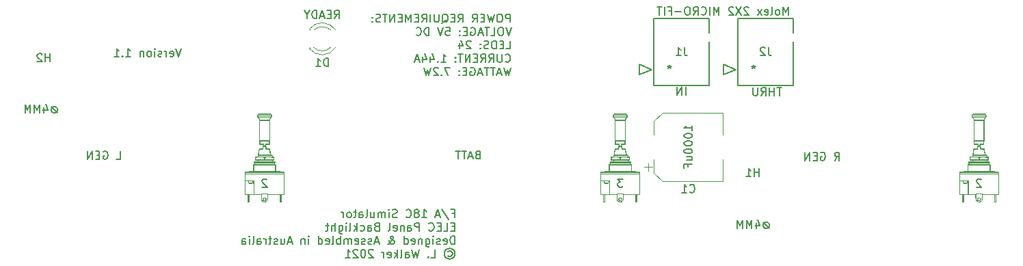
<source format=gbr>
%TF.GenerationSoftware,KiCad,Pcbnew,(5.1.6)-1*%
%TF.CreationDate,2020-11-25T09:57:01+11:00*%
%TF.ProjectId,ELEC Panel Panel PCB V1,454c4543-2050-4616-9e65-6c2050616e65,rev?*%
%TF.SameCoordinates,Original*%
%TF.FileFunction,Legend,Bot*%
%TF.FilePolarity,Positive*%
%FSLAX46Y46*%
G04 Gerber Fmt 4.6, Leading zero omitted, Abs format (unit mm)*
G04 Created by KiCad (PCBNEW (5.1.6)-1) date 2020-11-25 09:57:01*
%MOMM*%
%LPD*%
G01*
G04 APERTURE LIST*
%ADD10C,0.150000*%
%ADD11C,0.010000*%
%ADD12C,0.100000*%
%ADD13C,0.152400*%
%ADD14C,0.120000*%
G04 APERTURE END LIST*
D10*
X41249504Y-123134380D02*
X41249504Y-122134380D01*
X41249504Y-122610571D02*
X40678076Y-122610571D01*
X40678076Y-123134380D02*
X40678076Y-122134380D01*
X40249504Y-122229619D02*
X40201885Y-122182000D01*
X40106647Y-122134380D01*
X39868552Y-122134380D01*
X39773314Y-122182000D01*
X39725695Y-122229619D01*
X39678076Y-122324857D01*
X39678076Y-122420095D01*
X39725695Y-122562952D01*
X40297123Y-123134380D01*
X39678076Y-123134380D01*
X129031904Y-137358380D02*
X129031904Y-136358380D01*
X129031904Y-136834571D02*
X128460476Y-136834571D01*
X128460476Y-137358380D02*
X128460476Y-136358380D01*
X127460476Y-137358380D02*
X128031904Y-137358380D01*
X127746190Y-137358380D02*
X127746190Y-136358380D01*
X127841428Y-136501238D01*
X127936666Y-136596476D01*
X128031904Y-136644095D01*
X138402819Y-135351780D02*
X138736152Y-134875590D01*
X138974247Y-135351780D02*
X138974247Y-134351780D01*
X138593295Y-134351780D01*
X138498057Y-134399400D01*
X138450438Y-134447019D01*
X138402819Y-134542257D01*
X138402819Y-134685114D01*
X138450438Y-134780352D01*
X138498057Y-134827971D01*
X138593295Y-134875590D01*
X138974247Y-134875590D01*
X136688533Y-134399400D02*
X136783771Y-134351780D01*
X136926628Y-134351780D01*
X137069485Y-134399400D01*
X137164723Y-134494638D01*
X137212342Y-134589876D01*
X137259961Y-134780352D01*
X137259961Y-134923209D01*
X137212342Y-135113685D01*
X137164723Y-135208923D01*
X137069485Y-135304161D01*
X136926628Y-135351780D01*
X136831390Y-135351780D01*
X136688533Y-135304161D01*
X136640914Y-135256542D01*
X136640914Y-134923209D01*
X136831390Y-134923209D01*
X136212342Y-134827971D02*
X135879009Y-134827971D01*
X135736152Y-135351780D02*
X136212342Y-135351780D01*
X136212342Y-134351780D01*
X135736152Y-134351780D01*
X135307580Y-135351780D02*
X135307580Y-134351780D01*
X134736152Y-135351780D01*
X134736152Y-134351780D01*
X94210047Y-134650171D02*
X94067190Y-134697790D01*
X94019571Y-134745409D01*
X93971952Y-134840647D01*
X93971952Y-134983504D01*
X94019571Y-135078742D01*
X94067190Y-135126361D01*
X94162428Y-135173980D01*
X94543380Y-135173980D01*
X94543380Y-134173980D01*
X94210047Y-134173980D01*
X94114809Y-134221600D01*
X94067190Y-134269219D01*
X94019571Y-134364457D01*
X94019571Y-134459695D01*
X94067190Y-134554933D01*
X94114809Y-134602552D01*
X94210047Y-134650171D01*
X94543380Y-134650171D01*
X93591000Y-134888266D02*
X93114809Y-134888266D01*
X93686238Y-135173980D02*
X93352904Y-134173980D01*
X93019571Y-135173980D01*
X92829095Y-134173980D02*
X92257666Y-134173980D01*
X92543380Y-135173980D02*
X92543380Y-134173980D01*
X92067190Y-134173980D02*
X91495761Y-134173980D01*
X91781476Y-135173980D02*
X91781476Y-134173980D01*
X49477419Y-135224780D02*
X49953609Y-135224780D01*
X49953609Y-134224780D01*
X47858371Y-134272400D02*
X47953609Y-134224780D01*
X48096466Y-134224780D01*
X48239323Y-134272400D01*
X48334561Y-134367638D01*
X48382180Y-134462876D01*
X48429800Y-134653352D01*
X48429800Y-134796209D01*
X48382180Y-134986685D01*
X48334561Y-135081923D01*
X48239323Y-135177161D01*
X48096466Y-135224780D01*
X48001228Y-135224780D01*
X47858371Y-135177161D01*
X47810752Y-135129542D01*
X47810752Y-134796209D01*
X48001228Y-134796209D01*
X47382180Y-134700971D02*
X47048847Y-134700971D01*
X46905990Y-135224780D02*
X47382180Y-135224780D01*
X47382180Y-134224780D01*
X46905990Y-134224780D01*
X46477419Y-135224780D02*
X46477419Y-134224780D01*
X45905990Y-135224780D01*
X45905990Y-134224780D01*
X132709228Y-117343180D02*
X132709228Y-116343180D01*
X132375895Y-117057466D01*
X132042561Y-116343180D01*
X132042561Y-117343180D01*
X131423514Y-117343180D02*
X131518752Y-117295561D01*
X131566371Y-117247942D01*
X131613990Y-117152704D01*
X131613990Y-116866990D01*
X131566371Y-116771752D01*
X131518752Y-116724133D01*
X131423514Y-116676514D01*
X131280657Y-116676514D01*
X131185419Y-116724133D01*
X131137800Y-116771752D01*
X131090180Y-116866990D01*
X131090180Y-117152704D01*
X131137800Y-117247942D01*
X131185419Y-117295561D01*
X131280657Y-117343180D01*
X131423514Y-117343180D01*
X130518752Y-117343180D02*
X130613990Y-117295561D01*
X130661609Y-117200323D01*
X130661609Y-116343180D01*
X129756847Y-117295561D02*
X129852085Y-117343180D01*
X130042561Y-117343180D01*
X130137800Y-117295561D01*
X130185419Y-117200323D01*
X130185419Y-116819371D01*
X130137800Y-116724133D01*
X130042561Y-116676514D01*
X129852085Y-116676514D01*
X129756847Y-116724133D01*
X129709228Y-116819371D01*
X129709228Y-116914609D01*
X130185419Y-117009847D01*
X129375895Y-117343180D02*
X128852085Y-116676514D01*
X129375895Y-116676514D02*
X128852085Y-117343180D01*
X127756847Y-116438419D02*
X127709228Y-116390800D01*
X127613990Y-116343180D01*
X127375895Y-116343180D01*
X127280657Y-116390800D01*
X127233038Y-116438419D01*
X127185419Y-116533657D01*
X127185419Y-116628895D01*
X127233038Y-116771752D01*
X127804466Y-117343180D01*
X127185419Y-117343180D01*
X126852085Y-116343180D02*
X126185419Y-117343180D01*
X126185419Y-116343180D02*
X126852085Y-117343180D01*
X125852085Y-116438419D02*
X125804466Y-116390800D01*
X125709228Y-116343180D01*
X125471133Y-116343180D01*
X125375895Y-116390800D01*
X125328276Y-116438419D01*
X125280657Y-116533657D01*
X125280657Y-116628895D01*
X125328276Y-116771752D01*
X125899704Y-117343180D01*
X125280657Y-117343180D01*
X124090180Y-117343180D02*
X124090180Y-116343180D01*
X123756847Y-117057466D01*
X123423514Y-116343180D01*
X123423514Y-117343180D01*
X122947323Y-117343180D02*
X122947323Y-116343180D01*
X121899704Y-117247942D02*
X121947323Y-117295561D01*
X122090180Y-117343180D01*
X122185419Y-117343180D01*
X122328276Y-117295561D01*
X122423514Y-117200323D01*
X122471133Y-117105085D01*
X122518752Y-116914609D01*
X122518752Y-116771752D01*
X122471133Y-116581276D01*
X122423514Y-116486038D01*
X122328276Y-116390800D01*
X122185419Y-116343180D01*
X122090180Y-116343180D01*
X121947323Y-116390800D01*
X121899704Y-116438419D01*
X120899704Y-117343180D02*
X121233038Y-116866990D01*
X121471133Y-117343180D02*
X121471133Y-116343180D01*
X121090180Y-116343180D01*
X120994942Y-116390800D01*
X120947323Y-116438419D01*
X120899704Y-116533657D01*
X120899704Y-116676514D01*
X120947323Y-116771752D01*
X120994942Y-116819371D01*
X121090180Y-116866990D01*
X121471133Y-116866990D01*
X120280657Y-116343180D02*
X120090180Y-116343180D01*
X119994942Y-116390800D01*
X119899704Y-116486038D01*
X119852085Y-116676514D01*
X119852085Y-117009847D01*
X119899704Y-117200323D01*
X119994942Y-117295561D01*
X120090180Y-117343180D01*
X120280657Y-117343180D01*
X120375895Y-117295561D01*
X120471133Y-117200323D01*
X120518752Y-117009847D01*
X120518752Y-116676514D01*
X120471133Y-116486038D01*
X120375895Y-116390800D01*
X120280657Y-116343180D01*
X119423514Y-116962228D02*
X118661609Y-116962228D01*
X117852085Y-116819371D02*
X118185419Y-116819371D01*
X118185419Y-117343180D02*
X118185419Y-116343180D01*
X117709228Y-116343180D01*
X117328276Y-117343180D02*
X117328276Y-116343180D01*
X116994942Y-116343180D02*
X116423514Y-116343180D01*
X116709228Y-117343180D02*
X116709228Y-116343180D01*
X120772180Y-131630990D02*
X120772180Y-131059561D01*
X120772180Y-131345276D02*
X119772180Y-131345276D01*
X119915038Y-131250038D01*
X120010276Y-131154800D01*
X120057895Y-131059561D01*
X119772180Y-132250038D02*
X119772180Y-132345276D01*
X119819800Y-132440514D01*
X119867419Y-132488133D01*
X119962657Y-132535752D01*
X120153133Y-132583371D01*
X120391228Y-132583371D01*
X120581704Y-132535752D01*
X120676942Y-132488133D01*
X120724561Y-132440514D01*
X120772180Y-132345276D01*
X120772180Y-132250038D01*
X120724561Y-132154800D01*
X120676942Y-132107180D01*
X120581704Y-132059561D01*
X120391228Y-132011942D01*
X120153133Y-132011942D01*
X119962657Y-132059561D01*
X119867419Y-132107180D01*
X119819800Y-132154800D01*
X119772180Y-132250038D01*
X119772180Y-133202419D02*
X119772180Y-133297657D01*
X119819800Y-133392895D01*
X119867419Y-133440514D01*
X119962657Y-133488133D01*
X120153133Y-133535752D01*
X120391228Y-133535752D01*
X120581704Y-133488133D01*
X120676942Y-133440514D01*
X120724561Y-133392895D01*
X120772180Y-133297657D01*
X120772180Y-133202419D01*
X120724561Y-133107180D01*
X120676942Y-133059561D01*
X120581704Y-133011942D01*
X120391228Y-132964323D01*
X120153133Y-132964323D01*
X119962657Y-133011942D01*
X119867419Y-133059561D01*
X119819800Y-133107180D01*
X119772180Y-133202419D01*
X119772180Y-134154800D02*
X119772180Y-134250038D01*
X119819800Y-134345276D01*
X119867419Y-134392895D01*
X119962657Y-134440514D01*
X120153133Y-134488133D01*
X120391228Y-134488133D01*
X120581704Y-134440514D01*
X120676942Y-134392895D01*
X120724561Y-134345276D01*
X120772180Y-134250038D01*
X120772180Y-134154800D01*
X120724561Y-134059561D01*
X120676942Y-134011942D01*
X120581704Y-133964323D01*
X120391228Y-133916704D01*
X120153133Y-133916704D01*
X119962657Y-133964323D01*
X119867419Y-134011942D01*
X119819800Y-134059561D01*
X119772180Y-134154800D01*
X120105514Y-135345276D02*
X120772180Y-135345276D01*
X120105514Y-134916704D02*
X120629323Y-134916704D01*
X120724561Y-134964323D01*
X120772180Y-135059561D01*
X120772180Y-135202419D01*
X120724561Y-135297657D01*
X120676942Y-135345276D01*
X120248371Y-136154800D02*
X120248371Y-135821466D01*
X120772180Y-135821466D02*
X119772180Y-135821466D01*
X119772180Y-136297657D01*
X76455400Y-117774980D02*
X76788733Y-117298790D01*
X77026828Y-117774980D02*
X77026828Y-116774980D01*
X76645876Y-116774980D01*
X76550638Y-116822600D01*
X76503019Y-116870219D01*
X76455400Y-116965457D01*
X76455400Y-117108314D01*
X76503019Y-117203552D01*
X76550638Y-117251171D01*
X76645876Y-117298790D01*
X77026828Y-117298790D01*
X76026828Y-117251171D02*
X75693495Y-117251171D01*
X75550638Y-117774980D02*
X76026828Y-117774980D01*
X76026828Y-116774980D01*
X75550638Y-116774980D01*
X75169685Y-117489266D02*
X74693495Y-117489266D01*
X75264923Y-117774980D02*
X74931590Y-116774980D01*
X74598257Y-117774980D01*
X74264923Y-117774980D02*
X74264923Y-116774980D01*
X74026828Y-116774980D01*
X73883971Y-116822600D01*
X73788733Y-116917838D01*
X73741114Y-117013076D01*
X73693495Y-117203552D01*
X73693495Y-117346409D01*
X73741114Y-117536885D01*
X73788733Y-117632123D01*
X73883971Y-117727361D01*
X74026828Y-117774980D01*
X74264923Y-117774980D01*
X73074447Y-117298790D02*
X73074447Y-117774980D01*
X73407780Y-116774980D02*
X73074447Y-117298790D01*
X72741114Y-116774980D01*
X131830533Y-126325380D02*
X131259104Y-126325380D01*
X131544819Y-127325380D02*
X131544819Y-126325380D01*
X130925771Y-127325380D02*
X130925771Y-126325380D01*
X130925771Y-126801571D02*
X130354342Y-126801571D01*
X130354342Y-127325380D02*
X130354342Y-126325380D01*
X129306723Y-127325380D02*
X129640057Y-126849190D01*
X129878152Y-127325380D02*
X129878152Y-126325380D01*
X129497200Y-126325380D01*
X129401961Y-126373000D01*
X129354342Y-126420619D01*
X129306723Y-126515857D01*
X129306723Y-126658714D01*
X129354342Y-126753952D01*
X129401961Y-126801571D01*
X129497200Y-126849190D01*
X129878152Y-126849190D01*
X128878152Y-126325380D02*
X128878152Y-127134904D01*
X128830533Y-127230142D01*
X128782914Y-127277761D01*
X128687676Y-127325380D01*
X128497200Y-127325380D01*
X128401961Y-127277761D01*
X128354342Y-127230142D01*
X128306723Y-127134904D01*
X128306723Y-126325380D01*
X119954609Y-127223780D02*
X119954609Y-126223780D01*
X119478419Y-127223780D02*
X119478419Y-126223780D01*
X118906990Y-127223780D01*
X118906990Y-126223780D01*
X41871685Y-128671676D02*
X41681209Y-128671676D01*
X41490733Y-128766914D01*
X41395495Y-128957390D01*
X41395495Y-129147866D01*
X41490733Y-129338342D01*
X41681209Y-129433580D01*
X41871685Y-129433580D01*
X42062161Y-129338342D01*
X42157400Y-129147866D01*
X42157400Y-128957390D01*
X42062161Y-128766914D01*
X41871685Y-128671676D01*
X41395495Y-128671676D02*
X42157400Y-129433580D01*
X40490733Y-128766914D02*
X40490733Y-129433580D01*
X40728828Y-128385961D02*
X40966923Y-129100247D01*
X40347876Y-129100247D01*
X39966923Y-129433580D02*
X39966923Y-128433580D01*
X39633590Y-129147866D01*
X39300257Y-128433580D01*
X39300257Y-129433580D01*
X38824066Y-129433580D02*
X38824066Y-128433580D01*
X38490733Y-129147866D01*
X38157400Y-128433580D01*
X38157400Y-129433580D01*
X57505076Y-121499380D02*
X57171742Y-122499380D01*
X56838409Y-121499380D01*
X56124123Y-122451761D02*
X56219361Y-122499380D01*
X56409838Y-122499380D01*
X56505076Y-122451761D01*
X56552695Y-122356523D01*
X56552695Y-121975571D01*
X56505076Y-121880333D01*
X56409838Y-121832714D01*
X56219361Y-121832714D01*
X56124123Y-121880333D01*
X56076504Y-121975571D01*
X56076504Y-122070809D01*
X56552695Y-122166047D01*
X55647933Y-122499380D02*
X55647933Y-121832714D01*
X55647933Y-122023190D02*
X55600314Y-121927952D01*
X55552695Y-121880333D01*
X55457457Y-121832714D01*
X55362219Y-121832714D01*
X55076504Y-122451761D02*
X54981266Y-122499380D01*
X54790790Y-122499380D01*
X54695552Y-122451761D01*
X54647933Y-122356523D01*
X54647933Y-122308904D01*
X54695552Y-122213666D01*
X54790790Y-122166047D01*
X54933647Y-122166047D01*
X55028885Y-122118428D01*
X55076504Y-122023190D01*
X55076504Y-121975571D01*
X55028885Y-121880333D01*
X54933647Y-121832714D01*
X54790790Y-121832714D01*
X54695552Y-121880333D01*
X54219361Y-122499380D02*
X54219361Y-121832714D01*
X54219361Y-121499380D02*
X54266980Y-121547000D01*
X54219361Y-121594619D01*
X54171742Y-121547000D01*
X54219361Y-121499380D01*
X54219361Y-121594619D01*
X53600314Y-122499380D02*
X53695552Y-122451761D01*
X53743171Y-122404142D01*
X53790790Y-122308904D01*
X53790790Y-122023190D01*
X53743171Y-121927952D01*
X53695552Y-121880333D01*
X53600314Y-121832714D01*
X53457457Y-121832714D01*
X53362219Y-121880333D01*
X53314600Y-121927952D01*
X53266980Y-122023190D01*
X53266980Y-122308904D01*
X53314600Y-122404142D01*
X53362219Y-122451761D01*
X53457457Y-122499380D01*
X53600314Y-122499380D01*
X52838409Y-121832714D02*
X52838409Y-122499380D01*
X52838409Y-121927952D02*
X52790790Y-121880333D01*
X52695552Y-121832714D01*
X52552695Y-121832714D01*
X52457457Y-121880333D01*
X52409838Y-121975571D01*
X52409838Y-122499380D01*
X50647933Y-122499380D02*
X51219361Y-122499380D01*
X50933647Y-122499380D02*
X50933647Y-121499380D01*
X51028885Y-121642238D01*
X51124123Y-121737476D01*
X51219361Y-121785095D01*
X50219361Y-122404142D02*
X50171742Y-122451761D01*
X50219361Y-122499380D01*
X50266980Y-122451761D01*
X50219361Y-122404142D01*
X50219361Y-122499380D01*
X49219361Y-122499380D02*
X49790790Y-122499380D01*
X49505076Y-122499380D02*
X49505076Y-121499380D01*
X49600314Y-121642238D01*
X49695552Y-121737476D01*
X49790790Y-121785095D01*
X130060485Y-142997276D02*
X129870009Y-142997276D01*
X129679533Y-143092514D01*
X129584295Y-143282990D01*
X129584295Y-143473466D01*
X129679533Y-143663942D01*
X129870009Y-143759180D01*
X130060485Y-143759180D01*
X130250961Y-143663942D01*
X130346200Y-143473466D01*
X130346200Y-143282990D01*
X130250961Y-143092514D01*
X130060485Y-142997276D01*
X129584295Y-142997276D02*
X130346200Y-143759180D01*
X128679533Y-143092514D02*
X128679533Y-143759180D01*
X128917628Y-142711561D02*
X129155723Y-143425847D01*
X128536676Y-143425847D01*
X128155723Y-143759180D02*
X128155723Y-142759180D01*
X127822390Y-143473466D01*
X127489057Y-142759180D01*
X127489057Y-143759180D01*
X127012866Y-143759180D02*
X127012866Y-142759180D01*
X126679533Y-143473466D01*
X126346200Y-142759180D01*
X126346200Y-143759180D01*
X98216404Y-118234180D02*
X98216404Y-117234180D01*
X97835452Y-117234180D01*
X97740214Y-117281800D01*
X97692595Y-117329419D01*
X97644976Y-117424657D01*
X97644976Y-117567514D01*
X97692595Y-117662752D01*
X97740214Y-117710371D01*
X97835452Y-117757990D01*
X98216404Y-117757990D01*
X97025928Y-117234180D02*
X96835452Y-117234180D01*
X96740214Y-117281800D01*
X96644976Y-117377038D01*
X96597357Y-117567514D01*
X96597357Y-117900847D01*
X96644976Y-118091323D01*
X96740214Y-118186561D01*
X96835452Y-118234180D01*
X97025928Y-118234180D01*
X97121166Y-118186561D01*
X97216404Y-118091323D01*
X97264023Y-117900847D01*
X97264023Y-117567514D01*
X97216404Y-117377038D01*
X97121166Y-117281800D01*
X97025928Y-117234180D01*
X96264023Y-117234180D02*
X96025928Y-118234180D01*
X95835452Y-117519895D01*
X95644976Y-118234180D01*
X95406880Y-117234180D01*
X95025928Y-117710371D02*
X94692595Y-117710371D01*
X94549738Y-118234180D02*
X95025928Y-118234180D01*
X95025928Y-117234180D01*
X94549738Y-117234180D01*
X93549738Y-118234180D02*
X93883071Y-117757990D01*
X94121166Y-118234180D02*
X94121166Y-117234180D01*
X93740214Y-117234180D01*
X93644976Y-117281800D01*
X93597357Y-117329419D01*
X93549738Y-117424657D01*
X93549738Y-117567514D01*
X93597357Y-117662752D01*
X93644976Y-117710371D01*
X93740214Y-117757990D01*
X94121166Y-117757990D01*
X91787833Y-118234180D02*
X92121166Y-117757990D01*
X92359261Y-118234180D02*
X92359261Y-117234180D01*
X91978309Y-117234180D01*
X91883071Y-117281800D01*
X91835452Y-117329419D01*
X91787833Y-117424657D01*
X91787833Y-117567514D01*
X91835452Y-117662752D01*
X91883071Y-117710371D01*
X91978309Y-117757990D01*
X92359261Y-117757990D01*
X91359261Y-117710371D02*
X91025928Y-117710371D01*
X90883071Y-118234180D02*
X91359261Y-118234180D01*
X91359261Y-117234180D01*
X90883071Y-117234180D01*
X89787833Y-118329419D02*
X89883071Y-118281800D01*
X89978309Y-118186561D01*
X90121166Y-118043704D01*
X90216404Y-117996085D01*
X90311642Y-117996085D01*
X90264023Y-118234180D02*
X90359261Y-118186561D01*
X90454500Y-118091323D01*
X90502119Y-117900847D01*
X90502119Y-117567514D01*
X90454500Y-117377038D01*
X90359261Y-117281800D01*
X90264023Y-117234180D01*
X90073547Y-117234180D01*
X89978309Y-117281800D01*
X89883071Y-117377038D01*
X89835452Y-117567514D01*
X89835452Y-117900847D01*
X89883071Y-118091323D01*
X89978309Y-118186561D01*
X90073547Y-118234180D01*
X90264023Y-118234180D01*
X89406880Y-117234180D02*
X89406880Y-118043704D01*
X89359261Y-118138942D01*
X89311642Y-118186561D01*
X89216404Y-118234180D01*
X89025928Y-118234180D01*
X88930690Y-118186561D01*
X88883071Y-118138942D01*
X88835452Y-118043704D01*
X88835452Y-117234180D01*
X88359261Y-118234180D02*
X88359261Y-117234180D01*
X87311642Y-118234180D02*
X87644976Y-117757990D01*
X87883071Y-118234180D02*
X87883071Y-117234180D01*
X87502119Y-117234180D01*
X87406880Y-117281800D01*
X87359261Y-117329419D01*
X87311642Y-117424657D01*
X87311642Y-117567514D01*
X87359261Y-117662752D01*
X87406880Y-117710371D01*
X87502119Y-117757990D01*
X87883071Y-117757990D01*
X86883071Y-117710371D02*
X86549738Y-117710371D01*
X86406880Y-118234180D02*
X86883071Y-118234180D01*
X86883071Y-117234180D01*
X86406880Y-117234180D01*
X85978309Y-118234180D02*
X85978309Y-117234180D01*
X85644976Y-117948466D01*
X85311642Y-117234180D01*
X85311642Y-118234180D01*
X84835452Y-117710371D02*
X84502119Y-117710371D01*
X84359261Y-118234180D02*
X84835452Y-118234180D01*
X84835452Y-117234180D01*
X84359261Y-117234180D01*
X83930690Y-118234180D02*
X83930690Y-117234180D01*
X83359261Y-118234180D01*
X83359261Y-117234180D01*
X83025928Y-117234180D02*
X82454500Y-117234180D01*
X82740214Y-118234180D02*
X82740214Y-117234180D01*
X82168785Y-118186561D02*
X82025928Y-118234180D01*
X81787833Y-118234180D01*
X81692595Y-118186561D01*
X81644976Y-118138942D01*
X81597357Y-118043704D01*
X81597357Y-117948466D01*
X81644976Y-117853228D01*
X81692595Y-117805609D01*
X81787833Y-117757990D01*
X81978309Y-117710371D01*
X82073547Y-117662752D01*
X82121166Y-117615133D01*
X82168785Y-117519895D01*
X82168785Y-117424657D01*
X82121166Y-117329419D01*
X82073547Y-117281800D01*
X81978309Y-117234180D01*
X81740214Y-117234180D01*
X81597357Y-117281800D01*
X81168785Y-118138942D02*
X81121166Y-118186561D01*
X81168785Y-118234180D01*
X81216404Y-118186561D01*
X81168785Y-118138942D01*
X81168785Y-118234180D01*
X81168785Y-117615133D02*
X81121166Y-117662752D01*
X81168785Y-117710371D01*
X81216404Y-117662752D01*
X81168785Y-117615133D01*
X81168785Y-117710371D01*
X98359261Y-118884180D02*
X98025928Y-119884180D01*
X97692595Y-118884180D01*
X97168785Y-118884180D02*
X96978309Y-118884180D01*
X96883071Y-118931800D01*
X96787833Y-119027038D01*
X96740214Y-119217514D01*
X96740214Y-119550847D01*
X96787833Y-119741323D01*
X96883071Y-119836561D01*
X96978309Y-119884180D01*
X97168785Y-119884180D01*
X97264023Y-119836561D01*
X97359261Y-119741323D01*
X97406880Y-119550847D01*
X97406880Y-119217514D01*
X97359261Y-119027038D01*
X97264023Y-118931800D01*
X97168785Y-118884180D01*
X95835452Y-119884180D02*
X96311642Y-119884180D01*
X96311642Y-118884180D01*
X95644976Y-118884180D02*
X95073547Y-118884180D01*
X95359261Y-119884180D02*
X95359261Y-118884180D01*
X94787833Y-119598466D02*
X94311642Y-119598466D01*
X94883071Y-119884180D02*
X94549738Y-118884180D01*
X94216404Y-119884180D01*
X93359261Y-118931800D02*
X93454500Y-118884180D01*
X93597357Y-118884180D01*
X93740214Y-118931800D01*
X93835452Y-119027038D01*
X93883071Y-119122276D01*
X93930690Y-119312752D01*
X93930690Y-119455609D01*
X93883071Y-119646085D01*
X93835452Y-119741323D01*
X93740214Y-119836561D01*
X93597357Y-119884180D01*
X93502119Y-119884180D01*
X93359261Y-119836561D01*
X93311642Y-119788942D01*
X93311642Y-119455609D01*
X93502119Y-119455609D01*
X92883071Y-119360371D02*
X92549738Y-119360371D01*
X92406880Y-119884180D02*
X92883071Y-119884180D01*
X92883071Y-118884180D01*
X92406880Y-118884180D01*
X91978309Y-119788942D02*
X91930690Y-119836561D01*
X91978309Y-119884180D01*
X92025928Y-119836561D01*
X91978309Y-119788942D01*
X91978309Y-119884180D01*
X91978309Y-119265133D02*
X91930690Y-119312752D01*
X91978309Y-119360371D01*
X92025928Y-119312752D01*
X91978309Y-119265133D01*
X91978309Y-119360371D01*
X90264023Y-118884180D02*
X90740214Y-118884180D01*
X90787833Y-119360371D01*
X90740214Y-119312752D01*
X90644976Y-119265133D01*
X90406880Y-119265133D01*
X90311642Y-119312752D01*
X90264023Y-119360371D01*
X90216404Y-119455609D01*
X90216404Y-119693704D01*
X90264023Y-119788942D01*
X90311642Y-119836561D01*
X90406880Y-119884180D01*
X90644976Y-119884180D01*
X90740214Y-119836561D01*
X90787833Y-119788942D01*
X89930690Y-118884180D02*
X89597357Y-119884180D01*
X89264023Y-118884180D01*
X88168785Y-119884180D02*
X88168785Y-118884180D01*
X87930690Y-118884180D01*
X87787833Y-118931800D01*
X87692595Y-119027038D01*
X87644976Y-119122276D01*
X87597357Y-119312752D01*
X87597357Y-119455609D01*
X87644976Y-119646085D01*
X87692595Y-119741323D01*
X87787833Y-119836561D01*
X87930690Y-119884180D01*
X88168785Y-119884180D01*
X86597357Y-119788942D02*
X86644976Y-119836561D01*
X86787833Y-119884180D01*
X86883071Y-119884180D01*
X87025928Y-119836561D01*
X87121166Y-119741323D01*
X87168785Y-119646085D01*
X87216404Y-119455609D01*
X87216404Y-119312752D01*
X87168785Y-119122276D01*
X87121166Y-119027038D01*
X87025928Y-118931800D01*
X86883071Y-118884180D01*
X86787833Y-118884180D01*
X86644976Y-118931800D01*
X86597357Y-118979419D01*
X97740214Y-121534180D02*
X98216404Y-121534180D01*
X98216404Y-120534180D01*
X97406880Y-121010371D02*
X97073547Y-121010371D01*
X96930690Y-121534180D02*
X97406880Y-121534180D01*
X97406880Y-120534180D01*
X96930690Y-120534180D01*
X96502119Y-121534180D02*
X96502119Y-120534180D01*
X96264023Y-120534180D01*
X96121166Y-120581800D01*
X96025928Y-120677038D01*
X95978309Y-120772276D01*
X95930690Y-120962752D01*
X95930690Y-121105609D01*
X95978309Y-121296085D01*
X96025928Y-121391323D01*
X96121166Y-121486561D01*
X96264023Y-121534180D01*
X96502119Y-121534180D01*
X95549738Y-121486561D02*
X95406880Y-121534180D01*
X95168785Y-121534180D01*
X95073547Y-121486561D01*
X95025928Y-121438942D01*
X94978309Y-121343704D01*
X94978309Y-121248466D01*
X95025928Y-121153228D01*
X95073547Y-121105609D01*
X95168785Y-121057990D01*
X95359261Y-121010371D01*
X95454500Y-120962752D01*
X95502119Y-120915133D01*
X95549738Y-120819895D01*
X95549738Y-120724657D01*
X95502119Y-120629419D01*
X95454500Y-120581800D01*
X95359261Y-120534180D01*
X95121166Y-120534180D01*
X94978309Y-120581800D01*
X94549738Y-121438942D02*
X94502119Y-121486561D01*
X94549738Y-121534180D01*
X94597357Y-121486561D01*
X94549738Y-121438942D01*
X94549738Y-121534180D01*
X94549738Y-120915133D02*
X94502119Y-120962752D01*
X94549738Y-121010371D01*
X94597357Y-120962752D01*
X94549738Y-120915133D01*
X94549738Y-121010371D01*
X93359261Y-120629419D02*
X93311642Y-120581800D01*
X93216404Y-120534180D01*
X92978309Y-120534180D01*
X92883071Y-120581800D01*
X92835452Y-120629419D01*
X92787833Y-120724657D01*
X92787833Y-120819895D01*
X92835452Y-120962752D01*
X93406880Y-121534180D01*
X92787833Y-121534180D01*
X91930690Y-120867514D02*
X91930690Y-121534180D01*
X92168785Y-120486561D02*
X92406880Y-121200847D01*
X91787833Y-121200847D01*
X97644976Y-123088942D02*
X97692595Y-123136561D01*
X97835452Y-123184180D01*
X97930690Y-123184180D01*
X98073547Y-123136561D01*
X98168785Y-123041323D01*
X98216404Y-122946085D01*
X98264023Y-122755609D01*
X98264023Y-122612752D01*
X98216404Y-122422276D01*
X98168785Y-122327038D01*
X98073547Y-122231800D01*
X97930690Y-122184180D01*
X97835452Y-122184180D01*
X97692595Y-122231800D01*
X97644976Y-122279419D01*
X97216404Y-122184180D02*
X97216404Y-122993704D01*
X97168785Y-123088942D01*
X97121166Y-123136561D01*
X97025928Y-123184180D01*
X96835452Y-123184180D01*
X96740214Y-123136561D01*
X96692595Y-123088942D01*
X96644976Y-122993704D01*
X96644976Y-122184180D01*
X95597357Y-123184180D02*
X95930690Y-122707990D01*
X96168785Y-123184180D02*
X96168785Y-122184180D01*
X95787833Y-122184180D01*
X95692595Y-122231800D01*
X95644976Y-122279419D01*
X95597357Y-122374657D01*
X95597357Y-122517514D01*
X95644976Y-122612752D01*
X95692595Y-122660371D01*
X95787833Y-122707990D01*
X96168785Y-122707990D01*
X94597357Y-123184180D02*
X94930690Y-122707990D01*
X95168785Y-123184180D02*
X95168785Y-122184180D01*
X94787833Y-122184180D01*
X94692595Y-122231800D01*
X94644976Y-122279419D01*
X94597357Y-122374657D01*
X94597357Y-122517514D01*
X94644976Y-122612752D01*
X94692595Y-122660371D01*
X94787833Y-122707990D01*
X95168785Y-122707990D01*
X94168785Y-122660371D02*
X93835452Y-122660371D01*
X93692595Y-123184180D02*
X94168785Y-123184180D01*
X94168785Y-122184180D01*
X93692595Y-122184180D01*
X93264023Y-123184180D02*
X93264023Y-122184180D01*
X92692595Y-123184180D01*
X92692595Y-122184180D01*
X92359261Y-122184180D02*
X91787833Y-122184180D01*
X92073547Y-123184180D02*
X92073547Y-122184180D01*
X91454500Y-123088942D02*
X91406880Y-123136561D01*
X91454500Y-123184180D01*
X91502119Y-123136561D01*
X91454500Y-123088942D01*
X91454500Y-123184180D01*
X91454500Y-122565133D02*
X91406880Y-122612752D01*
X91454500Y-122660371D01*
X91502119Y-122612752D01*
X91454500Y-122565133D01*
X91454500Y-122660371D01*
X89692595Y-123184180D02*
X90264023Y-123184180D01*
X89978309Y-123184180D02*
X89978309Y-122184180D01*
X90073547Y-122327038D01*
X90168785Y-122422276D01*
X90264023Y-122469895D01*
X89264023Y-123088942D02*
X89216404Y-123136561D01*
X89264023Y-123184180D01*
X89311642Y-123136561D01*
X89264023Y-123088942D01*
X89264023Y-123184180D01*
X88359261Y-122517514D02*
X88359261Y-123184180D01*
X88597357Y-122136561D02*
X88835452Y-122850847D01*
X88216404Y-122850847D01*
X87406880Y-122517514D02*
X87406880Y-123184180D01*
X87644976Y-122136561D02*
X87883071Y-122850847D01*
X87264023Y-122850847D01*
X86930690Y-122898466D02*
X86454500Y-122898466D01*
X87025928Y-123184180D02*
X86692595Y-122184180D01*
X86359261Y-123184180D01*
X98311642Y-123834180D02*
X98073547Y-124834180D01*
X97883071Y-124119895D01*
X97692595Y-124834180D01*
X97454500Y-123834180D01*
X97121166Y-124548466D02*
X96644976Y-124548466D01*
X97216404Y-124834180D02*
X96883071Y-123834180D01*
X96549738Y-124834180D01*
X96359261Y-123834180D02*
X95787833Y-123834180D01*
X96073547Y-124834180D02*
X96073547Y-123834180D01*
X95597357Y-123834180D02*
X95025928Y-123834180D01*
X95311642Y-124834180D02*
X95311642Y-123834180D01*
X94740214Y-124548466D02*
X94264023Y-124548466D01*
X94835452Y-124834180D02*
X94502119Y-123834180D01*
X94168785Y-124834180D01*
X93311642Y-123881800D02*
X93406880Y-123834180D01*
X93549738Y-123834180D01*
X93692595Y-123881800D01*
X93787833Y-123977038D01*
X93835452Y-124072276D01*
X93883071Y-124262752D01*
X93883071Y-124405609D01*
X93835452Y-124596085D01*
X93787833Y-124691323D01*
X93692595Y-124786561D01*
X93549738Y-124834180D01*
X93454500Y-124834180D01*
X93311642Y-124786561D01*
X93264023Y-124738942D01*
X93264023Y-124405609D01*
X93454500Y-124405609D01*
X92835452Y-124310371D02*
X92502119Y-124310371D01*
X92359261Y-124834180D02*
X92835452Y-124834180D01*
X92835452Y-123834180D01*
X92359261Y-123834180D01*
X91930690Y-124738942D02*
X91883071Y-124786561D01*
X91930690Y-124834180D01*
X91978309Y-124786561D01*
X91930690Y-124738942D01*
X91930690Y-124834180D01*
X91930690Y-124215133D02*
X91883071Y-124262752D01*
X91930690Y-124310371D01*
X91978309Y-124262752D01*
X91930690Y-124215133D01*
X91930690Y-124310371D01*
X90787833Y-123834180D02*
X90121166Y-123834180D01*
X90549738Y-124834180D01*
X89740214Y-124738942D02*
X89692595Y-124786561D01*
X89740214Y-124834180D01*
X89787833Y-124786561D01*
X89740214Y-124738942D01*
X89740214Y-124834180D01*
X89311642Y-123929419D02*
X89264023Y-123881800D01*
X89168785Y-123834180D01*
X88930690Y-123834180D01*
X88835452Y-123881800D01*
X88787833Y-123929419D01*
X88740214Y-124024657D01*
X88740214Y-124119895D01*
X88787833Y-124262752D01*
X89359261Y-124834180D01*
X88740214Y-124834180D01*
X88406880Y-123834180D02*
X88168785Y-124834180D01*
X87978309Y-124119895D01*
X87787833Y-124834180D01*
X87549738Y-123834180D01*
X91025071Y-141903371D02*
X91358404Y-141903371D01*
X91358404Y-142427180D02*
X91358404Y-141427180D01*
X90882214Y-141427180D01*
X89786976Y-141379561D02*
X90644119Y-142665276D01*
X89501261Y-142141466D02*
X89025071Y-142141466D01*
X89596500Y-142427180D02*
X89263166Y-141427180D01*
X88929833Y-142427180D01*
X87310785Y-142427180D02*
X87882214Y-142427180D01*
X87596500Y-142427180D02*
X87596500Y-141427180D01*
X87691738Y-141570038D01*
X87786976Y-141665276D01*
X87882214Y-141712895D01*
X86739357Y-141855752D02*
X86834595Y-141808133D01*
X86882214Y-141760514D01*
X86929833Y-141665276D01*
X86929833Y-141617657D01*
X86882214Y-141522419D01*
X86834595Y-141474800D01*
X86739357Y-141427180D01*
X86548880Y-141427180D01*
X86453642Y-141474800D01*
X86406023Y-141522419D01*
X86358404Y-141617657D01*
X86358404Y-141665276D01*
X86406023Y-141760514D01*
X86453642Y-141808133D01*
X86548880Y-141855752D01*
X86739357Y-141855752D01*
X86834595Y-141903371D01*
X86882214Y-141950990D01*
X86929833Y-142046228D01*
X86929833Y-142236704D01*
X86882214Y-142331942D01*
X86834595Y-142379561D01*
X86739357Y-142427180D01*
X86548880Y-142427180D01*
X86453642Y-142379561D01*
X86406023Y-142331942D01*
X86358404Y-142236704D01*
X86358404Y-142046228D01*
X86406023Y-141950990D01*
X86453642Y-141903371D01*
X86548880Y-141855752D01*
X85358404Y-142331942D02*
X85406023Y-142379561D01*
X85548880Y-142427180D01*
X85644119Y-142427180D01*
X85786976Y-142379561D01*
X85882214Y-142284323D01*
X85929833Y-142189085D01*
X85977452Y-141998609D01*
X85977452Y-141855752D01*
X85929833Y-141665276D01*
X85882214Y-141570038D01*
X85786976Y-141474800D01*
X85644119Y-141427180D01*
X85548880Y-141427180D01*
X85406023Y-141474800D01*
X85358404Y-141522419D01*
X84215547Y-142379561D02*
X84072690Y-142427180D01*
X83834595Y-142427180D01*
X83739357Y-142379561D01*
X83691738Y-142331942D01*
X83644119Y-142236704D01*
X83644119Y-142141466D01*
X83691738Y-142046228D01*
X83739357Y-141998609D01*
X83834595Y-141950990D01*
X84025071Y-141903371D01*
X84120309Y-141855752D01*
X84167928Y-141808133D01*
X84215547Y-141712895D01*
X84215547Y-141617657D01*
X84167928Y-141522419D01*
X84120309Y-141474800D01*
X84025071Y-141427180D01*
X83786976Y-141427180D01*
X83644119Y-141474800D01*
X83215547Y-142427180D02*
X83215547Y-141760514D01*
X83215547Y-141427180D02*
X83263166Y-141474800D01*
X83215547Y-141522419D01*
X83167928Y-141474800D01*
X83215547Y-141427180D01*
X83215547Y-141522419D01*
X82739357Y-142427180D02*
X82739357Y-141760514D01*
X82739357Y-141855752D02*
X82691738Y-141808133D01*
X82596500Y-141760514D01*
X82453642Y-141760514D01*
X82358404Y-141808133D01*
X82310785Y-141903371D01*
X82310785Y-142427180D01*
X82310785Y-141903371D02*
X82263166Y-141808133D01*
X82167928Y-141760514D01*
X82025071Y-141760514D01*
X81929833Y-141808133D01*
X81882214Y-141903371D01*
X81882214Y-142427180D01*
X80977452Y-141760514D02*
X80977452Y-142427180D01*
X81406023Y-141760514D02*
X81406023Y-142284323D01*
X81358404Y-142379561D01*
X81263166Y-142427180D01*
X81120309Y-142427180D01*
X81025071Y-142379561D01*
X80977452Y-142331942D01*
X80358404Y-142427180D02*
X80453642Y-142379561D01*
X80501261Y-142284323D01*
X80501261Y-141427180D01*
X79548880Y-142427180D02*
X79548880Y-141903371D01*
X79596500Y-141808133D01*
X79691738Y-141760514D01*
X79882214Y-141760514D01*
X79977452Y-141808133D01*
X79548880Y-142379561D02*
X79644119Y-142427180D01*
X79882214Y-142427180D01*
X79977452Y-142379561D01*
X80025071Y-142284323D01*
X80025071Y-142189085D01*
X79977452Y-142093847D01*
X79882214Y-142046228D01*
X79644119Y-142046228D01*
X79548880Y-141998609D01*
X79215547Y-141760514D02*
X78834595Y-141760514D01*
X79072690Y-141427180D02*
X79072690Y-142284323D01*
X79025071Y-142379561D01*
X78929833Y-142427180D01*
X78834595Y-142427180D01*
X78358404Y-142427180D02*
X78453642Y-142379561D01*
X78501261Y-142331942D01*
X78548880Y-142236704D01*
X78548880Y-141950990D01*
X78501261Y-141855752D01*
X78453642Y-141808133D01*
X78358404Y-141760514D01*
X78215547Y-141760514D01*
X78120309Y-141808133D01*
X78072690Y-141855752D01*
X78025071Y-141950990D01*
X78025071Y-142236704D01*
X78072690Y-142331942D01*
X78120309Y-142379561D01*
X78215547Y-142427180D01*
X78358404Y-142427180D01*
X77596500Y-142427180D02*
X77596500Y-141760514D01*
X77596500Y-141950990D02*
X77548880Y-141855752D01*
X77501261Y-141808133D01*
X77406023Y-141760514D01*
X77310785Y-141760514D01*
X91358404Y-143553371D02*
X91025071Y-143553371D01*
X90882214Y-144077180D02*
X91358404Y-144077180D01*
X91358404Y-143077180D01*
X90882214Y-143077180D01*
X89977452Y-144077180D02*
X90453642Y-144077180D01*
X90453642Y-143077180D01*
X89644119Y-143553371D02*
X89310785Y-143553371D01*
X89167928Y-144077180D02*
X89644119Y-144077180D01*
X89644119Y-143077180D01*
X89167928Y-143077180D01*
X88167928Y-143981942D02*
X88215547Y-144029561D01*
X88358404Y-144077180D01*
X88453642Y-144077180D01*
X88596500Y-144029561D01*
X88691738Y-143934323D01*
X88739357Y-143839085D01*
X88786976Y-143648609D01*
X88786976Y-143505752D01*
X88739357Y-143315276D01*
X88691738Y-143220038D01*
X88596500Y-143124800D01*
X88453642Y-143077180D01*
X88358404Y-143077180D01*
X88215547Y-143124800D01*
X88167928Y-143172419D01*
X86977452Y-144077180D02*
X86977452Y-143077180D01*
X86596500Y-143077180D01*
X86501261Y-143124800D01*
X86453642Y-143172419D01*
X86406023Y-143267657D01*
X86406023Y-143410514D01*
X86453642Y-143505752D01*
X86501261Y-143553371D01*
X86596500Y-143600990D01*
X86977452Y-143600990D01*
X85548880Y-144077180D02*
X85548880Y-143553371D01*
X85596500Y-143458133D01*
X85691738Y-143410514D01*
X85882214Y-143410514D01*
X85977452Y-143458133D01*
X85548880Y-144029561D02*
X85644119Y-144077180D01*
X85882214Y-144077180D01*
X85977452Y-144029561D01*
X86025071Y-143934323D01*
X86025071Y-143839085D01*
X85977452Y-143743847D01*
X85882214Y-143696228D01*
X85644119Y-143696228D01*
X85548880Y-143648609D01*
X85072690Y-143410514D02*
X85072690Y-144077180D01*
X85072690Y-143505752D02*
X85025071Y-143458133D01*
X84929833Y-143410514D01*
X84786976Y-143410514D01*
X84691738Y-143458133D01*
X84644119Y-143553371D01*
X84644119Y-144077180D01*
X83786976Y-144029561D02*
X83882214Y-144077180D01*
X84072690Y-144077180D01*
X84167928Y-144029561D01*
X84215547Y-143934323D01*
X84215547Y-143553371D01*
X84167928Y-143458133D01*
X84072690Y-143410514D01*
X83882214Y-143410514D01*
X83786976Y-143458133D01*
X83739357Y-143553371D01*
X83739357Y-143648609D01*
X84215547Y-143743847D01*
X83167928Y-144077180D02*
X83263166Y-144029561D01*
X83310785Y-143934323D01*
X83310785Y-143077180D01*
X81691738Y-143553371D02*
X81548880Y-143600990D01*
X81501261Y-143648609D01*
X81453642Y-143743847D01*
X81453642Y-143886704D01*
X81501261Y-143981942D01*
X81548880Y-144029561D01*
X81644119Y-144077180D01*
X82025071Y-144077180D01*
X82025071Y-143077180D01*
X81691738Y-143077180D01*
X81596500Y-143124800D01*
X81548880Y-143172419D01*
X81501261Y-143267657D01*
X81501261Y-143362895D01*
X81548880Y-143458133D01*
X81596500Y-143505752D01*
X81691738Y-143553371D01*
X82025071Y-143553371D01*
X80596500Y-144077180D02*
X80596500Y-143553371D01*
X80644119Y-143458133D01*
X80739357Y-143410514D01*
X80929833Y-143410514D01*
X81025071Y-143458133D01*
X80596500Y-144029561D02*
X80691738Y-144077180D01*
X80929833Y-144077180D01*
X81025071Y-144029561D01*
X81072690Y-143934323D01*
X81072690Y-143839085D01*
X81025071Y-143743847D01*
X80929833Y-143696228D01*
X80691738Y-143696228D01*
X80596500Y-143648609D01*
X79691738Y-144029561D02*
X79786976Y-144077180D01*
X79977452Y-144077180D01*
X80072690Y-144029561D01*
X80120309Y-143981942D01*
X80167928Y-143886704D01*
X80167928Y-143600990D01*
X80120309Y-143505752D01*
X80072690Y-143458133D01*
X79977452Y-143410514D01*
X79786976Y-143410514D01*
X79691738Y-143458133D01*
X79263166Y-144077180D02*
X79263166Y-143077180D01*
X79167928Y-143696228D02*
X78882214Y-144077180D01*
X78882214Y-143410514D02*
X79263166Y-143791466D01*
X78310785Y-144077180D02*
X78406023Y-144029561D01*
X78453642Y-143934323D01*
X78453642Y-143077180D01*
X77929833Y-144077180D02*
X77929833Y-143410514D01*
X77929833Y-143077180D02*
X77977452Y-143124800D01*
X77929833Y-143172419D01*
X77882214Y-143124800D01*
X77929833Y-143077180D01*
X77929833Y-143172419D01*
X77025071Y-143410514D02*
X77025071Y-144220038D01*
X77072690Y-144315276D01*
X77120309Y-144362895D01*
X77215547Y-144410514D01*
X77358404Y-144410514D01*
X77453642Y-144362895D01*
X77025071Y-144029561D02*
X77120309Y-144077180D01*
X77310785Y-144077180D01*
X77406023Y-144029561D01*
X77453642Y-143981942D01*
X77501261Y-143886704D01*
X77501261Y-143600990D01*
X77453642Y-143505752D01*
X77406023Y-143458133D01*
X77310785Y-143410514D01*
X77120309Y-143410514D01*
X77025071Y-143458133D01*
X76548880Y-144077180D02*
X76548880Y-143077180D01*
X76120309Y-144077180D02*
X76120309Y-143553371D01*
X76167928Y-143458133D01*
X76263166Y-143410514D01*
X76406023Y-143410514D01*
X76501261Y-143458133D01*
X76548880Y-143505752D01*
X75786976Y-143410514D02*
X75406023Y-143410514D01*
X75644119Y-143077180D02*
X75644119Y-143934323D01*
X75596500Y-144029561D01*
X75501261Y-144077180D01*
X75406023Y-144077180D01*
X91358404Y-145727180D02*
X91358404Y-144727180D01*
X91120309Y-144727180D01*
X90977452Y-144774800D01*
X90882214Y-144870038D01*
X90834595Y-144965276D01*
X90786976Y-145155752D01*
X90786976Y-145298609D01*
X90834595Y-145489085D01*
X90882214Y-145584323D01*
X90977452Y-145679561D01*
X91120309Y-145727180D01*
X91358404Y-145727180D01*
X89977452Y-145679561D02*
X90072690Y-145727180D01*
X90263166Y-145727180D01*
X90358404Y-145679561D01*
X90406023Y-145584323D01*
X90406023Y-145203371D01*
X90358404Y-145108133D01*
X90263166Y-145060514D01*
X90072690Y-145060514D01*
X89977452Y-145108133D01*
X89929833Y-145203371D01*
X89929833Y-145298609D01*
X90406023Y-145393847D01*
X89548880Y-145679561D02*
X89453642Y-145727180D01*
X89263166Y-145727180D01*
X89167928Y-145679561D01*
X89120309Y-145584323D01*
X89120309Y-145536704D01*
X89167928Y-145441466D01*
X89263166Y-145393847D01*
X89406023Y-145393847D01*
X89501261Y-145346228D01*
X89548880Y-145250990D01*
X89548880Y-145203371D01*
X89501261Y-145108133D01*
X89406023Y-145060514D01*
X89263166Y-145060514D01*
X89167928Y-145108133D01*
X88691738Y-145727180D02*
X88691738Y-145060514D01*
X88691738Y-144727180D02*
X88739357Y-144774800D01*
X88691738Y-144822419D01*
X88644119Y-144774800D01*
X88691738Y-144727180D01*
X88691738Y-144822419D01*
X87786976Y-145060514D02*
X87786976Y-145870038D01*
X87834595Y-145965276D01*
X87882214Y-146012895D01*
X87977452Y-146060514D01*
X88120309Y-146060514D01*
X88215547Y-146012895D01*
X87786976Y-145679561D02*
X87882214Y-145727180D01*
X88072690Y-145727180D01*
X88167928Y-145679561D01*
X88215547Y-145631942D01*
X88263166Y-145536704D01*
X88263166Y-145250990D01*
X88215547Y-145155752D01*
X88167928Y-145108133D01*
X88072690Y-145060514D01*
X87882214Y-145060514D01*
X87786976Y-145108133D01*
X87310785Y-145060514D02*
X87310785Y-145727180D01*
X87310785Y-145155752D02*
X87263166Y-145108133D01*
X87167928Y-145060514D01*
X87025071Y-145060514D01*
X86929833Y-145108133D01*
X86882214Y-145203371D01*
X86882214Y-145727180D01*
X86025071Y-145679561D02*
X86120309Y-145727180D01*
X86310785Y-145727180D01*
X86406023Y-145679561D01*
X86453642Y-145584323D01*
X86453642Y-145203371D01*
X86406023Y-145108133D01*
X86310785Y-145060514D01*
X86120309Y-145060514D01*
X86025071Y-145108133D01*
X85977452Y-145203371D01*
X85977452Y-145298609D01*
X86453642Y-145393847D01*
X85120309Y-145727180D02*
X85120309Y-144727180D01*
X85120309Y-145679561D02*
X85215547Y-145727180D01*
X85406023Y-145727180D01*
X85501261Y-145679561D01*
X85548880Y-145631942D01*
X85596500Y-145536704D01*
X85596500Y-145250990D01*
X85548880Y-145155752D01*
X85501261Y-145108133D01*
X85406023Y-145060514D01*
X85215547Y-145060514D01*
X85120309Y-145108133D01*
X83072690Y-145727180D02*
X83120309Y-145727180D01*
X83215547Y-145679561D01*
X83358404Y-145536704D01*
X83596500Y-145250990D01*
X83691738Y-145108133D01*
X83739357Y-144965276D01*
X83739357Y-144870038D01*
X83691738Y-144774800D01*
X83596500Y-144727180D01*
X83548880Y-144727180D01*
X83453642Y-144774800D01*
X83406023Y-144870038D01*
X83406023Y-144917657D01*
X83453642Y-145012895D01*
X83501261Y-145060514D01*
X83786976Y-145250990D01*
X83834595Y-145298609D01*
X83882214Y-145393847D01*
X83882214Y-145536704D01*
X83834595Y-145631942D01*
X83786976Y-145679561D01*
X83691738Y-145727180D01*
X83548880Y-145727180D01*
X83453642Y-145679561D01*
X83406023Y-145631942D01*
X83263166Y-145441466D01*
X83215547Y-145298609D01*
X83215547Y-145203371D01*
X81929833Y-145441466D02*
X81453642Y-145441466D01*
X82025071Y-145727180D02*
X81691738Y-144727180D01*
X81358404Y-145727180D01*
X81072690Y-145679561D02*
X80977452Y-145727180D01*
X80786976Y-145727180D01*
X80691738Y-145679561D01*
X80644119Y-145584323D01*
X80644119Y-145536704D01*
X80691738Y-145441466D01*
X80786976Y-145393847D01*
X80929833Y-145393847D01*
X81025071Y-145346228D01*
X81072690Y-145250990D01*
X81072690Y-145203371D01*
X81025071Y-145108133D01*
X80929833Y-145060514D01*
X80786976Y-145060514D01*
X80691738Y-145108133D01*
X80263166Y-145679561D02*
X80167928Y-145727180D01*
X79977452Y-145727180D01*
X79882214Y-145679561D01*
X79834595Y-145584323D01*
X79834595Y-145536704D01*
X79882214Y-145441466D01*
X79977452Y-145393847D01*
X80120309Y-145393847D01*
X80215547Y-145346228D01*
X80263166Y-145250990D01*
X80263166Y-145203371D01*
X80215547Y-145108133D01*
X80120309Y-145060514D01*
X79977452Y-145060514D01*
X79882214Y-145108133D01*
X79025071Y-145679561D02*
X79120309Y-145727180D01*
X79310785Y-145727180D01*
X79406023Y-145679561D01*
X79453642Y-145584323D01*
X79453642Y-145203371D01*
X79406023Y-145108133D01*
X79310785Y-145060514D01*
X79120309Y-145060514D01*
X79025071Y-145108133D01*
X78977452Y-145203371D01*
X78977452Y-145298609D01*
X79453642Y-145393847D01*
X78548880Y-145727180D02*
X78548880Y-145060514D01*
X78548880Y-145155752D02*
X78501261Y-145108133D01*
X78406023Y-145060514D01*
X78263166Y-145060514D01*
X78167928Y-145108133D01*
X78120309Y-145203371D01*
X78120309Y-145727180D01*
X78120309Y-145203371D02*
X78072690Y-145108133D01*
X77977452Y-145060514D01*
X77834595Y-145060514D01*
X77739357Y-145108133D01*
X77691738Y-145203371D01*
X77691738Y-145727180D01*
X77215547Y-145727180D02*
X77215547Y-144727180D01*
X77215547Y-145108133D02*
X77120309Y-145060514D01*
X76929833Y-145060514D01*
X76834595Y-145108133D01*
X76786976Y-145155752D01*
X76739357Y-145250990D01*
X76739357Y-145536704D01*
X76786976Y-145631942D01*
X76834595Y-145679561D01*
X76929833Y-145727180D01*
X77120309Y-145727180D01*
X77215547Y-145679561D01*
X76167928Y-145727180D02*
X76263166Y-145679561D01*
X76310785Y-145584323D01*
X76310785Y-144727180D01*
X75406023Y-145679561D02*
X75501261Y-145727180D01*
X75691738Y-145727180D01*
X75786976Y-145679561D01*
X75834595Y-145584323D01*
X75834595Y-145203371D01*
X75786976Y-145108133D01*
X75691738Y-145060514D01*
X75501261Y-145060514D01*
X75406023Y-145108133D01*
X75358404Y-145203371D01*
X75358404Y-145298609D01*
X75834595Y-145393847D01*
X74501261Y-145727180D02*
X74501261Y-144727180D01*
X74501261Y-145679561D02*
X74596500Y-145727180D01*
X74786976Y-145727180D01*
X74882214Y-145679561D01*
X74929833Y-145631942D01*
X74977452Y-145536704D01*
X74977452Y-145250990D01*
X74929833Y-145155752D01*
X74882214Y-145108133D01*
X74786976Y-145060514D01*
X74596500Y-145060514D01*
X74501261Y-145108133D01*
X73263166Y-145727180D02*
X73263166Y-145060514D01*
X73263166Y-144727180D02*
X73310785Y-144774800D01*
X73263166Y-144822419D01*
X73215547Y-144774800D01*
X73263166Y-144727180D01*
X73263166Y-144822419D01*
X72786976Y-145060514D02*
X72786976Y-145727180D01*
X72786976Y-145155752D02*
X72739357Y-145108133D01*
X72644119Y-145060514D01*
X72501261Y-145060514D01*
X72406023Y-145108133D01*
X72358404Y-145203371D01*
X72358404Y-145727180D01*
X71167928Y-145441466D02*
X70691738Y-145441466D01*
X71263166Y-145727180D02*
X70929833Y-144727180D01*
X70596500Y-145727180D01*
X69834595Y-145060514D02*
X69834595Y-145727180D01*
X70263166Y-145060514D02*
X70263166Y-145584323D01*
X70215547Y-145679561D01*
X70120309Y-145727180D01*
X69977452Y-145727180D01*
X69882214Y-145679561D01*
X69834595Y-145631942D01*
X69406023Y-145679561D02*
X69310785Y-145727180D01*
X69120309Y-145727180D01*
X69025071Y-145679561D01*
X68977452Y-145584323D01*
X68977452Y-145536704D01*
X69025071Y-145441466D01*
X69120309Y-145393847D01*
X69263166Y-145393847D01*
X69358404Y-145346228D01*
X69406023Y-145250990D01*
X69406023Y-145203371D01*
X69358404Y-145108133D01*
X69263166Y-145060514D01*
X69120309Y-145060514D01*
X69025071Y-145108133D01*
X68691738Y-145060514D02*
X68310785Y-145060514D01*
X68548880Y-144727180D02*
X68548880Y-145584323D01*
X68501261Y-145679561D01*
X68406023Y-145727180D01*
X68310785Y-145727180D01*
X67977452Y-145727180D02*
X67977452Y-145060514D01*
X67977452Y-145250990D02*
X67929833Y-145155752D01*
X67882214Y-145108133D01*
X67786976Y-145060514D01*
X67691738Y-145060514D01*
X66929833Y-145727180D02*
X66929833Y-145203371D01*
X66977452Y-145108133D01*
X67072690Y-145060514D01*
X67263166Y-145060514D01*
X67358404Y-145108133D01*
X66929833Y-145679561D02*
X67025071Y-145727180D01*
X67263166Y-145727180D01*
X67358404Y-145679561D01*
X67406023Y-145584323D01*
X67406023Y-145489085D01*
X67358404Y-145393847D01*
X67263166Y-145346228D01*
X67025071Y-145346228D01*
X66929833Y-145298609D01*
X66310785Y-145727180D02*
X66406023Y-145679561D01*
X66453642Y-145584323D01*
X66453642Y-144727180D01*
X65929833Y-145727180D02*
X65929833Y-145060514D01*
X65929833Y-144727180D02*
X65977452Y-144774800D01*
X65929833Y-144822419D01*
X65882214Y-144774800D01*
X65929833Y-144727180D01*
X65929833Y-144822419D01*
X65025071Y-145727180D02*
X65025071Y-145203371D01*
X65072690Y-145108133D01*
X65167928Y-145060514D01*
X65358404Y-145060514D01*
X65453642Y-145108133D01*
X65025071Y-145679561D02*
X65120309Y-145727180D01*
X65358404Y-145727180D01*
X65453642Y-145679561D01*
X65501261Y-145584323D01*
X65501261Y-145489085D01*
X65453642Y-145393847D01*
X65358404Y-145346228D01*
X65120309Y-145346228D01*
X65025071Y-145298609D01*
X90548880Y-146615276D02*
X90644119Y-146567657D01*
X90834595Y-146567657D01*
X90929833Y-146615276D01*
X91025071Y-146710514D01*
X91072690Y-146805752D01*
X91072690Y-146996228D01*
X91025071Y-147091466D01*
X90929833Y-147186704D01*
X90834595Y-147234323D01*
X90644119Y-147234323D01*
X90548880Y-147186704D01*
X90739357Y-146234323D02*
X90977452Y-146281942D01*
X91215547Y-146424800D01*
X91358404Y-146662895D01*
X91406023Y-146900990D01*
X91358404Y-147139085D01*
X91215547Y-147377180D01*
X90977452Y-147520038D01*
X90739357Y-147567657D01*
X90501261Y-147520038D01*
X90263166Y-147377180D01*
X90120309Y-147139085D01*
X90072690Y-146900990D01*
X90120309Y-146662895D01*
X90263166Y-146424800D01*
X90501261Y-146281942D01*
X90739357Y-146234323D01*
X88406023Y-147377180D02*
X88882214Y-147377180D01*
X88882214Y-146377180D01*
X88072690Y-147281942D02*
X88025071Y-147329561D01*
X88072690Y-147377180D01*
X88120309Y-147329561D01*
X88072690Y-147281942D01*
X88072690Y-147377180D01*
X86929833Y-146377180D02*
X86691738Y-147377180D01*
X86501261Y-146662895D01*
X86310785Y-147377180D01*
X86072690Y-146377180D01*
X85263166Y-147377180D02*
X85263166Y-146853371D01*
X85310785Y-146758133D01*
X85406023Y-146710514D01*
X85596500Y-146710514D01*
X85691738Y-146758133D01*
X85263166Y-147329561D02*
X85358404Y-147377180D01*
X85596500Y-147377180D01*
X85691738Y-147329561D01*
X85739357Y-147234323D01*
X85739357Y-147139085D01*
X85691738Y-147043847D01*
X85596500Y-146996228D01*
X85358404Y-146996228D01*
X85263166Y-146948609D01*
X84644119Y-147377180D02*
X84739357Y-147329561D01*
X84786976Y-147234323D01*
X84786976Y-146377180D01*
X84263166Y-147377180D02*
X84263166Y-146377180D01*
X84167928Y-146996228D02*
X83882214Y-147377180D01*
X83882214Y-146710514D02*
X84263166Y-147091466D01*
X83072690Y-147329561D02*
X83167928Y-147377180D01*
X83358404Y-147377180D01*
X83453642Y-147329561D01*
X83501261Y-147234323D01*
X83501261Y-146853371D01*
X83453642Y-146758133D01*
X83358404Y-146710514D01*
X83167928Y-146710514D01*
X83072690Y-146758133D01*
X83025071Y-146853371D01*
X83025071Y-146948609D01*
X83501261Y-147043847D01*
X82596500Y-147377180D02*
X82596500Y-146710514D01*
X82596500Y-146900990D02*
X82548880Y-146805752D01*
X82501261Y-146758133D01*
X82406023Y-146710514D01*
X82310785Y-146710514D01*
X81263166Y-146472419D02*
X81215547Y-146424800D01*
X81120309Y-146377180D01*
X80882214Y-146377180D01*
X80786976Y-146424800D01*
X80739357Y-146472419D01*
X80691738Y-146567657D01*
X80691738Y-146662895D01*
X80739357Y-146805752D01*
X81310785Y-147377180D01*
X80691738Y-147377180D01*
X80072690Y-146377180D02*
X79977452Y-146377180D01*
X79882214Y-146424800D01*
X79834595Y-146472419D01*
X79786976Y-146567657D01*
X79739357Y-146758133D01*
X79739357Y-146996228D01*
X79786976Y-147186704D01*
X79834595Y-147281942D01*
X79882214Y-147329561D01*
X79977452Y-147377180D01*
X80072690Y-147377180D01*
X80167928Y-147329561D01*
X80215547Y-147281942D01*
X80263166Y-147186704D01*
X80310785Y-146996228D01*
X80310785Y-146758133D01*
X80263166Y-146567657D01*
X80215547Y-146472419D01*
X80167928Y-146424800D01*
X80072690Y-146377180D01*
X79358404Y-146472419D02*
X79310785Y-146424800D01*
X79215547Y-146377180D01*
X78977452Y-146377180D01*
X78882214Y-146424800D01*
X78834595Y-146472419D01*
X78786976Y-146567657D01*
X78786976Y-146662895D01*
X78834595Y-146805752D01*
X79406023Y-147377180D01*
X78786976Y-147377180D01*
X77834595Y-147377180D02*
X78406023Y-147377180D01*
X78120309Y-147377180D02*
X78120309Y-146377180D01*
X78215547Y-146520038D01*
X78310785Y-146615276D01*
X78406023Y-146662895D01*
D11*
%TO.C,G2*%
G36*
X111782806Y-139932045D02*
G01*
X111736730Y-139952138D01*
X111734579Y-139953232D01*
X111676059Y-139998937D01*
X111638070Y-140061066D01*
X111621599Y-140131918D01*
X111627633Y-140203792D01*
X111657156Y-140268986D01*
X111689634Y-140304319D01*
X111736478Y-140326492D01*
X111799943Y-140335686D01*
X111867789Y-140332158D01*
X111927779Y-140316165D01*
X111957355Y-140298710D01*
X112006943Y-140237701D01*
X112028658Y-140164978D01*
X112026449Y-140143338D01*
X112001462Y-140143338D01*
X111986855Y-140206391D01*
X111943621Y-140264996D01*
X111933151Y-140274283D01*
X111887307Y-140295569D01*
X111826303Y-140303009D01*
X111763452Y-140296804D01*
X111712068Y-140277156D01*
X111703325Y-140270801D01*
X111673970Y-140228606D01*
X111657901Y-140169067D01*
X111657237Y-140104558D01*
X111667554Y-140061805D01*
X111694611Y-140024454D01*
X111740810Y-139990111D01*
X111748752Y-139985851D01*
X111788839Y-139966654D01*
X111816866Y-139960985D01*
X111847573Y-139968618D01*
X111883202Y-139983811D01*
X111948667Y-140026416D01*
X111988409Y-140081469D01*
X112001462Y-140143338D01*
X112026449Y-140143338D01*
X112020691Y-140086952D01*
X112018757Y-140080793D01*
X111982377Y-140011589D01*
X111923992Y-139962649D01*
X111860631Y-139936415D01*
X111818864Y-139927503D01*
X111782806Y-139932045D01*
G37*
X111782806Y-139932045D02*
X111736730Y-139952138D01*
X111734579Y-139953232D01*
X111676059Y-139998937D01*
X111638070Y-140061066D01*
X111621599Y-140131918D01*
X111627633Y-140203792D01*
X111657156Y-140268986D01*
X111689634Y-140304319D01*
X111736478Y-140326492D01*
X111799943Y-140335686D01*
X111867789Y-140332158D01*
X111927779Y-140316165D01*
X111957355Y-140298710D01*
X112006943Y-140237701D01*
X112028658Y-140164978D01*
X112026449Y-140143338D01*
X112001462Y-140143338D01*
X111986855Y-140206391D01*
X111943621Y-140264996D01*
X111933151Y-140274283D01*
X111887307Y-140295569D01*
X111826303Y-140303009D01*
X111763452Y-140296804D01*
X111712068Y-140277156D01*
X111703325Y-140270801D01*
X111673970Y-140228606D01*
X111657901Y-140169067D01*
X111657237Y-140104558D01*
X111667554Y-140061805D01*
X111694611Y-140024454D01*
X111740810Y-139990111D01*
X111748752Y-139985851D01*
X111788839Y-139966654D01*
X111816866Y-139960985D01*
X111847573Y-139968618D01*
X111883202Y-139983811D01*
X111948667Y-140026416D01*
X111988409Y-140081469D01*
X112001462Y-140143338D01*
X112026449Y-140143338D01*
X112020691Y-140086952D01*
X112018757Y-140080793D01*
X111982377Y-140011589D01*
X111923992Y-139962649D01*
X111860631Y-139936415D01*
X111818864Y-139927503D01*
X111782806Y-139932045D01*
D12*
G36*
X111682016Y-129507756D02*
G01*
X111512743Y-129517278D01*
X111359938Y-129533750D01*
X111288575Y-129545336D01*
X111207781Y-129561776D01*
X111133877Y-129579234D01*
X111074965Y-129595644D01*
X111039144Y-129608936D01*
X111038813Y-129609106D01*
X110986792Y-129649606D01*
X110954562Y-129708680D01*
X110940363Y-129790165D01*
X110939325Y-129825911D01*
X110940469Y-129877841D01*
X110947120Y-129913924D01*
X110964112Y-129945365D01*
X110996278Y-129983366D01*
X111016711Y-130005294D01*
X111063102Y-130059398D01*
X111105901Y-130117219D01*
X111131805Y-130159125D01*
X111169513Y-130230562D01*
X111173994Y-131575968D01*
X111175019Y-131829647D01*
X111176315Y-132059140D01*
X111177871Y-132263570D01*
X111179673Y-132442063D01*
X111181708Y-132593744D01*
X111183963Y-132717738D01*
X111186426Y-132813170D01*
X111189083Y-132879166D01*
X111191922Y-132914849D01*
X111193838Y-132921375D01*
X111200188Y-132936491D01*
X111205095Y-132978848D01*
X111208212Y-133043953D01*
X111209200Y-133119812D01*
X111209200Y-133318250D01*
X111681028Y-133318250D01*
X111691039Y-133401593D01*
X111698327Y-133468152D01*
X111700082Y-133509306D01*
X111695423Y-133531058D01*
X111683469Y-133539410D01*
X111670645Y-133540500D01*
X111655273Y-133541953D01*
X111643581Y-133549653D01*
X111633754Y-133568611D01*
X111623978Y-133603838D01*
X111612440Y-133660346D01*
X111597367Y-133742906D01*
X111571027Y-133889750D01*
X111375937Y-133889750D01*
X111288855Y-133890615D01*
X111229216Y-133893513D01*
X111192755Y-133898892D01*
X111175206Y-133907201D01*
X111172625Y-133911178D01*
X111167559Y-133932585D01*
X111158019Y-133980402D01*
X111144921Y-134049746D01*
X111129179Y-134135739D01*
X111111710Y-134233499D01*
X111104877Y-134272334D01*
X111086855Y-134372075D01*
X111069794Y-134460728D01*
X111054664Y-134533698D01*
X111042436Y-134586391D01*
X111034079Y-134614213D01*
X111032026Y-134617354D01*
X111025392Y-134634661D01*
X111020619Y-134675103D01*
X111018704Y-134730075D01*
X111018700Y-134732447D01*
X111018700Y-134842250D01*
X110685325Y-134842250D01*
X110685325Y-135270875D01*
X111018700Y-135270875D01*
X111018700Y-135492276D01*
X110550388Y-135501062D01*
X110545413Y-135552656D01*
X110544888Y-135588097D01*
X110557439Y-135602056D01*
X110582266Y-135604250D01*
X110610493Y-135606236D01*
X110611091Y-135616184D01*
X110599171Y-135629172D01*
X110569140Y-135679242D01*
X110562800Y-135737924D01*
X110572186Y-135772855D01*
X110585680Y-135804876D01*
X110584029Y-135820668D01*
X110561511Y-135825965D01*
X110518638Y-135826500D01*
X110447200Y-135826500D01*
X110447200Y-136652000D01*
X110629763Y-136652000D01*
X110701639Y-136652686D01*
X110760194Y-136654551D01*
X110799159Y-136657305D01*
X110812325Y-136660447D01*
X110806759Y-136679264D01*
X110793004Y-136715029D01*
X110789323Y-136723947D01*
X110766321Y-136779000D01*
X110336075Y-136779000D01*
X110336075Y-136746206D01*
X110304325Y-136746206D01*
X110302598Y-136760285D01*
X110293825Y-136769629D01*
X110272624Y-136775204D01*
X110233611Y-136777977D01*
X110171403Y-136778915D01*
X110121763Y-136779000D01*
X109939200Y-136779000D01*
X109939200Y-136734550D01*
X109942905Y-136698931D01*
X109957424Y-136675144D01*
X109987863Y-136660913D01*
X110039330Y-136653959D01*
X110116931Y-136652008D01*
X110124379Y-136652000D01*
X110194875Y-136652750D01*
X110240270Y-136655832D01*
X110267196Y-136662491D01*
X110282284Y-136673972D01*
X110287892Y-136682706D01*
X110301734Y-136723742D01*
X110304325Y-136746206D01*
X110336075Y-136746206D01*
X110336075Y-136738753D01*
X110327250Y-136694964D01*
X110310437Y-136659378D01*
X110296666Y-136641275D01*
X110279470Y-136629829D01*
X110251900Y-136623522D01*
X110207008Y-136620836D01*
X110137845Y-136620251D01*
X110131407Y-136620250D01*
X110040922Y-136622697D01*
X109977603Y-136631370D01*
X109937151Y-136648269D01*
X109915264Y-136675392D01*
X109907642Y-136714738D01*
X109907450Y-136724337D01*
X109907450Y-136779000D01*
X109399450Y-136779000D01*
X109399450Y-139557125D01*
X109748700Y-139557125D01*
X109748700Y-140477875D01*
X109907450Y-140477875D01*
X109907450Y-139557125D01*
X109875700Y-139557125D01*
X109875700Y-140446125D01*
X109780450Y-140446125D01*
X109780450Y-139557125D01*
X109875700Y-139557125D01*
X109907450Y-139557125D01*
X111415575Y-139557125D01*
X111415575Y-139839993D01*
X111416918Y-139970470D01*
X111421616Y-140074163D01*
X111430672Y-140155947D01*
X111445090Y-140220702D01*
X111465872Y-140273305D01*
X111494022Y-140318632D01*
X111520668Y-140350893D01*
X111596491Y-140418227D01*
X111681109Y-140458997D01*
X111781313Y-140476047D01*
X111821431Y-140476937D01*
X111920872Y-140468601D01*
X112000596Y-140442651D01*
X112068559Y-140394820D01*
X112132722Y-140320841D01*
X112145285Y-140303268D01*
X112217263Y-140200098D01*
X112222402Y-139878611D01*
X112227541Y-139557125D01*
X113749200Y-139557125D01*
X113749200Y-140477875D01*
X113907950Y-140477875D01*
X113907950Y-139557125D01*
X113876200Y-139557125D01*
X113876200Y-140446125D01*
X113780950Y-140446125D01*
X113780950Y-139557125D01*
X113876200Y-139557125D01*
X113907950Y-139557125D01*
X114257200Y-139557125D01*
X114257200Y-138177698D01*
X114257159Y-137935276D01*
X114257011Y-137722662D01*
X114256722Y-137537917D01*
X114256257Y-137379098D01*
X114255580Y-137244266D01*
X114254656Y-137131478D01*
X114253451Y-137038794D01*
X114253009Y-137017125D01*
X114225450Y-137017125D01*
X114225450Y-139525375D01*
X112243284Y-139525375D01*
X112236521Y-139477750D01*
X112195139Y-139477750D01*
X112190326Y-139833497D01*
X112185513Y-140189245D01*
X112121836Y-140281836D01*
X112054229Y-140361942D01*
X111978657Y-140413589D01*
X111889151Y-140440006D01*
X111819776Y-140445187D01*
X111728679Y-140437551D01*
X111661941Y-140414529D01*
X111609391Y-140381962D01*
X111557210Y-140341053D01*
X111547024Y-140331618D01*
X111516389Y-140297802D01*
X111492576Y-140259995D01*
X111474774Y-140213879D01*
X111462174Y-140155133D01*
X111453965Y-140079438D01*
X111449336Y-139982472D01*
X111447476Y-139859917D01*
X111447325Y-139800306D01*
X111447325Y-139477750D01*
X112195139Y-139477750D01*
X112236521Y-139477750D01*
X112233138Y-139453937D01*
X111423513Y-139453937D01*
X111413367Y-139525375D01*
X110510979Y-139525375D01*
X110506929Y-138691937D01*
X110478950Y-138691937D01*
X110478950Y-139525375D01*
X109431200Y-139525375D01*
X109431200Y-137858500D01*
X109824377Y-137858500D01*
X109831113Y-137964296D01*
X109836097Y-138022600D01*
X109845018Y-138060295D01*
X109862644Y-138088514D01*
X109893741Y-138118387D01*
X109899108Y-138123046D01*
X109949495Y-138159370D01*
X109996599Y-138174529D01*
X110021220Y-138176000D01*
X110064371Y-138171715D01*
X110081373Y-138157664D01*
X110082075Y-138152187D01*
X110095876Y-138133035D01*
X110121763Y-138128375D01*
X110153683Y-138136655D01*
X110161450Y-138152187D01*
X110174186Y-138170967D01*
X110207668Y-138175069D01*
X110254808Y-138165087D01*
X110308518Y-138141615D01*
X110312263Y-138139526D01*
X110373350Y-138091055D01*
X110409396Y-138027022D01*
X110422679Y-137943192D01*
X110422841Y-137933955D01*
X110422927Y-137932391D01*
X110399575Y-137932391D01*
X110385022Y-138006356D01*
X110345213Y-138070342D01*
X110293652Y-138110786D01*
X110237509Y-138136571D01*
X110205319Y-138141958D01*
X110196746Y-138126993D01*
X110197169Y-138124406D01*
X110187055Y-138109330D01*
X110156939Y-138100547D01*
X110118011Y-138098448D01*
X110081466Y-138103421D01*
X110058497Y-138115854D01*
X110056419Y-138119517D01*
X110034004Y-138140962D01*
X109996031Y-138139995D01*
X109948469Y-138117547D01*
X109923227Y-138098783D01*
X109892279Y-138070251D01*
X109875912Y-138043223D01*
X109869449Y-138005884D01*
X109868264Y-137959876D01*
X109867763Y-137866437D01*
X110111689Y-137862045D01*
X110214196Y-137860866D01*
X110289207Y-137862254D01*
X110340937Y-137867238D01*
X110373603Y-137876849D01*
X110391422Y-137892117D01*
X110398608Y-137914072D01*
X110399575Y-137932391D01*
X110422927Y-137932391D01*
X110425432Y-137887033D01*
X110434151Y-137864345D01*
X110451169Y-137858549D01*
X110457309Y-137860045D01*
X110462474Y-137866233D01*
X110466748Y-137879625D01*
X110470215Y-137902733D01*
X110472959Y-137938071D01*
X110475063Y-137988150D01*
X110476611Y-138055485D01*
X110477688Y-138142586D01*
X110478376Y-138251968D01*
X110478760Y-138386142D01*
X110478923Y-138547621D01*
X110478950Y-138691937D01*
X110506929Y-138691937D01*
X110502763Y-137834687D01*
X109966982Y-137830507D01*
X109431200Y-137826327D01*
X109431200Y-137017125D01*
X114225450Y-137017125D01*
X114253009Y-137017125D01*
X114251929Y-136964274D01*
X114250054Y-136905975D01*
X114247793Y-136861957D01*
X114245110Y-136830280D01*
X114242229Y-136810750D01*
X114225450Y-136810750D01*
X114225450Y-136985375D01*
X109431200Y-136985375D01*
X109431200Y-136810750D01*
X114225450Y-136810750D01*
X114242229Y-136810750D01*
X114241970Y-136809001D01*
X114238338Y-136796180D01*
X114234178Y-136789877D01*
X114232090Y-136788635D01*
X114207923Y-136785236D01*
X114158316Y-136782362D01*
X114089575Y-136780247D01*
X114008007Y-136779121D01*
X113970152Y-136779000D01*
X113733325Y-136779000D01*
X113733325Y-136746206D01*
X113701575Y-136746206D01*
X113699848Y-136760285D01*
X113691075Y-136769629D01*
X113669874Y-136775204D01*
X113630861Y-136777977D01*
X113568653Y-136778915D01*
X113519013Y-136779000D01*
X113336450Y-136779000D01*
X113336450Y-136734550D01*
X113340155Y-136698931D01*
X113354674Y-136675144D01*
X113385113Y-136660913D01*
X113436580Y-136653959D01*
X113514181Y-136652008D01*
X113521629Y-136652000D01*
X113592125Y-136652750D01*
X113637520Y-136655832D01*
X113664446Y-136662491D01*
X113679534Y-136673972D01*
X113685142Y-136682706D01*
X113698984Y-136723742D01*
X113701575Y-136746206D01*
X113733325Y-136746206D01*
X113733325Y-136738753D01*
X113724500Y-136694964D01*
X113707687Y-136659378D01*
X113693916Y-136641275D01*
X113676720Y-136629829D01*
X113649150Y-136623522D01*
X113604258Y-136620836D01*
X113535095Y-136620251D01*
X113528657Y-136620250D01*
X113438172Y-136622697D01*
X113374853Y-136631370D01*
X113334401Y-136648269D01*
X113312514Y-136675392D01*
X113304892Y-136714738D01*
X113304700Y-136724337D01*
X113304700Y-136779000D01*
X112863306Y-136779000D01*
X112854491Y-136753712D01*
X112822144Y-136753712D01*
X112821953Y-136758826D01*
X112815677Y-136763206D01*
X112801090Y-136766909D01*
X112775967Y-136769991D01*
X112738082Y-136772508D01*
X112685209Y-136774515D01*
X112615125Y-136776068D01*
X112525602Y-136777223D01*
X112414415Y-136778037D01*
X112279339Y-136778564D01*
X112118149Y-136778862D01*
X111928619Y-136778986D01*
X111815426Y-136779000D01*
X110799005Y-136779000D01*
X110823948Y-136715500D01*
X110848892Y-136652000D01*
X112793259Y-136652000D01*
X112802849Y-136690212D01*
X112814422Y-136730946D01*
X112822144Y-136753712D01*
X112854491Y-136753712D01*
X112845878Y-136729006D01*
X112833870Y-136690816D01*
X112828473Y-136666263D01*
X112828450Y-136665506D01*
X112843301Y-136660292D01*
X112883764Y-136656013D01*
X112943704Y-136653104D01*
X113016987Y-136652000D01*
X113209450Y-136652000D01*
X113209450Y-136248885D01*
X113209500Y-136122150D01*
X113209060Y-136023622D01*
X113207252Y-135949762D01*
X113203195Y-135897030D01*
X113196008Y-135861887D01*
X113194078Y-135858250D01*
X113177700Y-135858250D01*
X113177700Y-136620250D01*
X110478950Y-136620250D01*
X110478950Y-135858250D01*
X113177700Y-135858250D01*
X113194078Y-135858250D01*
X113184812Y-135840793D01*
X113168726Y-135830208D01*
X113146869Y-135826592D01*
X113118362Y-135826406D01*
X113104406Y-135826500D01*
X113068768Y-135824569D01*
X113058443Y-135815382D01*
X113066017Y-135795793D01*
X113081165Y-135741964D01*
X113050892Y-135741964D01*
X113050079Y-135758331D01*
X113046177Y-135772402D01*
X113037106Y-135784353D01*
X113020782Y-135794358D01*
X112995122Y-135802591D01*
X112958045Y-135809228D01*
X112907468Y-135814442D01*
X112841307Y-135818408D01*
X112757481Y-135821301D01*
X112653907Y-135823296D01*
X112528502Y-135824566D01*
X112379184Y-135825287D01*
X112203871Y-135825633D01*
X112000480Y-135825779D01*
X111825104Y-135825864D01*
X111586573Y-135825835D01*
X111378435Y-135825452D01*
X111199338Y-135824694D01*
X111047927Y-135823541D01*
X110922848Y-135821972D01*
X110822746Y-135819967D01*
X110746268Y-135817507D01*
X110692060Y-135814570D01*
X110658766Y-135811136D01*
X110646690Y-135808215D01*
X110605967Y-135776024D01*
X110590756Y-135733475D01*
X110600417Y-135688207D01*
X110634306Y-135647862D01*
X110661557Y-135631238D01*
X110674684Y-135625970D01*
X110691899Y-135621430D01*
X110715497Y-135617564D01*
X110747770Y-135614319D01*
X110791010Y-135611642D01*
X110847511Y-135609478D01*
X110919566Y-135607776D01*
X111009467Y-135606481D01*
X111119507Y-135605540D01*
X111251980Y-135604899D01*
X111409178Y-135604506D01*
X111593394Y-135604308D01*
X111806921Y-135604250D01*
X111821559Y-135604250D01*
X112035557Y-135604272D01*
X112220132Y-135604384D01*
X112377611Y-135604647D01*
X112510320Y-135605127D01*
X112620587Y-135605887D01*
X112710738Y-135606992D01*
X112783100Y-135608504D01*
X112840001Y-135610490D01*
X112883766Y-135613011D01*
X112916723Y-135616132D01*
X112941199Y-135619918D01*
X112959520Y-135624432D01*
X112974013Y-135629739D01*
X112987006Y-135635901D01*
X112987833Y-135636322D01*
X113027881Y-135660137D01*
X113046143Y-135684288D01*
X113050688Y-135719916D01*
X113050700Y-135723128D01*
X113050892Y-135741964D01*
X113081165Y-135741964D01*
X113081380Y-135741200D01*
X113076473Y-135683877D01*
X113052655Y-135638029D01*
X113050700Y-135636000D01*
X113018950Y-135604250D01*
X113067581Y-135604250D01*
X113100616Y-135601365D01*
X113112258Y-135586139D01*
X113111238Y-135552656D01*
X113110856Y-135548687D01*
X113082450Y-135548687D01*
X113079624Y-135553076D01*
X113069817Y-135556899D01*
X113051035Y-135560196D01*
X113021286Y-135563003D01*
X112978578Y-135565358D01*
X112920917Y-135567300D01*
X112846311Y-135568867D01*
X112752766Y-135570095D01*
X112638290Y-135571023D01*
X112500891Y-135571688D01*
X112338575Y-135572130D01*
X112149349Y-135572384D01*
X111931220Y-135572490D01*
X111828325Y-135572500D01*
X111597192Y-135572446D01*
X111395815Y-135572260D01*
X111222203Y-135571903D01*
X111074361Y-135571338D01*
X110950299Y-135570527D01*
X110848022Y-135569432D01*
X110765538Y-135568016D01*
X110700854Y-135566240D01*
X110651977Y-135564066D01*
X110616915Y-135561457D01*
X110593674Y-135558375D01*
X110580262Y-135554782D01*
X110574685Y-135550641D01*
X110574200Y-135548687D01*
X110577027Y-135544298D01*
X110586834Y-135540475D01*
X110605616Y-135537178D01*
X110635365Y-135534371D01*
X110678073Y-135532016D01*
X110735734Y-135530074D01*
X110810340Y-135528507D01*
X110903885Y-135527279D01*
X111018361Y-135526351D01*
X111155760Y-135525686D01*
X111318076Y-135525244D01*
X111507302Y-135524990D01*
X111725431Y-135524884D01*
X111828325Y-135524875D01*
X112059459Y-135524928D01*
X112260836Y-135525114D01*
X112434448Y-135525471D01*
X112582290Y-135526036D01*
X112706352Y-135526847D01*
X112808629Y-135527942D01*
X112891113Y-135529358D01*
X112955797Y-135531134D01*
X113004674Y-135533308D01*
X113039736Y-135535917D01*
X113062977Y-135538999D01*
X113076389Y-135542592D01*
X113081966Y-135546733D01*
X113082450Y-135548687D01*
X113110856Y-135548687D01*
X113106263Y-135501062D01*
X112959419Y-135496498D01*
X112812575Y-135491933D01*
X112812575Y-135270875D01*
X112780825Y-135270875D01*
X112780825Y-135493125D01*
X111050450Y-135493125D01*
X111050450Y-135270875D01*
X112780825Y-135270875D01*
X112812575Y-135270875D01*
X112971325Y-135270875D01*
X112971325Y-135066198D01*
X112970993Y-134977984D01*
X112969577Y-134943237D01*
X112939575Y-134943237D01*
X112939575Y-135239125D01*
X111844200Y-135239125D01*
X111844200Y-134943322D01*
X111812450Y-134943322D01*
X111812450Y-135239125D01*
X110717075Y-135239125D01*
X110717075Y-134943219D01*
X110993250Y-134906863D01*
X111198449Y-134879851D01*
X110902260Y-134879851D01*
X110899822Y-134883326D01*
X110873042Y-134888944D01*
X110867888Y-134889875D01*
X110790762Y-134901029D01*
X110740296Y-134902288D01*
X110718047Y-134893650D01*
X110717075Y-134889875D01*
X110731800Y-134881756D01*
X110771571Y-134876980D01*
X110824232Y-134876252D01*
X110877886Y-134877750D01*
X110902260Y-134879851D01*
X111198449Y-134879851D01*
X111269425Y-134870508D01*
X111540938Y-134906915D01*
X111812450Y-134943322D01*
X111844200Y-134943322D01*
X111844200Y-134942276D01*
X112104668Y-134905955D01*
X112261090Y-134884142D01*
X111988141Y-134884142D01*
X111986516Y-134888290D01*
X111979138Y-134889875D01*
X111885102Y-134900104D01*
X111780618Y-134901195D01*
X111684426Y-134893098D01*
X111669575Y-134890685D01*
X111649824Y-134885607D01*
X111656881Y-134881941D01*
X111692079Y-134879578D01*
X111756746Y-134878408D01*
X111820388Y-134878239D01*
X111903593Y-134879008D01*
X111960006Y-134881012D01*
X111988141Y-134884142D01*
X112261090Y-134884142D01*
X112365135Y-134869633D01*
X112939575Y-134943237D01*
X112969577Y-134943237D01*
X112968492Y-134916639D01*
X112964005Y-134891138D01*
X112939575Y-134891138D01*
X112925800Y-134900014D01*
X112883566Y-134901212D01*
X112832419Y-134897121D01*
X112777610Y-134890691D01*
X112736755Y-134884541D01*
X112718665Y-134879997D01*
X112718648Y-134879982D01*
X112729814Y-134877080D01*
X112765393Y-134874954D01*
X112818051Y-134874013D01*
X112825805Y-134874000D01*
X112889339Y-134876283D01*
X112928438Y-134882744D01*
X112939575Y-134891138D01*
X112964005Y-134891138D01*
X112961567Y-134877284D01*
X112947961Y-134855038D01*
X112925418Y-134845021D01*
X112891683Y-134842353D01*
X112867798Y-134842250D01*
X112832472Y-134839559D01*
X112816359Y-134825186D01*
X112810110Y-134789682D01*
X112809565Y-134783393D01*
X112802080Y-134747000D01*
X112780825Y-134747000D01*
X112780825Y-134842250D01*
X111050450Y-134842250D01*
X111050450Y-134747000D01*
X112780825Y-134747000D01*
X112802080Y-134747000D01*
X112801234Y-134742891D01*
X112783044Y-134715250D01*
X112737482Y-134715250D01*
X111893966Y-134715250D01*
X111708976Y-134715226D01*
X111553221Y-134715093D01*
X111424187Y-134714754D01*
X111319362Y-134714117D01*
X111236230Y-134713086D01*
X111172277Y-134711566D01*
X111124990Y-134709463D01*
X111091853Y-134706682D01*
X111070354Y-134703129D01*
X111057978Y-134698709D01*
X111052210Y-134693327D01*
X111050537Y-134686888D01*
X111050450Y-134683500D01*
X111051095Y-134676378D01*
X111054745Y-134670410D01*
X111063978Y-134665493D01*
X111081370Y-134661525D01*
X111109498Y-134658406D01*
X111150938Y-134656032D01*
X111208266Y-134654303D01*
X111284058Y-134653115D01*
X111380893Y-134652368D01*
X111501345Y-134651959D01*
X111647991Y-134651787D01*
X111823408Y-134651750D01*
X111853603Y-134651750D01*
X112034006Y-134651787D01*
X112185367Y-134651966D01*
X112310398Y-134652388D01*
X112411805Y-134653157D01*
X112492300Y-134654374D01*
X112554589Y-134656141D01*
X112601384Y-134658559D01*
X112635393Y-134661732D01*
X112659325Y-134665760D01*
X112675890Y-134670746D01*
X112687795Y-134676792D01*
X112697119Y-134683500D01*
X112737482Y-134715250D01*
X112783044Y-134715250D01*
X112779410Y-134709729D01*
X112736837Y-134672955D01*
X112735935Y-134672268D01*
X112690190Y-134642524D01*
X112648294Y-134623592D01*
X112630065Y-134620000D01*
X112617791Y-134619871D01*
X112607727Y-134617197D01*
X112598897Y-134608548D01*
X112592947Y-134596009D01*
X112555300Y-134596009D01*
X112552981Y-134602054D01*
X112544496Y-134606988D01*
X112527195Y-134610924D01*
X112498429Y-134613973D01*
X112455549Y-134616250D01*
X112395903Y-134617866D01*
X112316842Y-134618936D01*
X112215716Y-134619571D01*
X112089876Y-134619884D01*
X111936672Y-134619990D01*
X111820211Y-134620000D01*
X111078143Y-134620000D01*
X111088497Y-134552531D01*
X111094645Y-134514815D01*
X111105209Y-134452470D01*
X111119050Y-134372126D01*
X111135026Y-134280413D01*
X111148583Y-134203281D01*
X111198315Y-133921500D01*
X111600046Y-133921500D01*
X111658306Y-133572250D01*
X111966089Y-133572250D01*
X111996442Y-133742906D01*
X112026794Y-133913562D01*
X112225781Y-133917980D01*
X112424767Y-133922397D01*
X112485348Y-134239938D01*
X112504189Y-134338143D01*
X112521463Y-134427145D01*
X112536134Y-134501688D01*
X112547167Y-134556516D01*
X112553524Y-134586375D01*
X112554104Y-134588739D01*
X112555300Y-134596009D01*
X112592947Y-134596009D01*
X112590328Y-134590492D01*
X112581046Y-134559598D01*
X112570076Y-134512436D01*
X112556445Y-134445573D01*
X112539179Y-134355580D01*
X112517303Y-134239024D01*
X112508388Y-134191375D01*
X112490721Y-134101060D01*
X112473745Y-134021683D01*
X112458701Y-133958490D01*
X112446827Y-133916731D01*
X112440015Y-133901899D01*
X112418417Y-133897267D01*
X112372064Y-133893463D01*
X112307949Y-133890899D01*
X112239124Y-133889993D01*
X112054610Y-133889750D01*
X112028780Y-133748568D01*
X112017231Y-133682849D01*
X112008348Y-133627358D01*
X112003477Y-133590729D01*
X112002950Y-133582950D01*
X111989654Y-133559310D01*
X111969273Y-133547825D01*
X111948937Y-133537519D01*
X111941323Y-133517728D01*
X111943664Y-133478846D01*
X111945461Y-133465165D01*
X111951606Y-133412116D01*
X111955055Y-133366410D01*
X111955325Y-133355721D01*
X111955325Y-133318250D01*
X112431575Y-133318250D01*
X112431575Y-133119812D01*
X112432738Y-133038419D01*
X112435986Y-132975129D01*
X112440963Y-132934589D01*
X112446858Y-132921375D01*
X112399825Y-132921375D01*
X112399825Y-133286500D01*
X112169140Y-133286500D01*
X112071671Y-133287299D01*
X112002591Y-133289882D01*
X111958575Y-133294528D01*
X111936298Y-133301515D01*
X111932141Y-133306343D01*
X111927475Y-133331503D01*
X111921406Y-133378026D01*
X111915501Y-133433343D01*
X111905173Y-133540500D01*
X111736862Y-133540500D01*
X111723062Y-133417468D01*
X111709263Y-133294437D01*
X111475107Y-133290044D01*
X111240950Y-133285651D01*
X111240950Y-132921375D01*
X112399825Y-132921375D01*
X112446858Y-132921375D01*
X112449765Y-132905660D01*
X112452511Y-132859155D01*
X112455081Y-132782819D01*
X112457461Y-132677612D01*
X112459637Y-132544494D01*
X112461595Y-132384424D01*
X112463321Y-132198361D01*
X112464800Y-131987266D01*
X112466019Y-131752096D01*
X112466702Y-131575968D01*
X112467433Y-131333682D01*
X112468011Y-131121007D01*
X112468639Y-130935806D01*
X112469516Y-130775941D01*
X112470844Y-130639275D01*
X112472824Y-130523671D01*
X112475657Y-130426992D01*
X112477876Y-130381375D01*
X112431575Y-130381375D01*
X112431575Y-132889625D01*
X111209200Y-132889625D01*
X111209200Y-130381375D01*
X112431575Y-130381375D01*
X112477876Y-130381375D01*
X112479544Y-130347100D01*
X112484686Y-130281858D01*
X112491284Y-130229130D01*
X112499538Y-130186777D01*
X112509651Y-130152663D01*
X112521823Y-130124650D01*
X112536255Y-130100602D01*
X112553148Y-130078380D01*
X112572703Y-130055848D01*
X112595122Y-130030869D01*
X112614084Y-130009068D01*
X112633182Y-129984500D01*
X112593148Y-129984500D01*
X112549595Y-130036093D01*
X112505495Y-130098683D01*
X112470781Y-130167396D01*
X112450706Y-130230835D01*
X112447799Y-130257045D01*
X112447991Y-130280338D01*
X112447049Y-130299368D01*
X112442066Y-130314566D01*
X112430134Y-130326359D01*
X112408346Y-130335178D01*
X112373795Y-130341451D01*
X112323572Y-130345607D01*
X112254770Y-130348076D01*
X112164483Y-130349287D01*
X112049802Y-130349668D01*
X111907819Y-130349650D01*
X111820541Y-130349625D01*
X111212904Y-130349625D01*
X111203331Y-130313906D01*
X111195283Y-130269387D01*
X111193542Y-130244833D01*
X111184900Y-130208045D01*
X111162862Y-130155991D01*
X111132761Y-130099042D01*
X111099930Y-130047570D01*
X111078054Y-130020218D01*
X111044916Y-129984500D01*
X112593148Y-129984500D01*
X112633182Y-129984500D01*
X112670922Y-129935952D01*
X112704042Y-129875107D01*
X112711047Y-129839484D01*
X112685575Y-129839484D01*
X112676130Y-129872204D01*
X112653341Y-129910066D01*
X112652673Y-129910921D01*
X112619771Y-129952750D01*
X111811857Y-129952750D01*
X111630969Y-129952713D01*
X111479212Y-129952538D01*
X111353964Y-129952128D01*
X111252605Y-129951384D01*
X111172516Y-129950210D01*
X111111076Y-129948507D01*
X111065665Y-129946178D01*
X111033663Y-129943125D01*
X111012450Y-129939250D01*
X110999405Y-129934457D01*
X110991908Y-129928648D01*
X110987509Y-129922043D01*
X110974451Y-129881571D01*
X110971075Y-129850606D01*
X110971075Y-129809875D01*
X111828325Y-129809875D01*
X112015066Y-129809910D01*
X112172545Y-129810075D01*
X112303252Y-129810455D01*
X112409675Y-129811136D01*
X112494304Y-129812204D01*
X112559628Y-129813745D01*
X112608134Y-129815845D01*
X112642313Y-129818590D01*
X112664653Y-129822065D01*
X112677643Y-129826358D01*
X112683772Y-129831553D01*
X112685528Y-129837736D01*
X112685575Y-129839484D01*
X112711047Y-129839484D01*
X112714969Y-129819546D01*
X112707924Y-129778125D01*
X112685062Y-129778125D01*
X111828069Y-129778125D01*
X111640114Y-129778052D01*
X111481476Y-129777786D01*
X111349718Y-129777257D01*
X111242409Y-129776395D01*
X111157112Y-129775127D01*
X111091394Y-129773385D01*
X111042821Y-129771097D01*
X111008959Y-129768193D01*
X110987374Y-129764602D01*
X110975630Y-129760253D01*
X110971296Y-129755076D01*
X110971075Y-129753268D01*
X110986586Y-129701001D01*
X111032635Y-129655179D01*
X111066224Y-129635301D01*
X111082486Y-129627641D01*
X111100479Y-129621319D01*
X111123238Y-129616207D01*
X111153800Y-129612177D01*
X111195202Y-129609100D01*
X111250479Y-129606849D01*
X111322669Y-129605296D01*
X111414808Y-129604313D01*
X111529932Y-129603771D01*
X111671078Y-129603543D01*
X111820388Y-129603500D01*
X111987495Y-129603569D01*
X112125871Y-129603860D01*
X112238538Y-129604494D01*
X112328515Y-129605591D01*
X112398821Y-129607273D01*
X112452477Y-129609662D01*
X112492503Y-129612878D01*
X112521918Y-129617045D01*
X112543743Y-129622282D01*
X112560996Y-129628711D01*
X112571401Y-129633694D01*
X112627600Y-129677052D01*
X112657824Y-129721006D01*
X112685062Y-129778125D01*
X112707924Y-129778125D01*
X112705229Y-129762284D01*
X112680584Y-129704563D01*
X112656103Y-129662768D01*
X112627155Y-129630342D01*
X112588581Y-129604838D01*
X112535223Y-129583804D01*
X112461921Y-129564792D01*
X112431438Y-129558770D01*
X112221372Y-129558770D01*
X112195377Y-129562000D01*
X112140918Y-129564597D01*
X112059636Y-129566507D01*
X111953173Y-129567675D01*
X111828325Y-129568046D01*
X111715011Y-129567634D01*
X111615297Y-129566496D01*
X111532625Y-129564734D01*
X111470433Y-129562452D01*
X111432164Y-129559754D01*
X111421258Y-129556744D01*
X111423513Y-129555875D01*
X111456897Y-129551594D01*
X111516057Y-129548175D01*
X111595029Y-129545625D01*
X111687849Y-129543951D01*
X111788554Y-129543159D01*
X111891181Y-129543257D01*
X111989768Y-129544252D01*
X112078349Y-129546149D01*
X112150963Y-129548957D01*
X112201645Y-129552681D01*
X112217263Y-129554964D01*
X112221372Y-129558770D01*
X112431438Y-129558770D01*
X112363519Y-129545353D01*
X112334212Y-129540108D01*
X112193855Y-129521359D01*
X112032051Y-129509748D01*
X111858278Y-129505230D01*
X111682016Y-129507756D01*
G37*
X111682016Y-129507756D02*
X111512743Y-129517278D01*
X111359938Y-129533750D01*
X111288575Y-129545336D01*
X111207781Y-129561776D01*
X111133877Y-129579234D01*
X111074965Y-129595644D01*
X111039144Y-129608936D01*
X111038813Y-129609106D01*
X110986792Y-129649606D01*
X110954562Y-129708680D01*
X110940363Y-129790165D01*
X110939325Y-129825911D01*
X110940469Y-129877841D01*
X110947120Y-129913924D01*
X110964112Y-129945365D01*
X110996278Y-129983366D01*
X111016711Y-130005294D01*
X111063102Y-130059398D01*
X111105901Y-130117219D01*
X111131805Y-130159125D01*
X111169513Y-130230562D01*
X111173994Y-131575968D01*
X111175019Y-131829647D01*
X111176315Y-132059140D01*
X111177871Y-132263570D01*
X111179673Y-132442063D01*
X111181708Y-132593744D01*
X111183963Y-132717738D01*
X111186426Y-132813170D01*
X111189083Y-132879166D01*
X111191922Y-132914849D01*
X111193838Y-132921375D01*
X111200188Y-132936491D01*
X111205095Y-132978848D01*
X111208212Y-133043953D01*
X111209200Y-133119812D01*
X111209200Y-133318250D01*
X111681028Y-133318250D01*
X111691039Y-133401593D01*
X111698327Y-133468152D01*
X111700082Y-133509306D01*
X111695423Y-133531058D01*
X111683469Y-133539410D01*
X111670645Y-133540500D01*
X111655273Y-133541953D01*
X111643581Y-133549653D01*
X111633754Y-133568611D01*
X111623978Y-133603838D01*
X111612440Y-133660346D01*
X111597367Y-133742906D01*
X111571027Y-133889750D01*
X111375937Y-133889750D01*
X111288855Y-133890615D01*
X111229216Y-133893513D01*
X111192755Y-133898892D01*
X111175206Y-133907201D01*
X111172625Y-133911178D01*
X111167559Y-133932585D01*
X111158019Y-133980402D01*
X111144921Y-134049746D01*
X111129179Y-134135739D01*
X111111710Y-134233499D01*
X111104877Y-134272334D01*
X111086855Y-134372075D01*
X111069794Y-134460728D01*
X111054664Y-134533698D01*
X111042436Y-134586391D01*
X111034079Y-134614213D01*
X111032026Y-134617354D01*
X111025392Y-134634661D01*
X111020619Y-134675103D01*
X111018704Y-134730075D01*
X111018700Y-134732447D01*
X111018700Y-134842250D01*
X110685325Y-134842250D01*
X110685325Y-135270875D01*
X111018700Y-135270875D01*
X111018700Y-135492276D01*
X110550388Y-135501062D01*
X110545413Y-135552656D01*
X110544888Y-135588097D01*
X110557439Y-135602056D01*
X110582266Y-135604250D01*
X110610493Y-135606236D01*
X110611091Y-135616184D01*
X110599171Y-135629172D01*
X110569140Y-135679242D01*
X110562800Y-135737924D01*
X110572186Y-135772855D01*
X110585680Y-135804876D01*
X110584029Y-135820668D01*
X110561511Y-135825965D01*
X110518638Y-135826500D01*
X110447200Y-135826500D01*
X110447200Y-136652000D01*
X110629763Y-136652000D01*
X110701639Y-136652686D01*
X110760194Y-136654551D01*
X110799159Y-136657305D01*
X110812325Y-136660447D01*
X110806759Y-136679264D01*
X110793004Y-136715029D01*
X110789323Y-136723947D01*
X110766321Y-136779000D01*
X110336075Y-136779000D01*
X110336075Y-136746206D01*
X110304325Y-136746206D01*
X110302598Y-136760285D01*
X110293825Y-136769629D01*
X110272624Y-136775204D01*
X110233611Y-136777977D01*
X110171403Y-136778915D01*
X110121763Y-136779000D01*
X109939200Y-136779000D01*
X109939200Y-136734550D01*
X109942905Y-136698931D01*
X109957424Y-136675144D01*
X109987863Y-136660913D01*
X110039330Y-136653959D01*
X110116931Y-136652008D01*
X110124379Y-136652000D01*
X110194875Y-136652750D01*
X110240270Y-136655832D01*
X110267196Y-136662491D01*
X110282284Y-136673972D01*
X110287892Y-136682706D01*
X110301734Y-136723742D01*
X110304325Y-136746206D01*
X110336075Y-136746206D01*
X110336075Y-136738753D01*
X110327250Y-136694964D01*
X110310437Y-136659378D01*
X110296666Y-136641275D01*
X110279470Y-136629829D01*
X110251900Y-136623522D01*
X110207008Y-136620836D01*
X110137845Y-136620251D01*
X110131407Y-136620250D01*
X110040922Y-136622697D01*
X109977603Y-136631370D01*
X109937151Y-136648269D01*
X109915264Y-136675392D01*
X109907642Y-136714738D01*
X109907450Y-136724337D01*
X109907450Y-136779000D01*
X109399450Y-136779000D01*
X109399450Y-139557125D01*
X109748700Y-139557125D01*
X109748700Y-140477875D01*
X109907450Y-140477875D01*
X109907450Y-139557125D01*
X109875700Y-139557125D01*
X109875700Y-140446125D01*
X109780450Y-140446125D01*
X109780450Y-139557125D01*
X109875700Y-139557125D01*
X109907450Y-139557125D01*
X111415575Y-139557125D01*
X111415575Y-139839993D01*
X111416918Y-139970470D01*
X111421616Y-140074163D01*
X111430672Y-140155947D01*
X111445090Y-140220702D01*
X111465872Y-140273305D01*
X111494022Y-140318632D01*
X111520668Y-140350893D01*
X111596491Y-140418227D01*
X111681109Y-140458997D01*
X111781313Y-140476047D01*
X111821431Y-140476937D01*
X111920872Y-140468601D01*
X112000596Y-140442651D01*
X112068559Y-140394820D01*
X112132722Y-140320841D01*
X112145285Y-140303268D01*
X112217263Y-140200098D01*
X112222402Y-139878611D01*
X112227541Y-139557125D01*
X113749200Y-139557125D01*
X113749200Y-140477875D01*
X113907950Y-140477875D01*
X113907950Y-139557125D01*
X113876200Y-139557125D01*
X113876200Y-140446125D01*
X113780950Y-140446125D01*
X113780950Y-139557125D01*
X113876200Y-139557125D01*
X113907950Y-139557125D01*
X114257200Y-139557125D01*
X114257200Y-138177698D01*
X114257159Y-137935276D01*
X114257011Y-137722662D01*
X114256722Y-137537917D01*
X114256257Y-137379098D01*
X114255580Y-137244266D01*
X114254656Y-137131478D01*
X114253451Y-137038794D01*
X114253009Y-137017125D01*
X114225450Y-137017125D01*
X114225450Y-139525375D01*
X112243284Y-139525375D01*
X112236521Y-139477750D01*
X112195139Y-139477750D01*
X112190326Y-139833497D01*
X112185513Y-140189245D01*
X112121836Y-140281836D01*
X112054229Y-140361942D01*
X111978657Y-140413589D01*
X111889151Y-140440006D01*
X111819776Y-140445187D01*
X111728679Y-140437551D01*
X111661941Y-140414529D01*
X111609391Y-140381962D01*
X111557210Y-140341053D01*
X111547024Y-140331618D01*
X111516389Y-140297802D01*
X111492576Y-140259995D01*
X111474774Y-140213879D01*
X111462174Y-140155133D01*
X111453965Y-140079438D01*
X111449336Y-139982472D01*
X111447476Y-139859917D01*
X111447325Y-139800306D01*
X111447325Y-139477750D01*
X112195139Y-139477750D01*
X112236521Y-139477750D01*
X112233138Y-139453937D01*
X111423513Y-139453937D01*
X111413367Y-139525375D01*
X110510979Y-139525375D01*
X110506929Y-138691937D01*
X110478950Y-138691937D01*
X110478950Y-139525375D01*
X109431200Y-139525375D01*
X109431200Y-137858500D01*
X109824377Y-137858500D01*
X109831113Y-137964296D01*
X109836097Y-138022600D01*
X109845018Y-138060295D01*
X109862644Y-138088514D01*
X109893741Y-138118387D01*
X109899108Y-138123046D01*
X109949495Y-138159370D01*
X109996599Y-138174529D01*
X110021220Y-138176000D01*
X110064371Y-138171715D01*
X110081373Y-138157664D01*
X110082075Y-138152187D01*
X110095876Y-138133035D01*
X110121763Y-138128375D01*
X110153683Y-138136655D01*
X110161450Y-138152187D01*
X110174186Y-138170967D01*
X110207668Y-138175069D01*
X110254808Y-138165087D01*
X110308518Y-138141615D01*
X110312263Y-138139526D01*
X110373350Y-138091055D01*
X110409396Y-138027022D01*
X110422679Y-137943192D01*
X110422841Y-137933955D01*
X110422927Y-137932391D01*
X110399575Y-137932391D01*
X110385022Y-138006356D01*
X110345213Y-138070342D01*
X110293652Y-138110786D01*
X110237509Y-138136571D01*
X110205319Y-138141958D01*
X110196746Y-138126993D01*
X110197169Y-138124406D01*
X110187055Y-138109330D01*
X110156939Y-138100547D01*
X110118011Y-138098448D01*
X110081466Y-138103421D01*
X110058497Y-138115854D01*
X110056419Y-138119517D01*
X110034004Y-138140962D01*
X109996031Y-138139995D01*
X109948469Y-138117547D01*
X109923227Y-138098783D01*
X109892279Y-138070251D01*
X109875912Y-138043223D01*
X109869449Y-138005884D01*
X109868264Y-137959876D01*
X109867763Y-137866437D01*
X110111689Y-137862045D01*
X110214196Y-137860866D01*
X110289207Y-137862254D01*
X110340937Y-137867238D01*
X110373603Y-137876849D01*
X110391422Y-137892117D01*
X110398608Y-137914072D01*
X110399575Y-137932391D01*
X110422927Y-137932391D01*
X110425432Y-137887033D01*
X110434151Y-137864345D01*
X110451169Y-137858549D01*
X110457309Y-137860045D01*
X110462474Y-137866233D01*
X110466748Y-137879625D01*
X110470215Y-137902733D01*
X110472959Y-137938071D01*
X110475063Y-137988150D01*
X110476611Y-138055485D01*
X110477688Y-138142586D01*
X110478376Y-138251968D01*
X110478760Y-138386142D01*
X110478923Y-138547621D01*
X110478950Y-138691937D01*
X110506929Y-138691937D01*
X110502763Y-137834687D01*
X109966982Y-137830507D01*
X109431200Y-137826327D01*
X109431200Y-137017125D01*
X114225450Y-137017125D01*
X114253009Y-137017125D01*
X114251929Y-136964274D01*
X114250054Y-136905975D01*
X114247793Y-136861957D01*
X114245110Y-136830280D01*
X114242229Y-136810750D01*
X114225450Y-136810750D01*
X114225450Y-136985375D01*
X109431200Y-136985375D01*
X109431200Y-136810750D01*
X114225450Y-136810750D01*
X114242229Y-136810750D01*
X114241970Y-136809001D01*
X114238338Y-136796180D01*
X114234178Y-136789877D01*
X114232090Y-136788635D01*
X114207923Y-136785236D01*
X114158316Y-136782362D01*
X114089575Y-136780247D01*
X114008007Y-136779121D01*
X113970152Y-136779000D01*
X113733325Y-136779000D01*
X113733325Y-136746206D01*
X113701575Y-136746206D01*
X113699848Y-136760285D01*
X113691075Y-136769629D01*
X113669874Y-136775204D01*
X113630861Y-136777977D01*
X113568653Y-136778915D01*
X113519013Y-136779000D01*
X113336450Y-136779000D01*
X113336450Y-136734550D01*
X113340155Y-136698931D01*
X113354674Y-136675144D01*
X113385113Y-136660913D01*
X113436580Y-136653959D01*
X113514181Y-136652008D01*
X113521629Y-136652000D01*
X113592125Y-136652750D01*
X113637520Y-136655832D01*
X113664446Y-136662491D01*
X113679534Y-136673972D01*
X113685142Y-136682706D01*
X113698984Y-136723742D01*
X113701575Y-136746206D01*
X113733325Y-136746206D01*
X113733325Y-136738753D01*
X113724500Y-136694964D01*
X113707687Y-136659378D01*
X113693916Y-136641275D01*
X113676720Y-136629829D01*
X113649150Y-136623522D01*
X113604258Y-136620836D01*
X113535095Y-136620251D01*
X113528657Y-136620250D01*
X113438172Y-136622697D01*
X113374853Y-136631370D01*
X113334401Y-136648269D01*
X113312514Y-136675392D01*
X113304892Y-136714738D01*
X113304700Y-136724337D01*
X113304700Y-136779000D01*
X112863306Y-136779000D01*
X112854491Y-136753712D01*
X112822144Y-136753712D01*
X112821953Y-136758826D01*
X112815677Y-136763206D01*
X112801090Y-136766909D01*
X112775967Y-136769991D01*
X112738082Y-136772508D01*
X112685209Y-136774515D01*
X112615125Y-136776068D01*
X112525602Y-136777223D01*
X112414415Y-136778037D01*
X112279339Y-136778564D01*
X112118149Y-136778862D01*
X111928619Y-136778986D01*
X111815426Y-136779000D01*
X110799005Y-136779000D01*
X110823948Y-136715500D01*
X110848892Y-136652000D01*
X112793259Y-136652000D01*
X112802849Y-136690212D01*
X112814422Y-136730946D01*
X112822144Y-136753712D01*
X112854491Y-136753712D01*
X112845878Y-136729006D01*
X112833870Y-136690816D01*
X112828473Y-136666263D01*
X112828450Y-136665506D01*
X112843301Y-136660292D01*
X112883764Y-136656013D01*
X112943704Y-136653104D01*
X113016987Y-136652000D01*
X113209450Y-136652000D01*
X113209450Y-136248885D01*
X113209500Y-136122150D01*
X113209060Y-136023622D01*
X113207252Y-135949762D01*
X113203195Y-135897030D01*
X113196008Y-135861887D01*
X113194078Y-135858250D01*
X113177700Y-135858250D01*
X113177700Y-136620250D01*
X110478950Y-136620250D01*
X110478950Y-135858250D01*
X113177700Y-135858250D01*
X113194078Y-135858250D01*
X113184812Y-135840793D01*
X113168726Y-135830208D01*
X113146869Y-135826592D01*
X113118362Y-135826406D01*
X113104406Y-135826500D01*
X113068768Y-135824569D01*
X113058443Y-135815382D01*
X113066017Y-135795793D01*
X113081165Y-135741964D01*
X113050892Y-135741964D01*
X113050079Y-135758331D01*
X113046177Y-135772402D01*
X113037106Y-135784353D01*
X113020782Y-135794358D01*
X112995122Y-135802591D01*
X112958045Y-135809228D01*
X112907468Y-135814442D01*
X112841307Y-135818408D01*
X112757481Y-135821301D01*
X112653907Y-135823296D01*
X112528502Y-135824566D01*
X112379184Y-135825287D01*
X112203871Y-135825633D01*
X112000480Y-135825779D01*
X111825104Y-135825864D01*
X111586573Y-135825835D01*
X111378435Y-135825452D01*
X111199338Y-135824694D01*
X111047927Y-135823541D01*
X110922848Y-135821972D01*
X110822746Y-135819967D01*
X110746268Y-135817507D01*
X110692060Y-135814570D01*
X110658766Y-135811136D01*
X110646690Y-135808215D01*
X110605967Y-135776024D01*
X110590756Y-135733475D01*
X110600417Y-135688207D01*
X110634306Y-135647862D01*
X110661557Y-135631238D01*
X110674684Y-135625970D01*
X110691899Y-135621430D01*
X110715497Y-135617564D01*
X110747770Y-135614319D01*
X110791010Y-135611642D01*
X110847511Y-135609478D01*
X110919566Y-135607776D01*
X111009467Y-135606481D01*
X111119507Y-135605540D01*
X111251980Y-135604899D01*
X111409178Y-135604506D01*
X111593394Y-135604308D01*
X111806921Y-135604250D01*
X111821559Y-135604250D01*
X112035557Y-135604272D01*
X112220132Y-135604384D01*
X112377611Y-135604647D01*
X112510320Y-135605127D01*
X112620587Y-135605887D01*
X112710738Y-135606992D01*
X112783100Y-135608504D01*
X112840001Y-135610490D01*
X112883766Y-135613011D01*
X112916723Y-135616132D01*
X112941199Y-135619918D01*
X112959520Y-135624432D01*
X112974013Y-135629739D01*
X112987006Y-135635901D01*
X112987833Y-135636322D01*
X113027881Y-135660137D01*
X113046143Y-135684288D01*
X113050688Y-135719916D01*
X113050700Y-135723128D01*
X113050892Y-135741964D01*
X113081165Y-135741964D01*
X113081380Y-135741200D01*
X113076473Y-135683877D01*
X113052655Y-135638029D01*
X113050700Y-135636000D01*
X113018950Y-135604250D01*
X113067581Y-135604250D01*
X113100616Y-135601365D01*
X113112258Y-135586139D01*
X113111238Y-135552656D01*
X113110856Y-135548687D01*
X113082450Y-135548687D01*
X113079624Y-135553076D01*
X113069817Y-135556899D01*
X113051035Y-135560196D01*
X113021286Y-135563003D01*
X112978578Y-135565358D01*
X112920917Y-135567300D01*
X112846311Y-135568867D01*
X112752766Y-135570095D01*
X112638290Y-135571023D01*
X112500891Y-135571688D01*
X112338575Y-135572130D01*
X112149349Y-135572384D01*
X111931220Y-135572490D01*
X111828325Y-135572500D01*
X111597192Y-135572446D01*
X111395815Y-135572260D01*
X111222203Y-135571903D01*
X111074361Y-135571338D01*
X110950299Y-135570527D01*
X110848022Y-135569432D01*
X110765538Y-135568016D01*
X110700854Y-135566240D01*
X110651977Y-135564066D01*
X110616915Y-135561457D01*
X110593674Y-135558375D01*
X110580262Y-135554782D01*
X110574685Y-135550641D01*
X110574200Y-135548687D01*
X110577027Y-135544298D01*
X110586834Y-135540475D01*
X110605616Y-135537178D01*
X110635365Y-135534371D01*
X110678073Y-135532016D01*
X110735734Y-135530074D01*
X110810340Y-135528507D01*
X110903885Y-135527279D01*
X111018361Y-135526351D01*
X111155760Y-135525686D01*
X111318076Y-135525244D01*
X111507302Y-135524990D01*
X111725431Y-135524884D01*
X111828325Y-135524875D01*
X112059459Y-135524928D01*
X112260836Y-135525114D01*
X112434448Y-135525471D01*
X112582290Y-135526036D01*
X112706352Y-135526847D01*
X112808629Y-135527942D01*
X112891113Y-135529358D01*
X112955797Y-135531134D01*
X113004674Y-135533308D01*
X113039736Y-135535917D01*
X113062977Y-135538999D01*
X113076389Y-135542592D01*
X113081966Y-135546733D01*
X113082450Y-135548687D01*
X113110856Y-135548687D01*
X113106263Y-135501062D01*
X112959419Y-135496498D01*
X112812575Y-135491933D01*
X112812575Y-135270875D01*
X112780825Y-135270875D01*
X112780825Y-135493125D01*
X111050450Y-135493125D01*
X111050450Y-135270875D01*
X112780825Y-135270875D01*
X112812575Y-135270875D01*
X112971325Y-135270875D01*
X112971325Y-135066198D01*
X112970993Y-134977984D01*
X112969577Y-134943237D01*
X112939575Y-134943237D01*
X112939575Y-135239125D01*
X111844200Y-135239125D01*
X111844200Y-134943322D01*
X111812450Y-134943322D01*
X111812450Y-135239125D01*
X110717075Y-135239125D01*
X110717075Y-134943219D01*
X110993250Y-134906863D01*
X111198449Y-134879851D01*
X110902260Y-134879851D01*
X110899822Y-134883326D01*
X110873042Y-134888944D01*
X110867888Y-134889875D01*
X110790762Y-134901029D01*
X110740296Y-134902288D01*
X110718047Y-134893650D01*
X110717075Y-134889875D01*
X110731800Y-134881756D01*
X110771571Y-134876980D01*
X110824232Y-134876252D01*
X110877886Y-134877750D01*
X110902260Y-134879851D01*
X111198449Y-134879851D01*
X111269425Y-134870508D01*
X111540938Y-134906915D01*
X111812450Y-134943322D01*
X111844200Y-134943322D01*
X111844200Y-134942276D01*
X112104668Y-134905955D01*
X112261090Y-134884142D01*
X111988141Y-134884142D01*
X111986516Y-134888290D01*
X111979138Y-134889875D01*
X111885102Y-134900104D01*
X111780618Y-134901195D01*
X111684426Y-134893098D01*
X111669575Y-134890685D01*
X111649824Y-134885607D01*
X111656881Y-134881941D01*
X111692079Y-134879578D01*
X111756746Y-134878408D01*
X111820388Y-134878239D01*
X111903593Y-134879008D01*
X111960006Y-134881012D01*
X111988141Y-134884142D01*
X112261090Y-134884142D01*
X112365135Y-134869633D01*
X112939575Y-134943237D01*
X112969577Y-134943237D01*
X112968492Y-134916639D01*
X112964005Y-134891138D01*
X112939575Y-134891138D01*
X112925800Y-134900014D01*
X112883566Y-134901212D01*
X112832419Y-134897121D01*
X112777610Y-134890691D01*
X112736755Y-134884541D01*
X112718665Y-134879997D01*
X112718648Y-134879982D01*
X112729814Y-134877080D01*
X112765393Y-134874954D01*
X112818051Y-134874013D01*
X112825805Y-134874000D01*
X112889339Y-134876283D01*
X112928438Y-134882744D01*
X112939575Y-134891138D01*
X112964005Y-134891138D01*
X112961567Y-134877284D01*
X112947961Y-134855038D01*
X112925418Y-134845021D01*
X112891683Y-134842353D01*
X112867798Y-134842250D01*
X112832472Y-134839559D01*
X112816359Y-134825186D01*
X112810110Y-134789682D01*
X112809565Y-134783393D01*
X112802080Y-134747000D01*
X112780825Y-134747000D01*
X112780825Y-134842250D01*
X111050450Y-134842250D01*
X111050450Y-134747000D01*
X112780825Y-134747000D01*
X112802080Y-134747000D01*
X112801234Y-134742891D01*
X112783044Y-134715250D01*
X112737482Y-134715250D01*
X111893966Y-134715250D01*
X111708976Y-134715226D01*
X111553221Y-134715093D01*
X111424187Y-134714754D01*
X111319362Y-134714117D01*
X111236230Y-134713086D01*
X111172277Y-134711566D01*
X111124990Y-134709463D01*
X111091853Y-134706682D01*
X111070354Y-134703129D01*
X111057978Y-134698709D01*
X111052210Y-134693327D01*
X111050537Y-134686888D01*
X111050450Y-134683500D01*
X111051095Y-134676378D01*
X111054745Y-134670410D01*
X111063978Y-134665493D01*
X111081370Y-134661525D01*
X111109498Y-134658406D01*
X111150938Y-134656032D01*
X111208266Y-134654303D01*
X111284058Y-134653115D01*
X111380893Y-134652368D01*
X111501345Y-134651959D01*
X111647991Y-134651787D01*
X111823408Y-134651750D01*
X111853603Y-134651750D01*
X112034006Y-134651787D01*
X112185367Y-134651966D01*
X112310398Y-134652388D01*
X112411805Y-134653157D01*
X112492300Y-134654374D01*
X112554589Y-134656141D01*
X112601384Y-134658559D01*
X112635393Y-134661732D01*
X112659325Y-134665760D01*
X112675890Y-134670746D01*
X112687795Y-134676792D01*
X112697119Y-134683500D01*
X112737482Y-134715250D01*
X112783044Y-134715250D01*
X112779410Y-134709729D01*
X112736837Y-134672955D01*
X112735935Y-134672268D01*
X112690190Y-134642524D01*
X112648294Y-134623592D01*
X112630065Y-134620000D01*
X112617791Y-134619871D01*
X112607727Y-134617197D01*
X112598897Y-134608548D01*
X112592947Y-134596009D01*
X112555300Y-134596009D01*
X112552981Y-134602054D01*
X112544496Y-134606988D01*
X112527195Y-134610924D01*
X112498429Y-134613973D01*
X112455549Y-134616250D01*
X112395903Y-134617866D01*
X112316842Y-134618936D01*
X112215716Y-134619571D01*
X112089876Y-134619884D01*
X111936672Y-134619990D01*
X111820211Y-134620000D01*
X111078143Y-134620000D01*
X111088497Y-134552531D01*
X111094645Y-134514815D01*
X111105209Y-134452470D01*
X111119050Y-134372126D01*
X111135026Y-134280413D01*
X111148583Y-134203281D01*
X111198315Y-133921500D01*
X111600046Y-133921500D01*
X111658306Y-133572250D01*
X111966089Y-133572250D01*
X111996442Y-133742906D01*
X112026794Y-133913562D01*
X112225781Y-133917980D01*
X112424767Y-133922397D01*
X112485348Y-134239938D01*
X112504189Y-134338143D01*
X112521463Y-134427145D01*
X112536134Y-134501688D01*
X112547167Y-134556516D01*
X112553524Y-134586375D01*
X112554104Y-134588739D01*
X112555300Y-134596009D01*
X112592947Y-134596009D01*
X112590328Y-134590492D01*
X112581046Y-134559598D01*
X112570076Y-134512436D01*
X112556445Y-134445573D01*
X112539179Y-134355580D01*
X112517303Y-134239024D01*
X112508388Y-134191375D01*
X112490721Y-134101060D01*
X112473745Y-134021683D01*
X112458701Y-133958490D01*
X112446827Y-133916731D01*
X112440015Y-133901899D01*
X112418417Y-133897267D01*
X112372064Y-133893463D01*
X112307949Y-133890899D01*
X112239124Y-133889993D01*
X112054610Y-133889750D01*
X112028780Y-133748568D01*
X112017231Y-133682849D01*
X112008348Y-133627358D01*
X112003477Y-133590729D01*
X112002950Y-133582950D01*
X111989654Y-133559310D01*
X111969273Y-133547825D01*
X111948937Y-133537519D01*
X111941323Y-133517728D01*
X111943664Y-133478846D01*
X111945461Y-133465165D01*
X111951606Y-133412116D01*
X111955055Y-133366410D01*
X111955325Y-133355721D01*
X111955325Y-133318250D01*
X112431575Y-133318250D01*
X112431575Y-133119812D01*
X112432738Y-133038419D01*
X112435986Y-132975129D01*
X112440963Y-132934589D01*
X112446858Y-132921375D01*
X112399825Y-132921375D01*
X112399825Y-133286500D01*
X112169140Y-133286500D01*
X112071671Y-133287299D01*
X112002591Y-133289882D01*
X111958575Y-133294528D01*
X111936298Y-133301515D01*
X111932141Y-133306343D01*
X111927475Y-133331503D01*
X111921406Y-133378026D01*
X111915501Y-133433343D01*
X111905173Y-133540500D01*
X111736862Y-133540500D01*
X111723062Y-133417468D01*
X111709263Y-133294437D01*
X111475107Y-133290044D01*
X111240950Y-133285651D01*
X111240950Y-132921375D01*
X112399825Y-132921375D01*
X112446858Y-132921375D01*
X112449765Y-132905660D01*
X112452511Y-132859155D01*
X112455081Y-132782819D01*
X112457461Y-132677612D01*
X112459637Y-132544494D01*
X112461595Y-132384424D01*
X112463321Y-132198361D01*
X112464800Y-131987266D01*
X112466019Y-131752096D01*
X112466702Y-131575968D01*
X112467433Y-131333682D01*
X112468011Y-131121007D01*
X112468639Y-130935806D01*
X112469516Y-130775941D01*
X112470844Y-130639275D01*
X112472824Y-130523671D01*
X112475657Y-130426992D01*
X112477876Y-130381375D01*
X112431575Y-130381375D01*
X112431575Y-132889625D01*
X111209200Y-132889625D01*
X111209200Y-130381375D01*
X112431575Y-130381375D01*
X112477876Y-130381375D01*
X112479544Y-130347100D01*
X112484686Y-130281858D01*
X112491284Y-130229130D01*
X112499538Y-130186777D01*
X112509651Y-130152663D01*
X112521823Y-130124650D01*
X112536255Y-130100602D01*
X112553148Y-130078380D01*
X112572703Y-130055848D01*
X112595122Y-130030869D01*
X112614084Y-130009068D01*
X112633182Y-129984500D01*
X112593148Y-129984500D01*
X112549595Y-130036093D01*
X112505495Y-130098683D01*
X112470781Y-130167396D01*
X112450706Y-130230835D01*
X112447799Y-130257045D01*
X112447991Y-130280338D01*
X112447049Y-130299368D01*
X112442066Y-130314566D01*
X112430134Y-130326359D01*
X112408346Y-130335178D01*
X112373795Y-130341451D01*
X112323572Y-130345607D01*
X112254770Y-130348076D01*
X112164483Y-130349287D01*
X112049802Y-130349668D01*
X111907819Y-130349650D01*
X111820541Y-130349625D01*
X111212904Y-130349625D01*
X111203331Y-130313906D01*
X111195283Y-130269387D01*
X111193542Y-130244833D01*
X111184900Y-130208045D01*
X111162862Y-130155991D01*
X111132761Y-130099042D01*
X111099930Y-130047570D01*
X111078054Y-130020218D01*
X111044916Y-129984500D01*
X112593148Y-129984500D01*
X112633182Y-129984500D01*
X112670922Y-129935952D01*
X112704042Y-129875107D01*
X112711047Y-129839484D01*
X112685575Y-129839484D01*
X112676130Y-129872204D01*
X112653341Y-129910066D01*
X112652673Y-129910921D01*
X112619771Y-129952750D01*
X111811857Y-129952750D01*
X111630969Y-129952713D01*
X111479212Y-129952538D01*
X111353964Y-129952128D01*
X111252605Y-129951384D01*
X111172516Y-129950210D01*
X111111076Y-129948507D01*
X111065665Y-129946178D01*
X111033663Y-129943125D01*
X111012450Y-129939250D01*
X110999405Y-129934457D01*
X110991908Y-129928648D01*
X110987509Y-129922043D01*
X110974451Y-129881571D01*
X110971075Y-129850606D01*
X110971075Y-129809875D01*
X111828325Y-129809875D01*
X112015066Y-129809910D01*
X112172545Y-129810075D01*
X112303252Y-129810455D01*
X112409675Y-129811136D01*
X112494304Y-129812204D01*
X112559628Y-129813745D01*
X112608134Y-129815845D01*
X112642313Y-129818590D01*
X112664653Y-129822065D01*
X112677643Y-129826358D01*
X112683772Y-129831553D01*
X112685528Y-129837736D01*
X112685575Y-129839484D01*
X112711047Y-129839484D01*
X112714969Y-129819546D01*
X112707924Y-129778125D01*
X112685062Y-129778125D01*
X111828069Y-129778125D01*
X111640114Y-129778052D01*
X111481476Y-129777786D01*
X111349718Y-129777257D01*
X111242409Y-129776395D01*
X111157112Y-129775127D01*
X111091394Y-129773385D01*
X111042821Y-129771097D01*
X111008959Y-129768193D01*
X110987374Y-129764602D01*
X110975630Y-129760253D01*
X110971296Y-129755076D01*
X110971075Y-129753268D01*
X110986586Y-129701001D01*
X111032635Y-129655179D01*
X111066224Y-129635301D01*
X111082486Y-129627641D01*
X111100479Y-129621319D01*
X111123238Y-129616207D01*
X111153800Y-129612177D01*
X111195202Y-129609100D01*
X111250479Y-129606849D01*
X111322669Y-129605296D01*
X111414808Y-129604313D01*
X111529932Y-129603771D01*
X111671078Y-129603543D01*
X111820388Y-129603500D01*
X111987495Y-129603569D01*
X112125871Y-129603860D01*
X112238538Y-129604494D01*
X112328515Y-129605591D01*
X112398821Y-129607273D01*
X112452477Y-129609662D01*
X112492503Y-129612878D01*
X112521918Y-129617045D01*
X112543743Y-129622282D01*
X112560996Y-129628711D01*
X112571401Y-129633694D01*
X112627600Y-129677052D01*
X112657824Y-129721006D01*
X112685062Y-129778125D01*
X112707924Y-129778125D01*
X112705229Y-129762284D01*
X112680584Y-129704563D01*
X112656103Y-129662768D01*
X112627155Y-129630342D01*
X112588581Y-129604838D01*
X112535223Y-129583804D01*
X112461921Y-129564792D01*
X112431438Y-129558770D01*
X112221372Y-129558770D01*
X112195377Y-129562000D01*
X112140918Y-129564597D01*
X112059636Y-129566507D01*
X111953173Y-129567675D01*
X111828325Y-129568046D01*
X111715011Y-129567634D01*
X111615297Y-129566496D01*
X111532625Y-129564734D01*
X111470433Y-129562452D01*
X111432164Y-129559754D01*
X111421258Y-129556744D01*
X111423513Y-129555875D01*
X111456897Y-129551594D01*
X111516057Y-129548175D01*
X111595029Y-129545625D01*
X111687849Y-129543951D01*
X111788554Y-129543159D01*
X111891181Y-129543257D01*
X111989768Y-129544252D01*
X112078349Y-129546149D01*
X112150963Y-129548957D01*
X112201645Y-129552681D01*
X112217263Y-129554964D01*
X112221372Y-129558770D01*
X112431438Y-129558770D01*
X112363519Y-129545353D01*
X112334212Y-129540108D01*
X112193855Y-129521359D01*
X112032051Y-129509748D01*
X111858278Y-129505230D01*
X111682016Y-129507756D01*
D11*
%TO.C,G3*%
G36*
X156207406Y-139932045D02*
G01*
X156161330Y-139952138D01*
X156159179Y-139953232D01*
X156100659Y-139998937D01*
X156062670Y-140061066D01*
X156046199Y-140131918D01*
X156052233Y-140203792D01*
X156081756Y-140268986D01*
X156114234Y-140304319D01*
X156161078Y-140326492D01*
X156224543Y-140335686D01*
X156292389Y-140332158D01*
X156352379Y-140316165D01*
X156381955Y-140298710D01*
X156431543Y-140237701D01*
X156453258Y-140164978D01*
X156451049Y-140143338D01*
X156426062Y-140143338D01*
X156411455Y-140206391D01*
X156368221Y-140264996D01*
X156357751Y-140274283D01*
X156311907Y-140295569D01*
X156250903Y-140303009D01*
X156188052Y-140296804D01*
X156136668Y-140277156D01*
X156127925Y-140270801D01*
X156098570Y-140228606D01*
X156082501Y-140169067D01*
X156081837Y-140104558D01*
X156092154Y-140061805D01*
X156119211Y-140024454D01*
X156165410Y-139990111D01*
X156173352Y-139985851D01*
X156213439Y-139966654D01*
X156241466Y-139960985D01*
X156272173Y-139968618D01*
X156307802Y-139983811D01*
X156373267Y-140026416D01*
X156413009Y-140081469D01*
X156426062Y-140143338D01*
X156451049Y-140143338D01*
X156445291Y-140086952D01*
X156443357Y-140080793D01*
X156406977Y-140011589D01*
X156348592Y-139962649D01*
X156285231Y-139936415D01*
X156243464Y-139927503D01*
X156207406Y-139932045D01*
G37*
X156207406Y-139932045D02*
X156161330Y-139952138D01*
X156159179Y-139953232D01*
X156100659Y-139998937D01*
X156062670Y-140061066D01*
X156046199Y-140131918D01*
X156052233Y-140203792D01*
X156081756Y-140268986D01*
X156114234Y-140304319D01*
X156161078Y-140326492D01*
X156224543Y-140335686D01*
X156292389Y-140332158D01*
X156352379Y-140316165D01*
X156381955Y-140298710D01*
X156431543Y-140237701D01*
X156453258Y-140164978D01*
X156451049Y-140143338D01*
X156426062Y-140143338D01*
X156411455Y-140206391D01*
X156368221Y-140264996D01*
X156357751Y-140274283D01*
X156311907Y-140295569D01*
X156250903Y-140303009D01*
X156188052Y-140296804D01*
X156136668Y-140277156D01*
X156127925Y-140270801D01*
X156098570Y-140228606D01*
X156082501Y-140169067D01*
X156081837Y-140104558D01*
X156092154Y-140061805D01*
X156119211Y-140024454D01*
X156165410Y-139990111D01*
X156173352Y-139985851D01*
X156213439Y-139966654D01*
X156241466Y-139960985D01*
X156272173Y-139968618D01*
X156307802Y-139983811D01*
X156373267Y-140026416D01*
X156413009Y-140081469D01*
X156426062Y-140143338D01*
X156451049Y-140143338D01*
X156445291Y-140086952D01*
X156443357Y-140080793D01*
X156406977Y-140011589D01*
X156348592Y-139962649D01*
X156285231Y-139936415D01*
X156243464Y-139927503D01*
X156207406Y-139932045D01*
D12*
G36*
X156106616Y-129507756D02*
G01*
X155937343Y-129517278D01*
X155784538Y-129533750D01*
X155713175Y-129545336D01*
X155632381Y-129561776D01*
X155558477Y-129579234D01*
X155499565Y-129595644D01*
X155463744Y-129608936D01*
X155463413Y-129609106D01*
X155411392Y-129649606D01*
X155379162Y-129708680D01*
X155364963Y-129790165D01*
X155363925Y-129825911D01*
X155365069Y-129877841D01*
X155371720Y-129913924D01*
X155388712Y-129945365D01*
X155420878Y-129983366D01*
X155441311Y-130005294D01*
X155487702Y-130059398D01*
X155530501Y-130117219D01*
X155556405Y-130159125D01*
X155594113Y-130230562D01*
X155598594Y-131575968D01*
X155599619Y-131829647D01*
X155600915Y-132059140D01*
X155602471Y-132263570D01*
X155604273Y-132442063D01*
X155606308Y-132593744D01*
X155608563Y-132717738D01*
X155611026Y-132813170D01*
X155613683Y-132879166D01*
X155616522Y-132914849D01*
X155618438Y-132921375D01*
X155624788Y-132936491D01*
X155629695Y-132978848D01*
X155632812Y-133043953D01*
X155633800Y-133119812D01*
X155633800Y-133318250D01*
X156105628Y-133318250D01*
X156115639Y-133401593D01*
X156122927Y-133468152D01*
X156124682Y-133509306D01*
X156120023Y-133531058D01*
X156108069Y-133539410D01*
X156095245Y-133540500D01*
X156079873Y-133541953D01*
X156068181Y-133549653D01*
X156058354Y-133568611D01*
X156048578Y-133603838D01*
X156037040Y-133660346D01*
X156021967Y-133742906D01*
X155995627Y-133889750D01*
X155800537Y-133889750D01*
X155713455Y-133890615D01*
X155653816Y-133893513D01*
X155617355Y-133898892D01*
X155599806Y-133907201D01*
X155597225Y-133911178D01*
X155592159Y-133932585D01*
X155582619Y-133980402D01*
X155569521Y-134049746D01*
X155553779Y-134135739D01*
X155536310Y-134233499D01*
X155529477Y-134272334D01*
X155511455Y-134372075D01*
X155494394Y-134460728D01*
X155479264Y-134533698D01*
X155467036Y-134586391D01*
X155458679Y-134614213D01*
X155456626Y-134617354D01*
X155449992Y-134634661D01*
X155445219Y-134675103D01*
X155443304Y-134730075D01*
X155443300Y-134732447D01*
X155443300Y-134842250D01*
X155109925Y-134842250D01*
X155109925Y-135270875D01*
X155443300Y-135270875D01*
X155443300Y-135492276D01*
X154974988Y-135501062D01*
X154970013Y-135552656D01*
X154969488Y-135588097D01*
X154982039Y-135602056D01*
X155006866Y-135604250D01*
X155035093Y-135606236D01*
X155035691Y-135616184D01*
X155023771Y-135629172D01*
X154993740Y-135679242D01*
X154987400Y-135737924D01*
X154996786Y-135772855D01*
X155010280Y-135804876D01*
X155008629Y-135820668D01*
X154986111Y-135825965D01*
X154943238Y-135826500D01*
X154871800Y-135826500D01*
X154871800Y-136652000D01*
X155054363Y-136652000D01*
X155126239Y-136652686D01*
X155184794Y-136654551D01*
X155223759Y-136657305D01*
X155236925Y-136660447D01*
X155231359Y-136679264D01*
X155217604Y-136715029D01*
X155213923Y-136723947D01*
X155190921Y-136779000D01*
X154760675Y-136779000D01*
X154760675Y-136746206D01*
X154728925Y-136746206D01*
X154727198Y-136760285D01*
X154718425Y-136769629D01*
X154697224Y-136775204D01*
X154658211Y-136777977D01*
X154596003Y-136778915D01*
X154546363Y-136779000D01*
X154363800Y-136779000D01*
X154363800Y-136734550D01*
X154367505Y-136698931D01*
X154382024Y-136675144D01*
X154412463Y-136660913D01*
X154463930Y-136653959D01*
X154541531Y-136652008D01*
X154548979Y-136652000D01*
X154619475Y-136652750D01*
X154664870Y-136655832D01*
X154691796Y-136662491D01*
X154706884Y-136673972D01*
X154712492Y-136682706D01*
X154726334Y-136723742D01*
X154728925Y-136746206D01*
X154760675Y-136746206D01*
X154760675Y-136738753D01*
X154751850Y-136694964D01*
X154735037Y-136659378D01*
X154721266Y-136641275D01*
X154704070Y-136629829D01*
X154676500Y-136623522D01*
X154631608Y-136620836D01*
X154562445Y-136620251D01*
X154556007Y-136620250D01*
X154465522Y-136622697D01*
X154402203Y-136631370D01*
X154361751Y-136648269D01*
X154339864Y-136675392D01*
X154332242Y-136714738D01*
X154332050Y-136724337D01*
X154332050Y-136779000D01*
X153824050Y-136779000D01*
X153824050Y-139557125D01*
X154173300Y-139557125D01*
X154173300Y-140477875D01*
X154332050Y-140477875D01*
X154332050Y-139557125D01*
X154300300Y-139557125D01*
X154300300Y-140446125D01*
X154205050Y-140446125D01*
X154205050Y-139557125D01*
X154300300Y-139557125D01*
X154332050Y-139557125D01*
X155840175Y-139557125D01*
X155840175Y-139839993D01*
X155841518Y-139970470D01*
X155846216Y-140074163D01*
X155855272Y-140155947D01*
X155869690Y-140220702D01*
X155890472Y-140273305D01*
X155918622Y-140318632D01*
X155945268Y-140350893D01*
X156021091Y-140418227D01*
X156105709Y-140458997D01*
X156205913Y-140476047D01*
X156246031Y-140476937D01*
X156345472Y-140468601D01*
X156425196Y-140442651D01*
X156493159Y-140394820D01*
X156557322Y-140320841D01*
X156569885Y-140303268D01*
X156641863Y-140200098D01*
X156647002Y-139878611D01*
X156652141Y-139557125D01*
X158173800Y-139557125D01*
X158173800Y-140477875D01*
X158332550Y-140477875D01*
X158332550Y-139557125D01*
X158300800Y-139557125D01*
X158300800Y-140446125D01*
X158205550Y-140446125D01*
X158205550Y-139557125D01*
X158300800Y-139557125D01*
X158332550Y-139557125D01*
X158681800Y-139557125D01*
X158681800Y-138177698D01*
X158681759Y-137935276D01*
X158681611Y-137722662D01*
X158681322Y-137537917D01*
X158680857Y-137379098D01*
X158680180Y-137244266D01*
X158679256Y-137131478D01*
X158678051Y-137038794D01*
X158677609Y-137017125D01*
X158650050Y-137017125D01*
X158650050Y-139525375D01*
X156667884Y-139525375D01*
X156661121Y-139477750D01*
X156619739Y-139477750D01*
X156614926Y-139833497D01*
X156610113Y-140189245D01*
X156546436Y-140281836D01*
X156478829Y-140361942D01*
X156403257Y-140413589D01*
X156313751Y-140440006D01*
X156244376Y-140445187D01*
X156153279Y-140437551D01*
X156086541Y-140414529D01*
X156033991Y-140381962D01*
X155981810Y-140341053D01*
X155971624Y-140331618D01*
X155940989Y-140297802D01*
X155917176Y-140259995D01*
X155899374Y-140213879D01*
X155886774Y-140155133D01*
X155878565Y-140079438D01*
X155873936Y-139982472D01*
X155872076Y-139859917D01*
X155871925Y-139800306D01*
X155871925Y-139477750D01*
X156619739Y-139477750D01*
X156661121Y-139477750D01*
X156657738Y-139453937D01*
X155848113Y-139453937D01*
X155837967Y-139525375D01*
X154935579Y-139525375D01*
X154931529Y-138691937D01*
X154903550Y-138691937D01*
X154903550Y-139525375D01*
X153855800Y-139525375D01*
X153855800Y-137858500D01*
X154248977Y-137858500D01*
X154255713Y-137964296D01*
X154260697Y-138022600D01*
X154269618Y-138060295D01*
X154287244Y-138088514D01*
X154318341Y-138118387D01*
X154323708Y-138123046D01*
X154374095Y-138159370D01*
X154421199Y-138174529D01*
X154445820Y-138176000D01*
X154488971Y-138171715D01*
X154505973Y-138157664D01*
X154506675Y-138152187D01*
X154520476Y-138133035D01*
X154546363Y-138128375D01*
X154578283Y-138136655D01*
X154586050Y-138152187D01*
X154598786Y-138170967D01*
X154632268Y-138175069D01*
X154679408Y-138165087D01*
X154733118Y-138141615D01*
X154736863Y-138139526D01*
X154797950Y-138091055D01*
X154833996Y-138027022D01*
X154847279Y-137943192D01*
X154847441Y-137933955D01*
X154847527Y-137932391D01*
X154824175Y-137932391D01*
X154809622Y-138006356D01*
X154769813Y-138070342D01*
X154718252Y-138110786D01*
X154662109Y-138136571D01*
X154629919Y-138141958D01*
X154621346Y-138126993D01*
X154621769Y-138124406D01*
X154611655Y-138109330D01*
X154581539Y-138100547D01*
X154542611Y-138098448D01*
X154506066Y-138103421D01*
X154483097Y-138115854D01*
X154481019Y-138119517D01*
X154458604Y-138140962D01*
X154420631Y-138139995D01*
X154373069Y-138117547D01*
X154347827Y-138098783D01*
X154316879Y-138070251D01*
X154300512Y-138043223D01*
X154294049Y-138005884D01*
X154292864Y-137959876D01*
X154292363Y-137866437D01*
X154536289Y-137862045D01*
X154638796Y-137860866D01*
X154713807Y-137862254D01*
X154765537Y-137867238D01*
X154798203Y-137876849D01*
X154816022Y-137892117D01*
X154823208Y-137914072D01*
X154824175Y-137932391D01*
X154847527Y-137932391D01*
X154850032Y-137887033D01*
X154858751Y-137864345D01*
X154875769Y-137858549D01*
X154881909Y-137860045D01*
X154887074Y-137866233D01*
X154891348Y-137879625D01*
X154894815Y-137902733D01*
X154897559Y-137938071D01*
X154899663Y-137988150D01*
X154901211Y-138055485D01*
X154902288Y-138142586D01*
X154902976Y-138251968D01*
X154903360Y-138386142D01*
X154903523Y-138547621D01*
X154903550Y-138691937D01*
X154931529Y-138691937D01*
X154927363Y-137834687D01*
X154391582Y-137830507D01*
X153855800Y-137826327D01*
X153855800Y-137017125D01*
X158650050Y-137017125D01*
X158677609Y-137017125D01*
X158676529Y-136964274D01*
X158674654Y-136905975D01*
X158672393Y-136861957D01*
X158669710Y-136830280D01*
X158666829Y-136810750D01*
X158650050Y-136810750D01*
X158650050Y-136985375D01*
X153855800Y-136985375D01*
X153855800Y-136810750D01*
X158650050Y-136810750D01*
X158666829Y-136810750D01*
X158666570Y-136809001D01*
X158662938Y-136796180D01*
X158658778Y-136789877D01*
X158656690Y-136788635D01*
X158632523Y-136785236D01*
X158582916Y-136782362D01*
X158514175Y-136780247D01*
X158432607Y-136779121D01*
X158394752Y-136779000D01*
X158157925Y-136779000D01*
X158157925Y-136746206D01*
X158126175Y-136746206D01*
X158124448Y-136760285D01*
X158115675Y-136769629D01*
X158094474Y-136775204D01*
X158055461Y-136777977D01*
X157993253Y-136778915D01*
X157943613Y-136779000D01*
X157761050Y-136779000D01*
X157761050Y-136734550D01*
X157764755Y-136698931D01*
X157779274Y-136675144D01*
X157809713Y-136660913D01*
X157861180Y-136653959D01*
X157938781Y-136652008D01*
X157946229Y-136652000D01*
X158016725Y-136652750D01*
X158062120Y-136655832D01*
X158089046Y-136662491D01*
X158104134Y-136673972D01*
X158109742Y-136682706D01*
X158123584Y-136723742D01*
X158126175Y-136746206D01*
X158157925Y-136746206D01*
X158157925Y-136738753D01*
X158149100Y-136694964D01*
X158132287Y-136659378D01*
X158118516Y-136641275D01*
X158101320Y-136629829D01*
X158073750Y-136623522D01*
X158028858Y-136620836D01*
X157959695Y-136620251D01*
X157953257Y-136620250D01*
X157862772Y-136622697D01*
X157799453Y-136631370D01*
X157759001Y-136648269D01*
X157737114Y-136675392D01*
X157729492Y-136714738D01*
X157729300Y-136724337D01*
X157729300Y-136779000D01*
X157287906Y-136779000D01*
X157279091Y-136753712D01*
X157246744Y-136753712D01*
X157246553Y-136758826D01*
X157240277Y-136763206D01*
X157225690Y-136766909D01*
X157200567Y-136769991D01*
X157162682Y-136772508D01*
X157109809Y-136774515D01*
X157039725Y-136776068D01*
X156950202Y-136777223D01*
X156839015Y-136778037D01*
X156703939Y-136778564D01*
X156542749Y-136778862D01*
X156353219Y-136778986D01*
X156240026Y-136779000D01*
X155223605Y-136779000D01*
X155248548Y-136715500D01*
X155273492Y-136652000D01*
X157217859Y-136652000D01*
X157227449Y-136690212D01*
X157239022Y-136730946D01*
X157246744Y-136753712D01*
X157279091Y-136753712D01*
X157270478Y-136729006D01*
X157258470Y-136690816D01*
X157253073Y-136666263D01*
X157253050Y-136665506D01*
X157267901Y-136660292D01*
X157308364Y-136656013D01*
X157368304Y-136653104D01*
X157441587Y-136652000D01*
X157634050Y-136652000D01*
X157634050Y-136248885D01*
X157634100Y-136122150D01*
X157633660Y-136023622D01*
X157631852Y-135949762D01*
X157627795Y-135897030D01*
X157620608Y-135861887D01*
X157618678Y-135858250D01*
X157602300Y-135858250D01*
X157602300Y-136620250D01*
X154903550Y-136620250D01*
X154903550Y-135858250D01*
X157602300Y-135858250D01*
X157618678Y-135858250D01*
X157609412Y-135840793D01*
X157593326Y-135830208D01*
X157571469Y-135826592D01*
X157542962Y-135826406D01*
X157529006Y-135826500D01*
X157493368Y-135824569D01*
X157483043Y-135815382D01*
X157490617Y-135795793D01*
X157505765Y-135741964D01*
X157475492Y-135741964D01*
X157474679Y-135758331D01*
X157470777Y-135772402D01*
X157461706Y-135784353D01*
X157445382Y-135794358D01*
X157419722Y-135802591D01*
X157382645Y-135809228D01*
X157332068Y-135814442D01*
X157265907Y-135818408D01*
X157182081Y-135821301D01*
X157078507Y-135823296D01*
X156953102Y-135824566D01*
X156803784Y-135825287D01*
X156628471Y-135825633D01*
X156425080Y-135825779D01*
X156249704Y-135825864D01*
X156011173Y-135825835D01*
X155803035Y-135825452D01*
X155623938Y-135824694D01*
X155472527Y-135823541D01*
X155347448Y-135821972D01*
X155247346Y-135819967D01*
X155170868Y-135817507D01*
X155116660Y-135814570D01*
X155083366Y-135811136D01*
X155071290Y-135808215D01*
X155030567Y-135776024D01*
X155015356Y-135733475D01*
X155025017Y-135688207D01*
X155058906Y-135647862D01*
X155086157Y-135631238D01*
X155099284Y-135625970D01*
X155116499Y-135621430D01*
X155140097Y-135617564D01*
X155172370Y-135614319D01*
X155215610Y-135611642D01*
X155272111Y-135609478D01*
X155344166Y-135607776D01*
X155434067Y-135606481D01*
X155544107Y-135605540D01*
X155676580Y-135604899D01*
X155833778Y-135604506D01*
X156017994Y-135604308D01*
X156231521Y-135604250D01*
X156246159Y-135604250D01*
X156460157Y-135604272D01*
X156644732Y-135604384D01*
X156802211Y-135604647D01*
X156934920Y-135605127D01*
X157045187Y-135605887D01*
X157135338Y-135606992D01*
X157207700Y-135608504D01*
X157264601Y-135610490D01*
X157308366Y-135613011D01*
X157341323Y-135616132D01*
X157365799Y-135619918D01*
X157384120Y-135624432D01*
X157398613Y-135629739D01*
X157411606Y-135635901D01*
X157412433Y-135636322D01*
X157452481Y-135660137D01*
X157470743Y-135684288D01*
X157475288Y-135719916D01*
X157475300Y-135723128D01*
X157475492Y-135741964D01*
X157505765Y-135741964D01*
X157505980Y-135741200D01*
X157501073Y-135683877D01*
X157477255Y-135638029D01*
X157475300Y-135636000D01*
X157443550Y-135604250D01*
X157492181Y-135604250D01*
X157525216Y-135601365D01*
X157536858Y-135586139D01*
X157535838Y-135552656D01*
X157535456Y-135548687D01*
X157507050Y-135548687D01*
X157504224Y-135553076D01*
X157494417Y-135556899D01*
X157475635Y-135560196D01*
X157445886Y-135563003D01*
X157403178Y-135565358D01*
X157345517Y-135567300D01*
X157270911Y-135568867D01*
X157177366Y-135570095D01*
X157062890Y-135571023D01*
X156925491Y-135571688D01*
X156763175Y-135572130D01*
X156573949Y-135572384D01*
X156355820Y-135572490D01*
X156252925Y-135572500D01*
X156021792Y-135572446D01*
X155820415Y-135572260D01*
X155646803Y-135571903D01*
X155498961Y-135571338D01*
X155374899Y-135570527D01*
X155272622Y-135569432D01*
X155190138Y-135568016D01*
X155125454Y-135566240D01*
X155076577Y-135564066D01*
X155041515Y-135561457D01*
X155018274Y-135558375D01*
X155004862Y-135554782D01*
X154999285Y-135550641D01*
X154998800Y-135548687D01*
X155001627Y-135544298D01*
X155011434Y-135540475D01*
X155030216Y-135537178D01*
X155059965Y-135534371D01*
X155102673Y-135532016D01*
X155160334Y-135530074D01*
X155234940Y-135528507D01*
X155328485Y-135527279D01*
X155442961Y-135526351D01*
X155580360Y-135525686D01*
X155742676Y-135525244D01*
X155931902Y-135524990D01*
X156150031Y-135524884D01*
X156252925Y-135524875D01*
X156484059Y-135524928D01*
X156685436Y-135525114D01*
X156859048Y-135525471D01*
X157006890Y-135526036D01*
X157130952Y-135526847D01*
X157233229Y-135527942D01*
X157315713Y-135529358D01*
X157380397Y-135531134D01*
X157429274Y-135533308D01*
X157464336Y-135535917D01*
X157487577Y-135538999D01*
X157500989Y-135542592D01*
X157506566Y-135546733D01*
X157507050Y-135548687D01*
X157535456Y-135548687D01*
X157530863Y-135501062D01*
X157384019Y-135496498D01*
X157237175Y-135491933D01*
X157237175Y-135270875D01*
X157205425Y-135270875D01*
X157205425Y-135493125D01*
X155475050Y-135493125D01*
X155475050Y-135270875D01*
X157205425Y-135270875D01*
X157237175Y-135270875D01*
X157395925Y-135270875D01*
X157395925Y-135066198D01*
X157395593Y-134977984D01*
X157394177Y-134943237D01*
X157364175Y-134943237D01*
X157364175Y-135239125D01*
X156268800Y-135239125D01*
X156268800Y-134943322D01*
X156237050Y-134943322D01*
X156237050Y-135239125D01*
X155141675Y-135239125D01*
X155141675Y-134943219D01*
X155417850Y-134906863D01*
X155623049Y-134879851D01*
X155326860Y-134879851D01*
X155324422Y-134883326D01*
X155297642Y-134888944D01*
X155292488Y-134889875D01*
X155215362Y-134901029D01*
X155164896Y-134902288D01*
X155142647Y-134893650D01*
X155141675Y-134889875D01*
X155156400Y-134881756D01*
X155196171Y-134876980D01*
X155248832Y-134876252D01*
X155302486Y-134877750D01*
X155326860Y-134879851D01*
X155623049Y-134879851D01*
X155694025Y-134870508D01*
X155965538Y-134906915D01*
X156237050Y-134943322D01*
X156268800Y-134943322D01*
X156268800Y-134942276D01*
X156529268Y-134905955D01*
X156685690Y-134884142D01*
X156412741Y-134884142D01*
X156411116Y-134888290D01*
X156403738Y-134889875D01*
X156309702Y-134900104D01*
X156205218Y-134901195D01*
X156109026Y-134893098D01*
X156094175Y-134890685D01*
X156074424Y-134885607D01*
X156081481Y-134881941D01*
X156116679Y-134879578D01*
X156181346Y-134878408D01*
X156244988Y-134878239D01*
X156328193Y-134879008D01*
X156384606Y-134881012D01*
X156412741Y-134884142D01*
X156685690Y-134884142D01*
X156789735Y-134869633D01*
X157364175Y-134943237D01*
X157394177Y-134943237D01*
X157393092Y-134916639D01*
X157388605Y-134891138D01*
X157364175Y-134891138D01*
X157350400Y-134900014D01*
X157308166Y-134901212D01*
X157257019Y-134897121D01*
X157202210Y-134890691D01*
X157161355Y-134884541D01*
X157143265Y-134879997D01*
X157143248Y-134879982D01*
X157154414Y-134877080D01*
X157189993Y-134874954D01*
X157242651Y-134874013D01*
X157250405Y-134874000D01*
X157313939Y-134876283D01*
X157353038Y-134882744D01*
X157364175Y-134891138D01*
X157388605Y-134891138D01*
X157386167Y-134877284D01*
X157372561Y-134855038D01*
X157350018Y-134845021D01*
X157316283Y-134842353D01*
X157292398Y-134842250D01*
X157257072Y-134839559D01*
X157240959Y-134825186D01*
X157234710Y-134789682D01*
X157234165Y-134783393D01*
X157226680Y-134747000D01*
X157205425Y-134747000D01*
X157205425Y-134842250D01*
X155475050Y-134842250D01*
X155475050Y-134747000D01*
X157205425Y-134747000D01*
X157226680Y-134747000D01*
X157225834Y-134742891D01*
X157207644Y-134715250D01*
X157162082Y-134715250D01*
X156318566Y-134715250D01*
X156133576Y-134715226D01*
X155977821Y-134715093D01*
X155848787Y-134714754D01*
X155743962Y-134714117D01*
X155660830Y-134713086D01*
X155596877Y-134711566D01*
X155549590Y-134709463D01*
X155516453Y-134706682D01*
X155494954Y-134703129D01*
X155482578Y-134698709D01*
X155476810Y-134693327D01*
X155475137Y-134686888D01*
X155475050Y-134683500D01*
X155475695Y-134676378D01*
X155479345Y-134670410D01*
X155488578Y-134665493D01*
X155505970Y-134661525D01*
X155534098Y-134658406D01*
X155575538Y-134656032D01*
X155632866Y-134654303D01*
X155708658Y-134653115D01*
X155805493Y-134652368D01*
X155925945Y-134651959D01*
X156072591Y-134651787D01*
X156248008Y-134651750D01*
X156278203Y-134651750D01*
X156458606Y-134651787D01*
X156609967Y-134651966D01*
X156734998Y-134652388D01*
X156836405Y-134653157D01*
X156916900Y-134654374D01*
X156979189Y-134656141D01*
X157025984Y-134658559D01*
X157059993Y-134661732D01*
X157083925Y-134665760D01*
X157100490Y-134670746D01*
X157112395Y-134676792D01*
X157121719Y-134683500D01*
X157162082Y-134715250D01*
X157207644Y-134715250D01*
X157204010Y-134709729D01*
X157161437Y-134672955D01*
X157160535Y-134672268D01*
X157114790Y-134642524D01*
X157072894Y-134623592D01*
X157054665Y-134620000D01*
X157042391Y-134619871D01*
X157032327Y-134617197D01*
X157023497Y-134608548D01*
X157017547Y-134596009D01*
X156979900Y-134596009D01*
X156977581Y-134602054D01*
X156969096Y-134606988D01*
X156951795Y-134610924D01*
X156923029Y-134613973D01*
X156880149Y-134616250D01*
X156820503Y-134617866D01*
X156741442Y-134618936D01*
X156640316Y-134619571D01*
X156514476Y-134619884D01*
X156361272Y-134619990D01*
X156244811Y-134620000D01*
X155502743Y-134620000D01*
X155513097Y-134552531D01*
X155519245Y-134514815D01*
X155529809Y-134452470D01*
X155543650Y-134372126D01*
X155559626Y-134280413D01*
X155573183Y-134203281D01*
X155622915Y-133921500D01*
X156024646Y-133921500D01*
X156082906Y-133572250D01*
X156390689Y-133572250D01*
X156421042Y-133742906D01*
X156451394Y-133913562D01*
X156650381Y-133917980D01*
X156849367Y-133922397D01*
X156909948Y-134239938D01*
X156928789Y-134338143D01*
X156946063Y-134427145D01*
X156960734Y-134501688D01*
X156971767Y-134556516D01*
X156978124Y-134586375D01*
X156978704Y-134588739D01*
X156979900Y-134596009D01*
X157017547Y-134596009D01*
X157014928Y-134590492D01*
X157005646Y-134559598D01*
X156994676Y-134512436D01*
X156981045Y-134445573D01*
X156963779Y-134355580D01*
X156941903Y-134239024D01*
X156932988Y-134191375D01*
X156915321Y-134101060D01*
X156898345Y-134021683D01*
X156883301Y-133958490D01*
X156871427Y-133916731D01*
X156864615Y-133901899D01*
X156843017Y-133897267D01*
X156796664Y-133893463D01*
X156732549Y-133890899D01*
X156663724Y-133889993D01*
X156479210Y-133889750D01*
X156453380Y-133748568D01*
X156441831Y-133682849D01*
X156432948Y-133627358D01*
X156428077Y-133590729D01*
X156427550Y-133582950D01*
X156414254Y-133559310D01*
X156393873Y-133547825D01*
X156373537Y-133537519D01*
X156365923Y-133517728D01*
X156368264Y-133478846D01*
X156370061Y-133465165D01*
X156376206Y-133412116D01*
X156379655Y-133366410D01*
X156379925Y-133355721D01*
X156379925Y-133318250D01*
X156856175Y-133318250D01*
X156856175Y-133119812D01*
X156857338Y-133038419D01*
X156860586Y-132975129D01*
X156865563Y-132934589D01*
X156871458Y-132921375D01*
X156824425Y-132921375D01*
X156824425Y-133286500D01*
X156593740Y-133286500D01*
X156496271Y-133287299D01*
X156427191Y-133289882D01*
X156383175Y-133294528D01*
X156360898Y-133301515D01*
X156356741Y-133306343D01*
X156352075Y-133331503D01*
X156346006Y-133378026D01*
X156340101Y-133433343D01*
X156329773Y-133540500D01*
X156161462Y-133540500D01*
X156147662Y-133417468D01*
X156133863Y-133294437D01*
X155899707Y-133290044D01*
X155665550Y-133285651D01*
X155665550Y-132921375D01*
X156824425Y-132921375D01*
X156871458Y-132921375D01*
X156874365Y-132905660D01*
X156877111Y-132859155D01*
X156879681Y-132782819D01*
X156882061Y-132677612D01*
X156884237Y-132544494D01*
X156886195Y-132384424D01*
X156887921Y-132198361D01*
X156889400Y-131987266D01*
X156890619Y-131752096D01*
X156891302Y-131575968D01*
X156892033Y-131333682D01*
X156892611Y-131121007D01*
X156893239Y-130935806D01*
X156894116Y-130775941D01*
X156895444Y-130639275D01*
X156897424Y-130523671D01*
X156900257Y-130426992D01*
X156902476Y-130381375D01*
X156856175Y-130381375D01*
X156856175Y-132889625D01*
X155633800Y-132889625D01*
X155633800Y-130381375D01*
X156856175Y-130381375D01*
X156902476Y-130381375D01*
X156904144Y-130347100D01*
X156909286Y-130281858D01*
X156915884Y-130229130D01*
X156924138Y-130186777D01*
X156934251Y-130152663D01*
X156946423Y-130124650D01*
X156960855Y-130100602D01*
X156977748Y-130078380D01*
X156997303Y-130055848D01*
X157019722Y-130030869D01*
X157038684Y-130009068D01*
X157057782Y-129984500D01*
X157017748Y-129984500D01*
X156974195Y-130036093D01*
X156930095Y-130098683D01*
X156895381Y-130167396D01*
X156875306Y-130230835D01*
X156872399Y-130257045D01*
X156872591Y-130280338D01*
X156871649Y-130299368D01*
X156866666Y-130314566D01*
X156854734Y-130326359D01*
X156832946Y-130335178D01*
X156798395Y-130341451D01*
X156748172Y-130345607D01*
X156679370Y-130348076D01*
X156589083Y-130349287D01*
X156474402Y-130349668D01*
X156332419Y-130349650D01*
X156245141Y-130349625D01*
X155637504Y-130349625D01*
X155627931Y-130313906D01*
X155619883Y-130269387D01*
X155618142Y-130244833D01*
X155609500Y-130208045D01*
X155587462Y-130155991D01*
X155557361Y-130099042D01*
X155524530Y-130047570D01*
X155502654Y-130020218D01*
X155469516Y-129984500D01*
X157017748Y-129984500D01*
X157057782Y-129984500D01*
X157095522Y-129935952D01*
X157128642Y-129875107D01*
X157135647Y-129839484D01*
X157110175Y-129839484D01*
X157100730Y-129872204D01*
X157077941Y-129910066D01*
X157077273Y-129910921D01*
X157044371Y-129952750D01*
X156236457Y-129952750D01*
X156055569Y-129952713D01*
X155903812Y-129952538D01*
X155778564Y-129952128D01*
X155677205Y-129951384D01*
X155597116Y-129950210D01*
X155535676Y-129948507D01*
X155490265Y-129946178D01*
X155458263Y-129943125D01*
X155437050Y-129939250D01*
X155424005Y-129934457D01*
X155416508Y-129928648D01*
X155412109Y-129922043D01*
X155399051Y-129881571D01*
X155395675Y-129850606D01*
X155395675Y-129809875D01*
X156252925Y-129809875D01*
X156439666Y-129809910D01*
X156597145Y-129810075D01*
X156727852Y-129810455D01*
X156834275Y-129811136D01*
X156918904Y-129812204D01*
X156984228Y-129813745D01*
X157032734Y-129815845D01*
X157066913Y-129818590D01*
X157089253Y-129822065D01*
X157102243Y-129826358D01*
X157108372Y-129831553D01*
X157110128Y-129837736D01*
X157110175Y-129839484D01*
X157135647Y-129839484D01*
X157139569Y-129819546D01*
X157132524Y-129778125D01*
X157109662Y-129778125D01*
X156252669Y-129778125D01*
X156064714Y-129778052D01*
X155906076Y-129777786D01*
X155774318Y-129777257D01*
X155667009Y-129776395D01*
X155581712Y-129775127D01*
X155515994Y-129773385D01*
X155467421Y-129771097D01*
X155433559Y-129768193D01*
X155411974Y-129764602D01*
X155400230Y-129760253D01*
X155395896Y-129755076D01*
X155395675Y-129753268D01*
X155411186Y-129701001D01*
X155457235Y-129655179D01*
X155490824Y-129635301D01*
X155507086Y-129627641D01*
X155525079Y-129621319D01*
X155547838Y-129616207D01*
X155578400Y-129612177D01*
X155619802Y-129609100D01*
X155675079Y-129606849D01*
X155747269Y-129605296D01*
X155839408Y-129604313D01*
X155954532Y-129603771D01*
X156095678Y-129603543D01*
X156244988Y-129603500D01*
X156412095Y-129603569D01*
X156550471Y-129603860D01*
X156663138Y-129604494D01*
X156753115Y-129605591D01*
X156823421Y-129607273D01*
X156877077Y-129609662D01*
X156917103Y-129612878D01*
X156946518Y-129617045D01*
X156968343Y-129622282D01*
X156985596Y-129628711D01*
X156996001Y-129633694D01*
X157052200Y-129677052D01*
X157082424Y-129721006D01*
X157109662Y-129778125D01*
X157132524Y-129778125D01*
X157129829Y-129762284D01*
X157105184Y-129704563D01*
X157080703Y-129662768D01*
X157051755Y-129630342D01*
X157013181Y-129604838D01*
X156959823Y-129583804D01*
X156886521Y-129564792D01*
X156856038Y-129558770D01*
X156645972Y-129558770D01*
X156619977Y-129562000D01*
X156565518Y-129564597D01*
X156484236Y-129566507D01*
X156377773Y-129567675D01*
X156252925Y-129568046D01*
X156139611Y-129567634D01*
X156039897Y-129566496D01*
X155957225Y-129564734D01*
X155895033Y-129562452D01*
X155856764Y-129559754D01*
X155845858Y-129556744D01*
X155848113Y-129555875D01*
X155881497Y-129551594D01*
X155940657Y-129548175D01*
X156019629Y-129545625D01*
X156112449Y-129543951D01*
X156213154Y-129543159D01*
X156315781Y-129543257D01*
X156414368Y-129544252D01*
X156502949Y-129546149D01*
X156575563Y-129548957D01*
X156626245Y-129552681D01*
X156641863Y-129554964D01*
X156645972Y-129558770D01*
X156856038Y-129558770D01*
X156788119Y-129545353D01*
X156758812Y-129540108D01*
X156618455Y-129521359D01*
X156456651Y-129509748D01*
X156282878Y-129505230D01*
X156106616Y-129507756D01*
G37*
X156106616Y-129507756D02*
X155937343Y-129517278D01*
X155784538Y-129533750D01*
X155713175Y-129545336D01*
X155632381Y-129561776D01*
X155558477Y-129579234D01*
X155499565Y-129595644D01*
X155463744Y-129608936D01*
X155463413Y-129609106D01*
X155411392Y-129649606D01*
X155379162Y-129708680D01*
X155364963Y-129790165D01*
X155363925Y-129825911D01*
X155365069Y-129877841D01*
X155371720Y-129913924D01*
X155388712Y-129945365D01*
X155420878Y-129983366D01*
X155441311Y-130005294D01*
X155487702Y-130059398D01*
X155530501Y-130117219D01*
X155556405Y-130159125D01*
X155594113Y-130230562D01*
X155598594Y-131575968D01*
X155599619Y-131829647D01*
X155600915Y-132059140D01*
X155602471Y-132263570D01*
X155604273Y-132442063D01*
X155606308Y-132593744D01*
X155608563Y-132717738D01*
X155611026Y-132813170D01*
X155613683Y-132879166D01*
X155616522Y-132914849D01*
X155618438Y-132921375D01*
X155624788Y-132936491D01*
X155629695Y-132978848D01*
X155632812Y-133043953D01*
X155633800Y-133119812D01*
X155633800Y-133318250D01*
X156105628Y-133318250D01*
X156115639Y-133401593D01*
X156122927Y-133468152D01*
X156124682Y-133509306D01*
X156120023Y-133531058D01*
X156108069Y-133539410D01*
X156095245Y-133540500D01*
X156079873Y-133541953D01*
X156068181Y-133549653D01*
X156058354Y-133568611D01*
X156048578Y-133603838D01*
X156037040Y-133660346D01*
X156021967Y-133742906D01*
X155995627Y-133889750D01*
X155800537Y-133889750D01*
X155713455Y-133890615D01*
X155653816Y-133893513D01*
X155617355Y-133898892D01*
X155599806Y-133907201D01*
X155597225Y-133911178D01*
X155592159Y-133932585D01*
X155582619Y-133980402D01*
X155569521Y-134049746D01*
X155553779Y-134135739D01*
X155536310Y-134233499D01*
X155529477Y-134272334D01*
X155511455Y-134372075D01*
X155494394Y-134460728D01*
X155479264Y-134533698D01*
X155467036Y-134586391D01*
X155458679Y-134614213D01*
X155456626Y-134617354D01*
X155449992Y-134634661D01*
X155445219Y-134675103D01*
X155443304Y-134730075D01*
X155443300Y-134732447D01*
X155443300Y-134842250D01*
X155109925Y-134842250D01*
X155109925Y-135270875D01*
X155443300Y-135270875D01*
X155443300Y-135492276D01*
X154974988Y-135501062D01*
X154970013Y-135552656D01*
X154969488Y-135588097D01*
X154982039Y-135602056D01*
X155006866Y-135604250D01*
X155035093Y-135606236D01*
X155035691Y-135616184D01*
X155023771Y-135629172D01*
X154993740Y-135679242D01*
X154987400Y-135737924D01*
X154996786Y-135772855D01*
X155010280Y-135804876D01*
X155008629Y-135820668D01*
X154986111Y-135825965D01*
X154943238Y-135826500D01*
X154871800Y-135826500D01*
X154871800Y-136652000D01*
X155054363Y-136652000D01*
X155126239Y-136652686D01*
X155184794Y-136654551D01*
X155223759Y-136657305D01*
X155236925Y-136660447D01*
X155231359Y-136679264D01*
X155217604Y-136715029D01*
X155213923Y-136723947D01*
X155190921Y-136779000D01*
X154760675Y-136779000D01*
X154760675Y-136746206D01*
X154728925Y-136746206D01*
X154727198Y-136760285D01*
X154718425Y-136769629D01*
X154697224Y-136775204D01*
X154658211Y-136777977D01*
X154596003Y-136778915D01*
X154546363Y-136779000D01*
X154363800Y-136779000D01*
X154363800Y-136734550D01*
X154367505Y-136698931D01*
X154382024Y-136675144D01*
X154412463Y-136660913D01*
X154463930Y-136653959D01*
X154541531Y-136652008D01*
X154548979Y-136652000D01*
X154619475Y-136652750D01*
X154664870Y-136655832D01*
X154691796Y-136662491D01*
X154706884Y-136673972D01*
X154712492Y-136682706D01*
X154726334Y-136723742D01*
X154728925Y-136746206D01*
X154760675Y-136746206D01*
X154760675Y-136738753D01*
X154751850Y-136694964D01*
X154735037Y-136659378D01*
X154721266Y-136641275D01*
X154704070Y-136629829D01*
X154676500Y-136623522D01*
X154631608Y-136620836D01*
X154562445Y-136620251D01*
X154556007Y-136620250D01*
X154465522Y-136622697D01*
X154402203Y-136631370D01*
X154361751Y-136648269D01*
X154339864Y-136675392D01*
X154332242Y-136714738D01*
X154332050Y-136724337D01*
X154332050Y-136779000D01*
X153824050Y-136779000D01*
X153824050Y-139557125D01*
X154173300Y-139557125D01*
X154173300Y-140477875D01*
X154332050Y-140477875D01*
X154332050Y-139557125D01*
X154300300Y-139557125D01*
X154300300Y-140446125D01*
X154205050Y-140446125D01*
X154205050Y-139557125D01*
X154300300Y-139557125D01*
X154332050Y-139557125D01*
X155840175Y-139557125D01*
X155840175Y-139839993D01*
X155841518Y-139970470D01*
X155846216Y-140074163D01*
X155855272Y-140155947D01*
X155869690Y-140220702D01*
X155890472Y-140273305D01*
X155918622Y-140318632D01*
X155945268Y-140350893D01*
X156021091Y-140418227D01*
X156105709Y-140458997D01*
X156205913Y-140476047D01*
X156246031Y-140476937D01*
X156345472Y-140468601D01*
X156425196Y-140442651D01*
X156493159Y-140394820D01*
X156557322Y-140320841D01*
X156569885Y-140303268D01*
X156641863Y-140200098D01*
X156647002Y-139878611D01*
X156652141Y-139557125D01*
X158173800Y-139557125D01*
X158173800Y-140477875D01*
X158332550Y-140477875D01*
X158332550Y-139557125D01*
X158300800Y-139557125D01*
X158300800Y-140446125D01*
X158205550Y-140446125D01*
X158205550Y-139557125D01*
X158300800Y-139557125D01*
X158332550Y-139557125D01*
X158681800Y-139557125D01*
X158681800Y-138177698D01*
X158681759Y-137935276D01*
X158681611Y-137722662D01*
X158681322Y-137537917D01*
X158680857Y-137379098D01*
X158680180Y-137244266D01*
X158679256Y-137131478D01*
X158678051Y-137038794D01*
X158677609Y-137017125D01*
X158650050Y-137017125D01*
X158650050Y-139525375D01*
X156667884Y-139525375D01*
X156661121Y-139477750D01*
X156619739Y-139477750D01*
X156614926Y-139833497D01*
X156610113Y-140189245D01*
X156546436Y-140281836D01*
X156478829Y-140361942D01*
X156403257Y-140413589D01*
X156313751Y-140440006D01*
X156244376Y-140445187D01*
X156153279Y-140437551D01*
X156086541Y-140414529D01*
X156033991Y-140381962D01*
X155981810Y-140341053D01*
X155971624Y-140331618D01*
X155940989Y-140297802D01*
X155917176Y-140259995D01*
X155899374Y-140213879D01*
X155886774Y-140155133D01*
X155878565Y-140079438D01*
X155873936Y-139982472D01*
X155872076Y-139859917D01*
X155871925Y-139800306D01*
X155871925Y-139477750D01*
X156619739Y-139477750D01*
X156661121Y-139477750D01*
X156657738Y-139453937D01*
X155848113Y-139453937D01*
X155837967Y-139525375D01*
X154935579Y-139525375D01*
X154931529Y-138691937D01*
X154903550Y-138691937D01*
X154903550Y-139525375D01*
X153855800Y-139525375D01*
X153855800Y-137858500D01*
X154248977Y-137858500D01*
X154255713Y-137964296D01*
X154260697Y-138022600D01*
X154269618Y-138060295D01*
X154287244Y-138088514D01*
X154318341Y-138118387D01*
X154323708Y-138123046D01*
X154374095Y-138159370D01*
X154421199Y-138174529D01*
X154445820Y-138176000D01*
X154488971Y-138171715D01*
X154505973Y-138157664D01*
X154506675Y-138152187D01*
X154520476Y-138133035D01*
X154546363Y-138128375D01*
X154578283Y-138136655D01*
X154586050Y-138152187D01*
X154598786Y-138170967D01*
X154632268Y-138175069D01*
X154679408Y-138165087D01*
X154733118Y-138141615D01*
X154736863Y-138139526D01*
X154797950Y-138091055D01*
X154833996Y-138027022D01*
X154847279Y-137943192D01*
X154847441Y-137933955D01*
X154847527Y-137932391D01*
X154824175Y-137932391D01*
X154809622Y-138006356D01*
X154769813Y-138070342D01*
X154718252Y-138110786D01*
X154662109Y-138136571D01*
X154629919Y-138141958D01*
X154621346Y-138126993D01*
X154621769Y-138124406D01*
X154611655Y-138109330D01*
X154581539Y-138100547D01*
X154542611Y-138098448D01*
X154506066Y-138103421D01*
X154483097Y-138115854D01*
X154481019Y-138119517D01*
X154458604Y-138140962D01*
X154420631Y-138139995D01*
X154373069Y-138117547D01*
X154347827Y-138098783D01*
X154316879Y-138070251D01*
X154300512Y-138043223D01*
X154294049Y-138005884D01*
X154292864Y-137959876D01*
X154292363Y-137866437D01*
X154536289Y-137862045D01*
X154638796Y-137860866D01*
X154713807Y-137862254D01*
X154765537Y-137867238D01*
X154798203Y-137876849D01*
X154816022Y-137892117D01*
X154823208Y-137914072D01*
X154824175Y-137932391D01*
X154847527Y-137932391D01*
X154850032Y-137887033D01*
X154858751Y-137864345D01*
X154875769Y-137858549D01*
X154881909Y-137860045D01*
X154887074Y-137866233D01*
X154891348Y-137879625D01*
X154894815Y-137902733D01*
X154897559Y-137938071D01*
X154899663Y-137988150D01*
X154901211Y-138055485D01*
X154902288Y-138142586D01*
X154902976Y-138251968D01*
X154903360Y-138386142D01*
X154903523Y-138547621D01*
X154903550Y-138691937D01*
X154931529Y-138691937D01*
X154927363Y-137834687D01*
X154391582Y-137830507D01*
X153855800Y-137826327D01*
X153855800Y-137017125D01*
X158650050Y-137017125D01*
X158677609Y-137017125D01*
X158676529Y-136964274D01*
X158674654Y-136905975D01*
X158672393Y-136861957D01*
X158669710Y-136830280D01*
X158666829Y-136810750D01*
X158650050Y-136810750D01*
X158650050Y-136985375D01*
X153855800Y-136985375D01*
X153855800Y-136810750D01*
X158650050Y-136810750D01*
X158666829Y-136810750D01*
X158666570Y-136809001D01*
X158662938Y-136796180D01*
X158658778Y-136789877D01*
X158656690Y-136788635D01*
X158632523Y-136785236D01*
X158582916Y-136782362D01*
X158514175Y-136780247D01*
X158432607Y-136779121D01*
X158394752Y-136779000D01*
X158157925Y-136779000D01*
X158157925Y-136746206D01*
X158126175Y-136746206D01*
X158124448Y-136760285D01*
X158115675Y-136769629D01*
X158094474Y-136775204D01*
X158055461Y-136777977D01*
X157993253Y-136778915D01*
X157943613Y-136779000D01*
X157761050Y-136779000D01*
X157761050Y-136734550D01*
X157764755Y-136698931D01*
X157779274Y-136675144D01*
X157809713Y-136660913D01*
X157861180Y-136653959D01*
X157938781Y-136652008D01*
X157946229Y-136652000D01*
X158016725Y-136652750D01*
X158062120Y-136655832D01*
X158089046Y-136662491D01*
X158104134Y-136673972D01*
X158109742Y-136682706D01*
X158123584Y-136723742D01*
X158126175Y-136746206D01*
X158157925Y-136746206D01*
X158157925Y-136738753D01*
X158149100Y-136694964D01*
X158132287Y-136659378D01*
X158118516Y-136641275D01*
X158101320Y-136629829D01*
X158073750Y-136623522D01*
X158028858Y-136620836D01*
X157959695Y-136620251D01*
X157953257Y-136620250D01*
X157862772Y-136622697D01*
X157799453Y-136631370D01*
X157759001Y-136648269D01*
X157737114Y-136675392D01*
X157729492Y-136714738D01*
X157729300Y-136724337D01*
X157729300Y-136779000D01*
X157287906Y-136779000D01*
X157279091Y-136753712D01*
X157246744Y-136753712D01*
X157246553Y-136758826D01*
X157240277Y-136763206D01*
X157225690Y-136766909D01*
X157200567Y-136769991D01*
X157162682Y-136772508D01*
X157109809Y-136774515D01*
X157039725Y-136776068D01*
X156950202Y-136777223D01*
X156839015Y-136778037D01*
X156703939Y-136778564D01*
X156542749Y-136778862D01*
X156353219Y-136778986D01*
X156240026Y-136779000D01*
X155223605Y-136779000D01*
X155248548Y-136715500D01*
X155273492Y-136652000D01*
X157217859Y-136652000D01*
X157227449Y-136690212D01*
X157239022Y-136730946D01*
X157246744Y-136753712D01*
X157279091Y-136753712D01*
X157270478Y-136729006D01*
X157258470Y-136690816D01*
X157253073Y-136666263D01*
X157253050Y-136665506D01*
X157267901Y-136660292D01*
X157308364Y-136656013D01*
X157368304Y-136653104D01*
X157441587Y-136652000D01*
X157634050Y-136652000D01*
X157634050Y-136248885D01*
X157634100Y-136122150D01*
X157633660Y-136023622D01*
X157631852Y-135949762D01*
X157627795Y-135897030D01*
X157620608Y-135861887D01*
X157618678Y-135858250D01*
X157602300Y-135858250D01*
X157602300Y-136620250D01*
X154903550Y-136620250D01*
X154903550Y-135858250D01*
X157602300Y-135858250D01*
X157618678Y-135858250D01*
X157609412Y-135840793D01*
X157593326Y-135830208D01*
X157571469Y-135826592D01*
X157542962Y-135826406D01*
X157529006Y-135826500D01*
X157493368Y-135824569D01*
X157483043Y-135815382D01*
X157490617Y-135795793D01*
X157505765Y-135741964D01*
X157475492Y-135741964D01*
X157474679Y-135758331D01*
X157470777Y-135772402D01*
X157461706Y-135784353D01*
X157445382Y-135794358D01*
X157419722Y-135802591D01*
X157382645Y-135809228D01*
X157332068Y-135814442D01*
X157265907Y-135818408D01*
X157182081Y-135821301D01*
X157078507Y-135823296D01*
X156953102Y-135824566D01*
X156803784Y-135825287D01*
X156628471Y-135825633D01*
X156425080Y-135825779D01*
X156249704Y-135825864D01*
X156011173Y-135825835D01*
X155803035Y-135825452D01*
X155623938Y-135824694D01*
X155472527Y-135823541D01*
X155347448Y-135821972D01*
X155247346Y-135819967D01*
X155170868Y-135817507D01*
X155116660Y-135814570D01*
X155083366Y-135811136D01*
X155071290Y-135808215D01*
X155030567Y-135776024D01*
X155015356Y-135733475D01*
X155025017Y-135688207D01*
X155058906Y-135647862D01*
X155086157Y-135631238D01*
X155099284Y-135625970D01*
X155116499Y-135621430D01*
X155140097Y-135617564D01*
X155172370Y-135614319D01*
X155215610Y-135611642D01*
X155272111Y-135609478D01*
X155344166Y-135607776D01*
X155434067Y-135606481D01*
X155544107Y-135605540D01*
X155676580Y-135604899D01*
X155833778Y-135604506D01*
X156017994Y-135604308D01*
X156231521Y-135604250D01*
X156246159Y-135604250D01*
X156460157Y-135604272D01*
X156644732Y-135604384D01*
X156802211Y-135604647D01*
X156934920Y-135605127D01*
X157045187Y-135605887D01*
X157135338Y-135606992D01*
X157207700Y-135608504D01*
X157264601Y-135610490D01*
X157308366Y-135613011D01*
X157341323Y-135616132D01*
X157365799Y-135619918D01*
X157384120Y-135624432D01*
X157398613Y-135629739D01*
X157411606Y-135635901D01*
X157412433Y-135636322D01*
X157452481Y-135660137D01*
X157470743Y-135684288D01*
X157475288Y-135719916D01*
X157475300Y-135723128D01*
X157475492Y-135741964D01*
X157505765Y-135741964D01*
X157505980Y-135741200D01*
X157501073Y-135683877D01*
X157477255Y-135638029D01*
X157475300Y-135636000D01*
X157443550Y-135604250D01*
X157492181Y-135604250D01*
X157525216Y-135601365D01*
X157536858Y-135586139D01*
X157535838Y-135552656D01*
X157535456Y-135548687D01*
X157507050Y-135548687D01*
X157504224Y-135553076D01*
X157494417Y-135556899D01*
X157475635Y-135560196D01*
X157445886Y-135563003D01*
X157403178Y-135565358D01*
X157345517Y-135567300D01*
X157270911Y-135568867D01*
X157177366Y-135570095D01*
X157062890Y-135571023D01*
X156925491Y-135571688D01*
X156763175Y-135572130D01*
X156573949Y-135572384D01*
X156355820Y-135572490D01*
X156252925Y-135572500D01*
X156021792Y-135572446D01*
X155820415Y-135572260D01*
X155646803Y-135571903D01*
X155498961Y-135571338D01*
X155374899Y-135570527D01*
X155272622Y-135569432D01*
X155190138Y-135568016D01*
X155125454Y-135566240D01*
X155076577Y-135564066D01*
X155041515Y-135561457D01*
X155018274Y-135558375D01*
X155004862Y-135554782D01*
X154999285Y-135550641D01*
X154998800Y-135548687D01*
X155001627Y-135544298D01*
X155011434Y-135540475D01*
X155030216Y-135537178D01*
X155059965Y-135534371D01*
X155102673Y-135532016D01*
X155160334Y-135530074D01*
X155234940Y-135528507D01*
X155328485Y-135527279D01*
X155442961Y-135526351D01*
X155580360Y-135525686D01*
X155742676Y-135525244D01*
X155931902Y-135524990D01*
X156150031Y-135524884D01*
X156252925Y-135524875D01*
X156484059Y-135524928D01*
X156685436Y-135525114D01*
X156859048Y-135525471D01*
X157006890Y-135526036D01*
X157130952Y-135526847D01*
X157233229Y-135527942D01*
X157315713Y-135529358D01*
X157380397Y-135531134D01*
X157429274Y-135533308D01*
X157464336Y-135535917D01*
X157487577Y-135538999D01*
X157500989Y-135542592D01*
X157506566Y-135546733D01*
X157507050Y-135548687D01*
X157535456Y-135548687D01*
X157530863Y-135501062D01*
X157384019Y-135496498D01*
X157237175Y-135491933D01*
X157237175Y-135270875D01*
X157205425Y-135270875D01*
X157205425Y-135493125D01*
X155475050Y-135493125D01*
X155475050Y-135270875D01*
X157205425Y-135270875D01*
X157237175Y-135270875D01*
X157395925Y-135270875D01*
X157395925Y-135066198D01*
X157395593Y-134977984D01*
X157394177Y-134943237D01*
X157364175Y-134943237D01*
X157364175Y-135239125D01*
X156268800Y-135239125D01*
X156268800Y-134943322D01*
X156237050Y-134943322D01*
X156237050Y-135239125D01*
X155141675Y-135239125D01*
X155141675Y-134943219D01*
X155417850Y-134906863D01*
X155623049Y-134879851D01*
X155326860Y-134879851D01*
X155324422Y-134883326D01*
X155297642Y-134888944D01*
X155292488Y-134889875D01*
X155215362Y-134901029D01*
X155164896Y-134902288D01*
X155142647Y-134893650D01*
X155141675Y-134889875D01*
X155156400Y-134881756D01*
X155196171Y-134876980D01*
X155248832Y-134876252D01*
X155302486Y-134877750D01*
X155326860Y-134879851D01*
X155623049Y-134879851D01*
X155694025Y-134870508D01*
X155965538Y-134906915D01*
X156237050Y-134943322D01*
X156268800Y-134943322D01*
X156268800Y-134942276D01*
X156529268Y-134905955D01*
X156685690Y-134884142D01*
X156412741Y-134884142D01*
X156411116Y-134888290D01*
X156403738Y-134889875D01*
X156309702Y-134900104D01*
X156205218Y-134901195D01*
X156109026Y-134893098D01*
X156094175Y-134890685D01*
X156074424Y-134885607D01*
X156081481Y-134881941D01*
X156116679Y-134879578D01*
X156181346Y-134878408D01*
X156244988Y-134878239D01*
X156328193Y-134879008D01*
X156384606Y-134881012D01*
X156412741Y-134884142D01*
X156685690Y-134884142D01*
X156789735Y-134869633D01*
X157364175Y-134943237D01*
X157394177Y-134943237D01*
X157393092Y-134916639D01*
X157388605Y-134891138D01*
X157364175Y-134891138D01*
X157350400Y-134900014D01*
X157308166Y-134901212D01*
X157257019Y-134897121D01*
X157202210Y-134890691D01*
X157161355Y-134884541D01*
X157143265Y-134879997D01*
X157143248Y-134879982D01*
X157154414Y-134877080D01*
X157189993Y-134874954D01*
X157242651Y-134874013D01*
X157250405Y-134874000D01*
X157313939Y-134876283D01*
X157353038Y-134882744D01*
X157364175Y-134891138D01*
X157388605Y-134891138D01*
X157386167Y-134877284D01*
X157372561Y-134855038D01*
X157350018Y-134845021D01*
X157316283Y-134842353D01*
X157292398Y-134842250D01*
X157257072Y-134839559D01*
X157240959Y-134825186D01*
X157234710Y-134789682D01*
X157234165Y-134783393D01*
X157226680Y-134747000D01*
X157205425Y-134747000D01*
X157205425Y-134842250D01*
X155475050Y-134842250D01*
X155475050Y-134747000D01*
X157205425Y-134747000D01*
X157226680Y-134747000D01*
X157225834Y-134742891D01*
X157207644Y-134715250D01*
X157162082Y-134715250D01*
X156318566Y-134715250D01*
X156133576Y-134715226D01*
X155977821Y-134715093D01*
X155848787Y-134714754D01*
X155743962Y-134714117D01*
X155660830Y-134713086D01*
X155596877Y-134711566D01*
X155549590Y-134709463D01*
X155516453Y-134706682D01*
X155494954Y-134703129D01*
X155482578Y-134698709D01*
X155476810Y-134693327D01*
X155475137Y-134686888D01*
X155475050Y-134683500D01*
X155475695Y-134676378D01*
X155479345Y-134670410D01*
X155488578Y-134665493D01*
X155505970Y-134661525D01*
X155534098Y-134658406D01*
X155575538Y-134656032D01*
X155632866Y-134654303D01*
X155708658Y-134653115D01*
X155805493Y-134652368D01*
X155925945Y-134651959D01*
X156072591Y-134651787D01*
X156248008Y-134651750D01*
X156278203Y-134651750D01*
X156458606Y-134651787D01*
X156609967Y-134651966D01*
X156734998Y-134652388D01*
X156836405Y-134653157D01*
X156916900Y-134654374D01*
X156979189Y-134656141D01*
X157025984Y-134658559D01*
X157059993Y-134661732D01*
X157083925Y-134665760D01*
X157100490Y-134670746D01*
X157112395Y-134676792D01*
X157121719Y-134683500D01*
X157162082Y-134715250D01*
X157207644Y-134715250D01*
X157204010Y-134709729D01*
X157161437Y-134672955D01*
X157160535Y-134672268D01*
X157114790Y-134642524D01*
X157072894Y-134623592D01*
X157054665Y-134620000D01*
X157042391Y-134619871D01*
X157032327Y-134617197D01*
X157023497Y-134608548D01*
X157017547Y-134596009D01*
X156979900Y-134596009D01*
X156977581Y-134602054D01*
X156969096Y-134606988D01*
X156951795Y-134610924D01*
X156923029Y-134613973D01*
X156880149Y-134616250D01*
X156820503Y-134617866D01*
X156741442Y-134618936D01*
X156640316Y-134619571D01*
X156514476Y-134619884D01*
X156361272Y-134619990D01*
X156244811Y-134620000D01*
X155502743Y-134620000D01*
X155513097Y-134552531D01*
X155519245Y-134514815D01*
X155529809Y-134452470D01*
X155543650Y-134372126D01*
X155559626Y-134280413D01*
X155573183Y-134203281D01*
X155622915Y-133921500D01*
X156024646Y-133921500D01*
X156082906Y-133572250D01*
X156390689Y-133572250D01*
X156421042Y-133742906D01*
X156451394Y-133913562D01*
X156650381Y-133917980D01*
X156849367Y-133922397D01*
X156909948Y-134239938D01*
X156928789Y-134338143D01*
X156946063Y-134427145D01*
X156960734Y-134501688D01*
X156971767Y-134556516D01*
X156978124Y-134586375D01*
X156978704Y-134588739D01*
X156979900Y-134596009D01*
X157017547Y-134596009D01*
X157014928Y-134590492D01*
X157005646Y-134559598D01*
X156994676Y-134512436D01*
X156981045Y-134445573D01*
X156963779Y-134355580D01*
X156941903Y-134239024D01*
X156932988Y-134191375D01*
X156915321Y-134101060D01*
X156898345Y-134021683D01*
X156883301Y-133958490D01*
X156871427Y-133916731D01*
X156864615Y-133901899D01*
X156843017Y-133897267D01*
X156796664Y-133893463D01*
X156732549Y-133890899D01*
X156663724Y-133889993D01*
X156479210Y-133889750D01*
X156453380Y-133748568D01*
X156441831Y-133682849D01*
X156432948Y-133627358D01*
X156428077Y-133590729D01*
X156427550Y-133582950D01*
X156414254Y-133559310D01*
X156393873Y-133547825D01*
X156373537Y-133537519D01*
X156365923Y-133517728D01*
X156368264Y-133478846D01*
X156370061Y-133465165D01*
X156376206Y-133412116D01*
X156379655Y-133366410D01*
X156379925Y-133355721D01*
X156379925Y-133318250D01*
X156856175Y-133318250D01*
X156856175Y-133119812D01*
X156857338Y-133038419D01*
X156860586Y-132975129D01*
X156865563Y-132934589D01*
X156871458Y-132921375D01*
X156824425Y-132921375D01*
X156824425Y-133286500D01*
X156593740Y-133286500D01*
X156496271Y-133287299D01*
X156427191Y-133289882D01*
X156383175Y-133294528D01*
X156360898Y-133301515D01*
X156356741Y-133306343D01*
X156352075Y-133331503D01*
X156346006Y-133378026D01*
X156340101Y-133433343D01*
X156329773Y-133540500D01*
X156161462Y-133540500D01*
X156147662Y-133417468D01*
X156133863Y-133294437D01*
X155899707Y-133290044D01*
X155665550Y-133285651D01*
X155665550Y-132921375D01*
X156824425Y-132921375D01*
X156871458Y-132921375D01*
X156874365Y-132905660D01*
X156877111Y-132859155D01*
X156879681Y-132782819D01*
X156882061Y-132677612D01*
X156884237Y-132544494D01*
X156886195Y-132384424D01*
X156887921Y-132198361D01*
X156889400Y-131987266D01*
X156890619Y-131752096D01*
X156891302Y-131575968D01*
X156892033Y-131333682D01*
X156892611Y-131121007D01*
X156893239Y-130935806D01*
X156894116Y-130775941D01*
X156895444Y-130639275D01*
X156897424Y-130523671D01*
X156900257Y-130426992D01*
X156902476Y-130381375D01*
X156856175Y-130381375D01*
X156856175Y-132889625D01*
X155633800Y-132889625D01*
X155633800Y-130381375D01*
X156856175Y-130381375D01*
X156902476Y-130381375D01*
X156904144Y-130347100D01*
X156909286Y-130281858D01*
X156915884Y-130229130D01*
X156924138Y-130186777D01*
X156934251Y-130152663D01*
X156946423Y-130124650D01*
X156960855Y-130100602D01*
X156977748Y-130078380D01*
X156997303Y-130055848D01*
X157019722Y-130030869D01*
X157038684Y-130009068D01*
X157057782Y-129984500D01*
X157017748Y-129984500D01*
X156974195Y-130036093D01*
X156930095Y-130098683D01*
X156895381Y-130167396D01*
X156875306Y-130230835D01*
X156872399Y-130257045D01*
X156872591Y-130280338D01*
X156871649Y-130299368D01*
X156866666Y-130314566D01*
X156854734Y-130326359D01*
X156832946Y-130335178D01*
X156798395Y-130341451D01*
X156748172Y-130345607D01*
X156679370Y-130348076D01*
X156589083Y-130349287D01*
X156474402Y-130349668D01*
X156332419Y-130349650D01*
X156245141Y-130349625D01*
X155637504Y-130349625D01*
X155627931Y-130313906D01*
X155619883Y-130269387D01*
X155618142Y-130244833D01*
X155609500Y-130208045D01*
X155587462Y-130155991D01*
X155557361Y-130099042D01*
X155524530Y-130047570D01*
X155502654Y-130020218D01*
X155469516Y-129984500D01*
X157017748Y-129984500D01*
X157057782Y-129984500D01*
X157095522Y-129935952D01*
X157128642Y-129875107D01*
X157135647Y-129839484D01*
X157110175Y-129839484D01*
X157100730Y-129872204D01*
X157077941Y-129910066D01*
X157077273Y-129910921D01*
X157044371Y-129952750D01*
X156236457Y-129952750D01*
X156055569Y-129952713D01*
X155903812Y-129952538D01*
X155778564Y-129952128D01*
X155677205Y-129951384D01*
X155597116Y-129950210D01*
X155535676Y-129948507D01*
X155490265Y-129946178D01*
X155458263Y-129943125D01*
X155437050Y-129939250D01*
X155424005Y-129934457D01*
X155416508Y-129928648D01*
X155412109Y-129922043D01*
X155399051Y-129881571D01*
X155395675Y-129850606D01*
X155395675Y-129809875D01*
X156252925Y-129809875D01*
X156439666Y-129809910D01*
X156597145Y-129810075D01*
X156727852Y-129810455D01*
X156834275Y-129811136D01*
X156918904Y-129812204D01*
X156984228Y-129813745D01*
X157032734Y-129815845D01*
X157066913Y-129818590D01*
X157089253Y-129822065D01*
X157102243Y-129826358D01*
X157108372Y-129831553D01*
X157110128Y-129837736D01*
X157110175Y-129839484D01*
X157135647Y-129839484D01*
X157139569Y-129819546D01*
X157132524Y-129778125D01*
X157109662Y-129778125D01*
X156252669Y-129778125D01*
X156064714Y-129778052D01*
X155906076Y-129777786D01*
X155774318Y-129777257D01*
X155667009Y-129776395D01*
X155581712Y-129775127D01*
X155515994Y-129773385D01*
X155467421Y-129771097D01*
X155433559Y-129768193D01*
X155411974Y-129764602D01*
X155400230Y-129760253D01*
X155395896Y-129755076D01*
X155395675Y-129753268D01*
X155411186Y-129701001D01*
X155457235Y-129655179D01*
X155490824Y-129635301D01*
X155507086Y-129627641D01*
X155525079Y-129621319D01*
X155547838Y-129616207D01*
X155578400Y-129612177D01*
X155619802Y-129609100D01*
X155675079Y-129606849D01*
X155747269Y-129605296D01*
X155839408Y-129604313D01*
X155954532Y-129603771D01*
X156095678Y-129603543D01*
X156244988Y-129603500D01*
X156412095Y-129603569D01*
X156550471Y-129603860D01*
X156663138Y-129604494D01*
X156753115Y-129605591D01*
X156823421Y-129607273D01*
X156877077Y-129609662D01*
X156917103Y-129612878D01*
X156946518Y-129617045D01*
X156968343Y-129622282D01*
X156985596Y-129628711D01*
X156996001Y-129633694D01*
X157052200Y-129677052D01*
X157082424Y-129721006D01*
X157109662Y-129778125D01*
X157132524Y-129778125D01*
X157129829Y-129762284D01*
X157105184Y-129704563D01*
X157080703Y-129662768D01*
X157051755Y-129630342D01*
X157013181Y-129604838D01*
X156959823Y-129583804D01*
X156886521Y-129564792D01*
X156856038Y-129558770D01*
X156645972Y-129558770D01*
X156619977Y-129562000D01*
X156565518Y-129564597D01*
X156484236Y-129566507D01*
X156377773Y-129567675D01*
X156252925Y-129568046D01*
X156139611Y-129567634D01*
X156039897Y-129566496D01*
X155957225Y-129564734D01*
X155895033Y-129562452D01*
X155856764Y-129559754D01*
X155845858Y-129556744D01*
X155848113Y-129555875D01*
X155881497Y-129551594D01*
X155940657Y-129548175D01*
X156019629Y-129545625D01*
X156112449Y-129543951D01*
X156213154Y-129543159D01*
X156315781Y-129543257D01*
X156414368Y-129544252D01*
X156502949Y-129546149D01*
X156575563Y-129548957D01*
X156626245Y-129552681D01*
X156641863Y-129554964D01*
X156645972Y-129558770D01*
X156856038Y-129558770D01*
X156788119Y-129545353D01*
X156758812Y-129540108D01*
X156618455Y-129521359D01*
X156456651Y-129509748D01*
X156282878Y-129505230D01*
X156106616Y-129507756D01*
D11*
%TO.C,G1*%
G36*
X67739206Y-139932045D02*
G01*
X67693130Y-139952138D01*
X67690979Y-139953232D01*
X67632459Y-139998937D01*
X67594470Y-140061066D01*
X67577999Y-140131918D01*
X67584033Y-140203792D01*
X67613556Y-140268986D01*
X67646034Y-140304319D01*
X67692878Y-140326492D01*
X67756343Y-140335686D01*
X67824189Y-140332158D01*
X67884179Y-140316165D01*
X67913755Y-140298710D01*
X67963343Y-140237701D01*
X67985058Y-140164978D01*
X67982849Y-140143338D01*
X67957862Y-140143338D01*
X67943255Y-140206391D01*
X67900021Y-140264996D01*
X67889551Y-140274283D01*
X67843707Y-140295569D01*
X67782703Y-140303009D01*
X67719852Y-140296804D01*
X67668468Y-140277156D01*
X67659725Y-140270801D01*
X67630370Y-140228606D01*
X67614301Y-140169067D01*
X67613637Y-140104558D01*
X67623954Y-140061805D01*
X67651011Y-140024454D01*
X67697210Y-139990111D01*
X67705152Y-139985851D01*
X67745239Y-139966654D01*
X67773266Y-139960985D01*
X67803973Y-139968618D01*
X67839602Y-139983811D01*
X67905067Y-140026416D01*
X67944809Y-140081469D01*
X67957862Y-140143338D01*
X67982849Y-140143338D01*
X67977091Y-140086952D01*
X67975157Y-140080793D01*
X67938777Y-140011589D01*
X67880392Y-139962649D01*
X67817031Y-139936415D01*
X67775264Y-139927503D01*
X67739206Y-139932045D01*
G37*
X67739206Y-139932045D02*
X67693130Y-139952138D01*
X67690979Y-139953232D01*
X67632459Y-139998937D01*
X67594470Y-140061066D01*
X67577999Y-140131918D01*
X67584033Y-140203792D01*
X67613556Y-140268986D01*
X67646034Y-140304319D01*
X67692878Y-140326492D01*
X67756343Y-140335686D01*
X67824189Y-140332158D01*
X67884179Y-140316165D01*
X67913755Y-140298710D01*
X67963343Y-140237701D01*
X67985058Y-140164978D01*
X67982849Y-140143338D01*
X67957862Y-140143338D01*
X67943255Y-140206391D01*
X67900021Y-140264996D01*
X67889551Y-140274283D01*
X67843707Y-140295569D01*
X67782703Y-140303009D01*
X67719852Y-140296804D01*
X67668468Y-140277156D01*
X67659725Y-140270801D01*
X67630370Y-140228606D01*
X67614301Y-140169067D01*
X67613637Y-140104558D01*
X67623954Y-140061805D01*
X67651011Y-140024454D01*
X67697210Y-139990111D01*
X67705152Y-139985851D01*
X67745239Y-139966654D01*
X67773266Y-139960985D01*
X67803973Y-139968618D01*
X67839602Y-139983811D01*
X67905067Y-140026416D01*
X67944809Y-140081469D01*
X67957862Y-140143338D01*
X67982849Y-140143338D01*
X67977091Y-140086952D01*
X67975157Y-140080793D01*
X67938777Y-140011589D01*
X67880392Y-139962649D01*
X67817031Y-139936415D01*
X67775264Y-139927503D01*
X67739206Y-139932045D01*
D12*
G36*
X67638416Y-129507756D02*
G01*
X67469143Y-129517278D01*
X67316338Y-129533750D01*
X67244975Y-129545336D01*
X67164181Y-129561776D01*
X67090277Y-129579234D01*
X67031365Y-129595644D01*
X66995544Y-129608936D01*
X66995213Y-129609106D01*
X66943192Y-129649606D01*
X66910962Y-129708680D01*
X66896763Y-129790165D01*
X66895725Y-129825911D01*
X66896869Y-129877841D01*
X66903520Y-129913924D01*
X66920512Y-129945365D01*
X66952678Y-129983366D01*
X66973111Y-130005294D01*
X67019502Y-130059398D01*
X67062301Y-130117219D01*
X67088205Y-130159125D01*
X67125913Y-130230562D01*
X67130394Y-131575968D01*
X67131419Y-131829647D01*
X67132715Y-132059140D01*
X67134271Y-132263570D01*
X67136073Y-132442063D01*
X67138108Y-132593744D01*
X67140363Y-132717738D01*
X67142826Y-132813170D01*
X67145483Y-132879166D01*
X67148322Y-132914849D01*
X67150238Y-132921375D01*
X67156588Y-132936491D01*
X67161495Y-132978848D01*
X67164612Y-133043953D01*
X67165600Y-133119812D01*
X67165600Y-133318250D01*
X67637428Y-133318250D01*
X67647439Y-133401593D01*
X67654727Y-133468152D01*
X67656482Y-133509306D01*
X67651823Y-133531058D01*
X67639869Y-133539410D01*
X67627045Y-133540500D01*
X67611673Y-133541953D01*
X67599981Y-133549653D01*
X67590154Y-133568611D01*
X67580378Y-133603838D01*
X67568840Y-133660346D01*
X67553767Y-133742906D01*
X67527427Y-133889750D01*
X67332337Y-133889750D01*
X67245255Y-133890615D01*
X67185616Y-133893513D01*
X67149155Y-133898892D01*
X67131606Y-133907201D01*
X67129025Y-133911178D01*
X67123959Y-133932585D01*
X67114419Y-133980402D01*
X67101321Y-134049746D01*
X67085579Y-134135739D01*
X67068110Y-134233499D01*
X67061277Y-134272334D01*
X67043255Y-134372075D01*
X67026194Y-134460728D01*
X67011064Y-134533698D01*
X66998836Y-134586391D01*
X66990479Y-134614213D01*
X66988426Y-134617354D01*
X66981792Y-134634661D01*
X66977019Y-134675103D01*
X66975104Y-134730075D01*
X66975100Y-134732447D01*
X66975100Y-134842250D01*
X66641725Y-134842250D01*
X66641725Y-135270875D01*
X66975100Y-135270875D01*
X66975100Y-135492276D01*
X66506788Y-135501062D01*
X66501813Y-135552656D01*
X66501288Y-135588097D01*
X66513839Y-135602056D01*
X66538666Y-135604250D01*
X66566893Y-135606236D01*
X66567491Y-135616184D01*
X66555571Y-135629172D01*
X66525540Y-135679242D01*
X66519200Y-135737924D01*
X66528586Y-135772855D01*
X66542080Y-135804876D01*
X66540429Y-135820668D01*
X66517911Y-135825965D01*
X66475038Y-135826500D01*
X66403600Y-135826500D01*
X66403600Y-136652000D01*
X66586163Y-136652000D01*
X66658039Y-136652686D01*
X66716594Y-136654551D01*
X66755559Y-136657305D01*
X66768725Y-136660447D01*
X66763159Y-136679264D01*
X66749404Y-136715029D01*
X66745723Y-136723947D01*
X66722721Y-136779000D01*
X66292475Y-136779000D01*
X66292475Y-136746206D01*
X66260725Y-136746206D01*
X66258998Y-136760285D01*
X66250225Y-136769629D01*
X66229024Y-136775204D01*
X66190011Y-136777977D01*
X66127803Y-136778915D01*
X66078163Y-136779000D01*
X65895600Y-136779000D01*
X65895600Y-136734550D01*
X65899305Y-136698931D01*
X65913824Y-136675144D01*
X65944263Y-136660913D01*
X65995730Y-136653959D01*
X66073331Y-136652008D01*
X66080779Y-136652000D01*
X66151275Y-136652750D01*
X66196670Y-136655832D01*
X66223596Y-136662491D01*
X66238684Y-136673972D01*
X66244292Y-136682706D01*
X66258134Y-136723742D01*
X66260725Y-136746206D01*
X66292475Y-136746206D01*
X66292475Y-136738753D01*
X66283650Y-136694964D01*
X66266837Y-136659378D01*
X66253066Y-136641275D01*
X66235870Y-136629829D01*
X66208300Y-136623522D01*
X66163408Y-136620836D01*
X66094245Y-136620251D01*
X66087807Y-136620250D01*
X65997322Y-136622697D01*
X65934003Y-136631370D01*
X65893551Y-136648269D01*
X65871664Y-136675392D01*
X65864042Y-136714738D01*
X65863850Y-136724337D01*
X65863850Y-136779000D01*
X65355850Y-136779000D01*
X65355850Y-139557125D01*
X65705100Y-139557125D01*
X65705100Y-140477875D01*
X65863850Y-140477875D01*
X65863850Y-139557125D01*
X65832100Y-139557125D01*
X65832100Y-140446125D01*
X65736850Y-140446125D01*
X65736850Y-139557125D01*
X65832100Y-139557125D01*
X65863850Y-139557125D01*
X67371975Y-139557125D01*
X67371975Y-139839993D01*
X67373318Y-139970470D01*
X67378016Y-140074163D01*
X67387072Y-140155947D01*
X67401490Y-140220702D01*
X67422272Y-140273305D01*
X67450422Y-140318632D01*
X67477068Y-140350893D01*
X67552891Y-140418227D01*
X67637509Y-140458997D01*
X67737713Y-140476047D01*
X67777831Y-140476937D01*
X67877272Y-140468601D01*
X67956996Y-140442651D01*
X68024959Y-140394820D01*
X68089122Y-140320841D01*
X68101685Y-140303268D01*
X68173663Y-140200098D01*
X68178802Y-139878611D01*
X68183941Y-139557125D01*
X69705600Y-139557125D01*
X69705600Y-140477875D01*
X69864350Y-140477875D01*
X69864350Y-139557125D01*
X69832600Y-139557125D01*
X69832600Y-140446125D01*
X69737350Y-140446125D01*
X69737350Y-139557125D01*
X69832600Y-139557125D01*
X69864350Y-139557125D01*
X70213600Y-139557125D01*
X70213600Y-138177698D01*
X70213559Y-137935276D01*
X70213411Y-137722662D01*
X70213122Y-137537917D01*
X70212657Y-137379098D01*
X70211980Y-137244266D01*
X70211056Y-137131478D01*
X70209851Y-137038794D01*
X70209409Y-137017125D01*
X70181850Y-137017125D01*
X70181850Y-139525375D01*
X68199684Y-139525375D01*
X68192921Y-139477750D01*
X68151539Y-139477750D01*
X68146726Y-139833497D01*
X68141913Y-140189245D01*
X68078236Y-140281836D01*
X68010629Y-140361942D01*
X67935057Y-140413589D01*
X67845551Y-140440006D01*
X67776176Y-140445187D01*
X67685079Y-140437551D01*
X67618341Y-140414529D01*
X67565791Y-140381962D01*
X67513610Y-140341053D01*
X67503424Y-140331618D01*
X67472789Y-140297802D01*
X67448976Y-140259995D01*
X67431174Y-140213879D01*
X67418574Y-140155133D01*
X67410365Y-140079438D01*
X67405736Y-139982472D01*
X67403876Y-139859917D01*
X67403725Y-139800306D01*
X67403725Y-139477750D01*
X68151539Y-139477750D01*
X68192921Y-139477750D01*
X68189538Y-139453937D01*
X67379913Y-139453937D01*
X67369767Y-139525375D01*
X66467379Y-139525375D01*
X66463329Y-138691937D01*
X66435350Y-138691937D01*
X66435350Y-139525375D01*
X65387600Y-139525375D01*
X65387600Y-137858500D01*
X65780777Y-137858500D01*
X65787513Y-137964296D01*
X65792497Y-138022600D01*
X65801418Y-138060295D01*
X65819044Y-138088514D01*
X65850141Y-138118387D01*
X65855508Y-138123046D01*
X65905895Y-138159370D01*
X65952999Y-138174529D01*
X65977620Y-138176000D01*
X66020771Y-138171715D01*
X66037773Y-138157664D01*
X66038475Y-138152187D01*
X66052276Y-138133035D01*
X66078163Y-138128375D01*
X66110083Y-138136655D01*
X66117850Y-138152187D01*
X66130586Y-138170967D01*
X66164068Y-138175069D01*
X66211208Y-138165087D01*
X66264918Y-138141615D01*
X66268663Y-138139526D01*
X66329750Y-138091055D01*
X66365796Y-138027022D01*
X66379079Y-137943192D01*
X66379241Y-137933955D01*
X66379327Y-137932391D01*
X66355975Y-137932391D01*
X66341422Y-138006356D01*
X66301613Y-138070342D01*
X66250052Y-138110786D01*
X66193909Y-138136571D01*
X66161719Y-138141958D01*
X66153146Y-138126993D01*
X66153569Y-138124406D01*
X66143455Y-138109330D01*
X66113339Y-138100547D01*
X66074411Y-138098448D01*
X66037866Y-138103421D01*
X66014897Y-138115854D01*
X66012819Y-138119517D01*
X65990404Y-138140962D01*
X65952431Y-138139995D01*
X65904869Y-138117547D01*
X65879627Y-138098783D01*
X65848679Y-138070251D01*
X65832312Y-138043223D01*
X65825849Y-138005884D01*
X65824664Y-137959876D01*
X65824163Y-137866437D01*
X66068089Y-137862045D01*
X66170596Y-137860866D01*
X66245607Y-137862254D01*
X66297337Y-137867238D01*
X66330003Y-137876849D01*
X66347822Y-137892117D01*
X66355008Y-137914072D01*
X66355975Y-137932391D01*
X66379327Y-137932391D01*
X66381832Y-137887033D01*
X66390551Y-137864345D01*
X66407569Y-137858549D01*
X66413709Y-137860045D01*
X66418874Y-137866233D01*
X66423148Y-137879625D01*
X66426615Y-137902733D01*
X66429359Y-137938071D01*
X66431463Y-137988150D01*
X66433011Y-138055485D01*
X66434088Y-138142586D01*
X66434776Y-138251968D01*
X66435160Y-138386142D01*
X66435323Y-138547621D01*
X66435350Y-138691937D01*
X66463329Y-138691937D01*
X66459163Y-137834687D01*
X65923382Y-137830507D01*
X65387600Y-137826327D01*
X65387600Y-137017125D01*
X70181850Y-137017125D01*
X70209409Y-137017125D01*
X70208329Y-136964274D01*
X70206454Y-136905975D01*
X70204193Y-136861957D01*
X70201510Y-136830280D01*
X70198629Y-136810750D01*
X70181850Y-136810750D01*
X70181850Y-136985375D01*
X65387600Y-136985375D01*
X65387600Y-136810750D01*
X70181850Y-136810750D01*
X70198629Y-136810750D01*
X70198370Y-136809001D01*
X70194738Y-136796180D01*
X70190578Y-136789877D01*
X70188490Y-136788635D01*
X70164323Y-136785236D01*
X70114716Y-136782362D01*
X70045975Y-136780247D01*
X69964407Y-136779121D01*
X69926552Y-136779000D01*
X69689725Y-136779000D01*
X69689725Y-136746206D01*
X69657975Y-136746206D01*
X69656248Y-136760285D01*
X69647475Y-136769629D01*
X69626274Y-136775204D01*
X69587261Y-136777977D01*
X69525053Y-136778915D01*
X69475413Y-136779000D01*
X69292850Y-136779000D01*
X69292850Y-136734550D01*
X69296555Y-136698931D01*
X69311074Y-136675144D01*
X69341513Y-136660913D01*
X69392980Y-136653959D01*
X69470581Y-136652008D01*
X69478029Y-136652000D01*
X69548525Y-136652750D01*
X69593920Y-136655832D01*
X69620846Y-136662491D01*
X69635934Y-136673972D01*
X69641542Y-136682706D01*
X69655384Y-136723742D01*
X69657975Y-136746206D01*
X69689725Y-136746206D01*
X69689725Y-136738753D01*
X69680900Y-136694964D01*
X69664087Y-136659378D01*
X69650316Y-136641275D01*
X69633120Y-136629829D01*
X69605550Y-136623522D01*
X69560658Y-136620836D01*
X69491495Y-136620251D01*
X69485057Y-136620250D01*
X69394572Y-136622697D01*
X69331253Y-136631370D01*
X69290801Y-136648269D01*
X69268914Y-136675392D01*
X69261292Y-136714738D01*
X69261100Y-136724337D01*
X69261100Y-136779000D01*
X68819706Y-136779000D01*
X68810891Y-136753712D01*
X68778544Y-136753712D01*
X68778353Y-136758826D01*
X68772077Y-136763206D01*
X68757490Y-136766909D01*
X68732367Y-136769991D01*
X68694482Y-136772508D01*
X68641609Y-136774515D01*
X68571525Y-136776068D01*
X68482002Y-136777223D01*
X68370815Y-136778037D01*
X68235739Y-136778564D01*
X68074549Y-136778862D01*
X67885019Y-136778986D01*
X67771826Y-136779000D01*
X66755405Y-136779000D01*
X66780348Y-136715500D01*
X66805292Y-136652000D01*
X68749659Y-136652000D01*
X68759249Y-136690212D01*
X68770822Y-136730946D01*
X68778544Y-136753712D01*
X68810891Y-136753712D01*
X68802278Y-136729006D01*
X68790270Y-136690816D01*
X68784873Y-136666263D01*
X68784850Y-136665506D01*
X68799701Y-136660292D01*
X68840164Y-136656013D01*
X68900104Y-136653104D01*
X68973387Y-136652000D01*
X69165850Y-136652000D01*
X69165850Y-136248885D01*
X69165900Y-136122150D01*
X69165460Y-136023622D01*
X69163652Y-135949762D01*
X69159595Y-135897030D01*
X69152408Y-135861887D01*
X69150478Y-135858250D01*
X69134100Y-135858250D01*
X69134100Y-136620250D01*
X66435350Y-136620250D01*
X66435350Y-135858250D01*
X69134100Y-135858250D01*
X69150478Y-135858250D01*
X69141212Y-135840793D01*
X69125126Y-135830208D01*
X69103269Y-135826592D01*
X69074762Y-135826406D01*
X69060806Y-135826500D01*
X69025168Y-135824569D01*
X69014843Y-135815382D01*
X69022417Y-135795793D01*
X69037565Y-135741964D01*
X69007292Y-135741964D01*
X69006479Y-135758331D01*
X69002577Y-135772402D01*
X68993506Y-135784353D01*
X68977182Y-135794358D01*
X68951522Y-135802591D01*
X68914445Y-135809228D01*
X68863868Y-135814442D01*
X68797707Y-135818408D01*
X68713881Y-135821301D01*
X68610307Y-135823296D01*
X68484902Y-135824566D01*
X68335584Y-135825287D01*
X68160271Y-135825633D01*
X67956880Y-135825779D01*
X67781504Y-135825864D01*
X67542973Y-135825835D01*
X67334835Y-135825452D01*
X67155738Y-135824694D01*
X67004327Y-135823541D01*
X66879248Y-135821972D01*
X66779146Y-135819967D01*
X66702668Y-135817507D01*
X66648460Y-135814570D01*
X66615166Y-135811136D01*
X66603090Y-135808215D01*
X66562367Y-135776024D01*
X66547156Y-135733475D01*
X66556817Y-135688207D01*
X66590706Y-135647862D01*
X66617957Y-135631238D01*
X66631084Y-135625970D01*
X66648299Y-135621430D01*
X66671897Y-135617564D01*
X66704170Y-135614319D01*
X66747410Y-135611642D01*
X66803911Y-135609478D01*
X66875966Y-135607776D01*
X66965867Y-135606481D01*
X67075907Y-135605540D01*
X67208380Y-135604899D01*
X67365578Y-135604506D01*
X67549794Y-135604308D01*
X67763321Y-135604250D01*
X67777959Y-135604250D01*
X67991957Y-135604272D01*
X68176532Y-135604384D01*
X68334011Y-135604647D01*
X68466720Y-135605127D01*
X68576987Y-135605887D01*
X68667138Y-135606992D01*
X68739500Y-135608504D01*
X68796401Y-135610490D01*
X68840166Y-135613011D01*
X68873123Y-135616132D01*
X68897599Y-135619918D01*
X68915920Y-135624432D01*
X68930413Y-135629739D01*
X68943406Y-135635901D01*
X68944233Y-135636322D01*
X68984281Y-135660137D01*
X69002543Y-135684288D01*
X69007088Y-135719916D01*
X69007100Y-135723128D01*
X69007292Y-135741964D01*
X69037565Y-135741964D01*
X69037780Y-135741200D01*
X69032873Y-135683877D01*
X69009055Y-135638029D01*
X69007100Y-135636000D01*
X68975350Y-135604250D01*
X69023981Y-135604250D01*
X69057016Y-135601365D01*
X69068658Y-135586139D01*
X69067638Y-135552656D01*
X69067256Y-135548687D01*
X69038850Y-135548687D01*
X69036024Y-135553076D01*
X69026217Y-135556899D01*
X69007435Y-135560196D01*
X68977686Y-135563003D01*
X68934978Y-135565358D01*
X68877317Y-135567300D01*
X68802711Y-135568867D01*
X68709166Y-135570095D01*
X68594690Y-135571023D01*
X68457291Y-135571688D01*
X68294975Y-135572130D01*
X68105749Y-135572384D01*
X67887620Y-135572490D01*
X67784725Y-135572500D01*
X67553592Y-135572446D01*
X67352215Y-135572260D01*
X67178603Y-135571903D01*
X67030761Y-135571338D01*
X66906699Y-135570527D01*
X66804422Y-135569432D01*
X66721938Y-135568016D01*
X66657254Y-135566240D01*
X66608377Y-135564066D01*
X66573315Y-135561457D01*
X66550074Y-135558375D01*
X66536662Y-135554782D01*
X66531085Y-135550641D01*
X66530600Y-135548687D01*
X66533427Y-135544298D01*
X66543234Y-135540475D01*
X66562016Y-135537178D01*
X66591765Y-135534371D01*
X66634473Y-135532016D01*
X66692134Y-135530074D01*
X66766740Y-135528507D01*
X66860285Y-135527279D01*
X66974761Y-135526351D01*
X67112160Y-135525686D01*
X67274476Y-135525244D01*
X67463702Y-135524990D01*
X67681831Y-135524884D01*
X67784725Y-135524875D01*
X68015859Y-135524928D01*
X68217236Y-135525114D01*
X68390848Y-135525471D01*
X68538690Y-135526036D01*
X68662752Y-135526847D01*
X68765029Y-135527942D01*
X68847513Y-135529358D01*
X68912197Y-135531134D01*
X68961074Y-135533308D01*
X68996136Y-135535917D01*
X69019377Y-135538999D01*
X69032789Y-135542592D01*
X69038366Y-135546733D01*
X69038850Y-135548687D01*
X69067256Y-135548687D01*
X69062663Y-135501062D01*
X68915819Y-135496498D01*
X68768975Y-135491933D01*
X68768975Y-135270875D01*
X68737225Y-135270875D01*
X68737225Y-135493125D01*
X67006850Y-135493125D01*
X67006850Y-135270875D01*
X68737225Y-135270875D01*
X68768975Y-135270875D01*
X68927725Y-135270875D01*
X68927725Y-135066198D01*
X68927393Y-134977984D01*
X68925977Y-134943237D01*
X68895975Y-134943237D01*
X68895975Y-135239125D01*
X67800600Y-135239125D01*
X67800600Y-134943322D01*
X67768850Y-134943322D01*
X67768850Y-135239125D01*
X66673475Y-135239125D01*
X66673475Y-134943219D01*
X66949650Y-134906863D01*
X67154849Y-134879851D01*
X66858660Y-134879851D01*
X66856222Y-134883326D01*
X66829442Y-134888944D01*
X66824288Y-134889875D01*
X66747162Y-134901029D01*
X66696696Y-134902288D01*
X66674447Y-134893650D01*
X66673475Y-134889875D01*
X66688200Y-134881756D01*
X66727971Y-134876980D01*
X66780632Y-134876252D01*
X66834286Y-134877750D01*
X66858660Y-134879851D01*
X67154849Y-134879851D01*
X67225825Y-134870508D01*
X67497338Y-134906915D01*
X67768850Y-134943322D01*
X67800600Y-134943322D01*
X67800600Y-134942276D01*
X68061068Y-134905955D01*
X68217490Y-134884142D01*
X67944541Y-134884142D01*
X67942916Y-134888290D01*
X67935538Y-134889875D01*
X67841502Y-134900104D01*
X67737018Y-134901195D01*
X67640826Y-134893098D01*
X67625975Y-134890685D01*
X67606224Y-134885607D01*
X67613281Y-134881941D01*
X67648479Y-134879578D01*
X67713146Y-134878408D01*
X67776788Y-134878239D01*
X67859993Y-134879008D01*
X67916406Y-134881012D01*
X67944541Y-134884142D01*
X68217490Y-134884142D01*
X68321535Y-134869633D01*
X68895975Y-134943237D01*
X68925977Y-134943237D01*
X68924892Y-134916639D01*
X68920405Y-134891138D01*
X68895975Y-134891138D01*
X68882200Y-134900014D01*
X68839966Y-134901212D01*
X68788819Y-134897121D01*
X68734010Y-134890691D01*
X68693155Y-134884541D01*
X68675065Y-134879997D01*
X68675048Y-134879982D01*
X68686214Y-134877080D01*
X68721793Y-134874954D01*
X68774451Y-134874013D01*
X68782205Y-134874000D01*
X68845739Y-134876283D01*
X68884838Y-134882744D01*
X68895975Y-134891138D01*
X68920405Y-134891138D01*
X68917967Y-134877284D01*
X68904361Y-134855038D01*
X68881818Y-134845021D01*
X68848083Y-134842353D01*
X68824198Y-134842250D01*
X68788872Y-134839559D01*
X68772759Y-134825186D01*
X68766510Y-134789682D01*
X68765965Y-134783393D01*
X68758480Y-134747000D01*
X68737225Y-134747000D01*
X68737225Y-134842250D01*
X67006850Y-134842250D01*
X67006850Y-134747000D01*
X68737225Y-134747000D01*
X68758480Y-134747000D01*
X68757634Y-134742891D01*
X68739444Y-134715250D01*
X68693882Y-134715250D01*
X67850366Y-134715250D01*
X67665376Y-134715226D01*
X67509621Y-134715093D01*
X67380587Y-134714754D01*
X67275762Y-134714117D01*
X67192630Y-134713086D01*
X67128677Y-134711566D01*
X67081390Y-134709463D01*
X67048253Y-134706682D01*
X67026754Y-134703129D01*
X67014378Y-134698709D01*
X67008610Y-134693327D01*
X67006937Y-134686888D01*
X67006850Y-134683500D01*
X67007495Y-134676378D01*
X67011145Y-134670410D01*
X67020378Y-134665493D01*
X67037770Y-134661525D01*
X67065898Y-134658406D01*
X67107338Y-134656032D01*
X67164666Y-134654303D01*
X67240458Y-134653115D01*
X67337293Y-134652368D01*
X67457745Y-134651959D01*
X67604391Y-134651787D01*
X67779808Y-134651750D01*
X67810003Y-134651750D01*
X67990406Y-134651787D01*
X68141767Y-134651966D01*
X68266798Y-134652388D01*
X68368205Y-134653157D01*
X68448700Y-134654374D01*
X68510989Y-134656141D01*
X68557784Y-134658559D01*
X68591793Y-134661732D01*
X68615725Y-134665760D01*
X68632290Y-134670746D01*
X68644195Y-134676792D01*
X68653519Y-134683500D01*
X68693882Y-134715250D01*
X68739444Y-134715250D01*
X68735810Y-134709729D01*
X68693237Y-134672955D01*
X68692335Y-134672268D01*
X68646590Y-134642524D01*
X68604694Y-134623592D01*
X68586465Y-134620000D01*
X68574191Y-134619871D01*
X68564127Y-134617197D01*
X68555297Y-134608548D01*
X68549347Y-134596009D01*
X68511700Y-134596009D01*
X68509381Y-134602054D01*
X68500896Y-134606988D01*
X68483595Y-134610924D01*
X68454829Y-134613973D01*
X68411949Y-134616250D01*
X68352303Y-134617866D01*
X68273242Y-134618936D01*
X68172116Y-134619571D01*
X68046276Y-134619884D01*
X67893072Y-134619990D01*
X67776611Y-134620000D01*
X67034543Y-134620000D01*
X67044897Y-134552531D01*
X67051045Y-134514815D01*
X67061609Y-134452470D01*
X67075450Y-134372126D01*
X67091426Y-134280413D01*
X67104983Y-134203281D01*
X67154715Y-133921500D01*
X67556446Y-133921500D01*
X67614706Y-133572250D01*
X67922489Y-133572250D01*
X67952842Y-133742906D01*
X67983194Y-133913562D01*
X68182181Y-133917980D01*
X68381167Y-133922397D01*
X68441748Y-134239938D01*
X68460589Y-134338143D01*
X68477863Y-134427145D01*
X68492534Y-134501688D01*
X68503567Y-134556516D01*
X68509924Y-134586375D01*
X68510504Y-134588739D01*
X68511700Y-134596009D01*
X68549347Y-134596009D01*
X68546728Y-134590492D01*
X68537446Y-134559598D01*
X68526476Y-134512436D01*
X68512845Y-134445573D01*
X68495579Y-134355580D01*
X68473703Y-134239024D01*
X68464788Y-134191375D01*
X68447121Y-134101060D01*
X68430145Y-134021683D01*
X68415101Y-133958490D01*
X68403227Y-133916731D01*
X68396415Y-133901899D01*
X68374817Y-133897267D01*
X68328464Y-133893463D01*
X68264349Y-133890899D01*
X68195524Y-133889993D01*
X68011010Y-133889750D01*
X67985180Y-133748568D01*
X67973631Y-133682849D01*
X67964748Y-133627358D01*
X67959877Y-133590729D01*
X67959350Y-133582950D01*
X67946054Y-133559310D01*
X67925673Y-133547825D01*
X67905337Y-133537519D01*
X67897723Y-133517728D01*
X67900064Y-133478846D01*
X67901861Y-133465165D01*
X67908006Y-133412116D01*
X67911455Y-133366410D01*
X67911725Y-133355721D01*
X67911725Y-133318250D01*
X68387975Y-133318250D01*
X68387975Y-133119812D01*
X68389138Y-133038419D01*
X68392386Y-132975129D01*
X68397363Y-132934589D01*
X68403258Y-132921375D01*
X68356225Y-132921375D01*
X68356225Y-133286500D01*
X68125540Y-133286500D01*
X68028071Y-133287299D01*
X67958991Y-133289882D01*
X67914975Y-133294528D01*
X67892698Y-133301515D01*
X67888541Y-133306343D01*
X67883875Y-133331503D01*
X67877806Y-133378026D01*
X67871901Y-133433343D01*
X67861573Y-133540500D01*
X67693262Y-133540500D01*
X67679462Y-133417468D01*
X67665663Y-133294437D01*
X67431507Y-133290044D01*
X67197350Y-133285651D01*
X67197350Y-132921375D01*
X68356225Y-132921375D01*
X68403258Y-132921375D01*
X68406165Y-132905660D01*
X68408911Y-132859155D01*
X68411481Y-132782819D01*
X68413861Y-132677612D01*
X68416037Y-132544494D01*
X68417995Y-132384424D01*
X68419721Y-132198361D01*
X68421200Y-131987266D01*
X68422419Y-131752096D01*
X68423102Y-131575968D01*
X68423833Y-131333682D01*
X68424411Y-131121007D01*
X68425039Y-130935806D01*
X68425916Y-130775941D01*
X68427244Y-130639275D01*
X68429224Y-130523671D01*
X68432057Y-130426992D01*
X68434276Y-130381375D01*
X68387975Y-130381375D01*
X68387975Y-132889625D01*
X67165600Y-132889625D01*
X67165600Y-130381375D01*
X68387975Y-130381375D01*
X68434276Y-130381375D01*
X68435944Y-130347100D01*
X68441086Y-130281858D01*
X68447684Y-130229130D01*
X68455938Y-130186777D01*
X68466051Y-130152663D01*
X68478223Y-130124650D01*
X68492655Y-130100602D01*
X68509548Y-130078380D01*
X68529103Y-130055848D01*
X68551522Y-130030869D01*
X68570484Y-130009068D01*
X68589582Y-129984500D01*
X68549548Y-129984500D01*
X68505995Y-130036093D01*
X68461895Y-130098683D01*
X68427181Y-130167396D01*
X68407106Y-130230835D01*
X68404199Y-130257045D01*
X68404391Y-130280338D01*
X68403449Y-130299368D01*
X68398466Y-130314566D01*
X68386534Y-130326359D01*
X68364746Y-130335178D01*
X68330195Y-130341451D01*
X68279972Y-130345607D01*
X68211170Y-130348076D01*
X68120883Y-130349287D01*
X68006202Y-130349668D01*
X67864219Y-130349650D01*
X67776941Y-130349625D01*
X67169304Y-130349625D01*
X67159731Y-130313906D01*
X67151683Y-130269387D01*
X67149942Y-130244833D01*
X67141300Y-130208045D01*
X67119262Y-130155991D01*
X67089161Y-130099042D01*
X67056330Y-130047570D01*
X67034454Y-130020218D01*
X67001316Y-129984500D01*
X68549548Y-129984500D01*
X68589582Y-129984500D01*
X68627322Y-129935952D01*
X68660442Y-129875107D01*
X68667447Y-129839484D01*
X68641975Y-129839484D01*
X68632530Y-129872204D01*
X68609741Y-129910066D01*
X68609073Y-129910921D01*
X68576171Y-129952750D01*
X67768257Y-129952750D01*
X67587369Y-129952713D01*
X67435612Y-129952538D01*
X67310364Y-129952128D01*
X67209005Y-129951384D01*
X67128916Y-129950210D01*
X67067476Y-129948507D01*
X67022065Y-129946178D01*
X66990063Y-129943125D01*
X66968850Y-129939250D01*
X66955805Y-129934457D01*
X66948308Y-129928648D01*
X66943909Y-129922043D01*
X66930851Y-129881571D01*
X66927475Y-129850606D01*
X66927475Y-129809875D01*
X67784725Y-129809875D01*
X67971466Y-129809910D01*
X68128945Y-129810075D01*
X68259652Y-129810455D01*
X68366075Y-129811136D01*
X68450704Y-129812204D01*
X68516028Y-129813745D01*
X68564534Y-129815845D01*
X68598713Y-129818590D01*
X68621053Y-129822065D01*
X68634043Y-129826358D01*
X68640172Y-129831553D01*
X68641928Y-129837736D01*
X68641975Y-129839484D01*
X68667447Y-129839484D01*
X68671369Y-129819546D01*
X68664324Y-129778125D01*
X68641462Y-129778125D01*
X67784469Y-129778125D01*
X67596514Y-129778052D01*
X67437876Y-129777786D01*
X67306118Y-129777257D01*
X67198809Y-129776395D01*
X67113512Y-129775127D01*
X67047794Y-129773385D01*
X66999221Y-129771097D01*
X66965359Y-129768193D01*
X66943774Y-129764602D01*
X66932030Y-129760253D01*
X66927696Y-129755076D01*
X66927475Y-129753268D01*
X66942986Y-129701001D01*
X66989035Y-129655179D01*
X67022624Y-129635301D01*
X67038886Y-129627641D01*
X67056879Y-129621319D01*
X67079638Y-129616207D01*
X67110200Y-129612177D01*
X67151602Y-129609100D01*
X67206879Y-129606849D01*
X67279069Y-129605296D01*
X67371208Y-129604313D01*
X67486332Y-129603771D01*
X67627478Y-129603543D01*
X67776788Y-129603500D01*
X67943895Y-129603569D01*
X68082271Y-129603860D01*
X68194938Y-129604494D01*
X68284915Y-129605591D01*
X68355221Y-129607273D01*
X68408877Y-129609662D01*
X68448903Y-129612878D01*
X68478318Y-129617045D01*
X68500143Y-129622282D01*
X68517396Y-129628711D01*
X68527801Y-129633694D01*
X68584000Y-129677052D01*
X68614224Y-129721006D01*
X68641462Y-129778125D01*
X68664324Y-129778125D01*
X68661629Y-129762284D01*
X68636984Y-129704563D01*
X68612503Y-129662768D01*
X68583555Y-129630342D01*
X68544981Y-129604838D01*
X68491623Y-129583804D01*
X68418321Y-129564792D01*
X68387838Y-129558770D01*
X68177772Y-129558770D01*
X68151777Y-129562000D01*
X68097318Y-129564597D01*
X68016036Y-129566507D01*
X67909573Y-129567675D01*
X67784725Y-129568046D01*
X67671411Y-129567634D01*
X67571697Y-129566496D01*
X67489025Y-129564734D01*
X67426833Y-129562452D01*
X67388564Y-129559754D01*
X67377658Y-129556744D01*
X67379913Y-129555875D01*
X67413297Y-129551594D01*
X67472457Y-129548175D01*
X67551429Y-129545625D01*
X67644249Y-129543951D01*
X67744954Y-129543159D01*
X67847581Y-129543257D01*
X67946168Y-129544252D01*
X68034749Y-129546149D01*
X68107363Y-129548957D01*
X68158045Y-129552681D01*
X68173663Y-129554964D01*
X68177772Y-129558770D01*
X68387838Y-129558770D01*
X68319919Y-129545353D01*
X68290612Y-129540108D01*
X68150255Y-129521359D01*
X67988451Y-129509748D01*
X67814678Y-129505230D01*
X67638416Y-129507756D01*
G37*
X67638416Y-129507756D02*
X67469143Y-129517278D01*
X67316338Y-129533750D01*
X67244975Y-129545336D01*
X67164181Y-129561776D01*
X67090277Y-129579234D01*
X67031365Y-129595644D01*
X66995544Y-129608936D01*
X66995213Y-129609106D01*
X66943192Y-129649606D01*
X66910962Y-129708680D01*
X66896763Y-129790165D01*
X66895725Y-129825911D01*
X66896869Y-129877841D01*
X66903520Y-129913924D01*
X66920512Y-129945365D01*
X66952678Y-129983366D01*
X66973111Y-130005294D01*
X67019502Y-130059398D01*
X67062301Y-130117219D01*
X67088205Y-130159125D01*
X67125913Y-130230562D01*
X67130394Y-131575968D01*
X67131419Y-131829647D01*
X67132715Y-132059140D01*
X67134271Y-132263570D01*
X67136073Y-132442063D01*
X67138108Y-132593744D01*
X67140363Y-132717738D01*
X67142826Y-132813170D01*
X67145483Y-132879166D01*
X67148322Y-132914849D01*
X67150238Y-132921375D01*
X67156588Y-132936491D01*
X67161495Y-132978848D01*
X67164612Y-133043953D01*
X67165600Y-133119812D01*
X67165600Y-133318250D01*
X67637428Y-133318250D01*
X67647439Y-133401593D01*
X67654727Y-133468152D01*
X67656482Y-133509306D01*
X67651823Y-133531058D01*
X67639869Y-133539410D01*
X67627045Y-133540500D01*
X67611673Y-133541953D01*
X67599981Y-133549653D01*
X67590154Y-133568611D01*
X67580378Y-133603838D01*
X67568840Y-133660346D01*
X67553767Y-133742906D01*
X67527427Y-133889750D01*
X67332337Y-133889750D01*
X67245255Y-133890615D01*
X67185616Y-133893513D01*
X67149155Y-133898892D01*
X67131606Y-133907201D01*
X67129025Y-133911178D01*
X67123959Y-133932585D01*
X67114419Y-133980402D01*
X67101321Y-134049746D01*
X67085579Y-134135739D01*
X67068110Y-134233499D01*
X67061277Y-134272334D01*
X67043255Y-134372075D01*
X67026194Y-134460728D01*
X67011064Y-134533698D01*
X66998836Y-134586391D01*
X66990479Y-134614213D01*
X66988426Y-134617354D01*
X66981792Y-134634661D01*
X66977019Y-134675103D01*
X66975104Y-134730075D01*
X66975100Y-134732447D01*
X66975100Y-134842250D01*
X66641725Y-134842250D01*
X66641725Y-135270875D01*
X66975100Y-135270875D01*
X66975100Y-135492276D01*
X66506788Y-135501062D01*
X66501813Y-135552656D01*
X66501288Y-135588097D01*
X66513839Y-135602056D01*
X66538666Y-135604250D01*
X66566893Y-135606236D01*
X66567491Y-135616184D01*
X66555571Y-135629172D01*
X66525540Y-135679242D01*
X66519200Y-135737924D01*
X66528586Y-135772855D01*
X66542080Y-135804876D01*
X66540429Y-135820668D01*
X66517911Y-135825965D01*
X66475038Y-135826500D01*
X66403600Y-135826500D01*
X66403600Y-136652000D01*
X66586163Y-136652000D01*
X66658039Y-136652686D01*
X66716594Y-136654551D01*
X66755559Y-136657305D01*
X66768725Y-136660447D01*
X66763159Y-136679264D01*
X66749404Y-136715029D01*
X66745723Y-136723947D01*
X66722721Y-136779000D01*
X66292475Y-136779000D01*
X66292475Y-136746206D01*
X66260725Y-136746206D01*
X66258998Y-136760285D01*
X66250225Y-136769629D01*
X66229024Y-136775204D01*
X66190011Y-136777977D01*
X66127803Y-136778915D01*
X66078163Y-136779000D01*
X65895600Y-136779000D01*
X65895600Y-136734550D01*
X65899305Y-136698931D01*
X65913824Y-136675144D01*
X65944263Y-136660913D01*
X65995730Y-136653959D01*
X66073331Y-136652008D01*
X66080779Y-136652000D01*
X66151275Y-136652750D01*
X66196670Y-136655832D01*
X66223596Y-136662491D01*
X66238684Y-136673972D01*
X66244292Y-136682706D01*
X66258134Y-136723742D01*
X66260725Y-136746206D01*
X66292475Y-136746206D01*
X66292475Y-136738753D01*
X66283650Y-136694964D01*
X66266837Y-136659378D01*
X66253066Y-136641275D01*
X66235870Y-136629829D01*
X66208300Y-136623522D01*
X66163408Y-136620836D01*
X66094245Y-136620251D01*
X66087807Y-136620250D01*
X65997322Y-136622697D01*
X65934003Y-136631370D01*
X65893551Y-136648269D01*
X65871664Y-136675392D01*
X65864042Y-136714738D01*
X65863850Y-136724337D01*
X65863850Y-136779000D01*
X65355850Y-136779000D01*
X65355850Y-139557125D01*
X65705100Y-139557125D01*
X65705100Y-140477875D01*
X65863850Y-140477875D01*
X65863850Y-139557125D01*
X65832100Y-139557125D01*
X65832100Y-140446125D01*
X65736850Y-140446125D01*
X65736850Y-139557125D01*
X65832100Y-139557125D01*
X65863850Y-139557125D01*
X67371975Y-139557125D01*
X67371975Y-139839993D01*
X67373318Y-139970470D01*
X67378016Y-140074163D01*
X67387072Y-140155947D01*
X67401490Y-140220702D01*
X67422272Y-140273305D01*
X67450422Y-140318632D01*
X67477068Y-140350893D01*
X67552891Y-140418227D01*
X67637509Y-140458997D01*
X67737713Y-140476047D01*
X67777831Y-140476937D01*
X67877272Y-140468601D01*
X67956996Y-140442651D01*
X68024959Y-140394820D01*
X68089122Y-140320841D01*
X68101685Y-140303268D01*
X68173663Y-140200098D01*
X68178802Y-139878611D01*
X68183941Y-139557125D01*
X69705600Y-139557125D01*
X69705600Y-140477875D01*
X69864350Y-140477875D01*
X69864350Y-139557125D01*
X69832600Y-139557125D01*
X69832600Y-140446125D01*
X69737350Y-140446125D01*
X69737350Y-139557125D01*
X69832600Y-139557125D01*
X69864350Y-139557125D01*
X70213600Y-139557125D01*
X70213600Y-138177698D01*
X70213559Y-137935276D01*
X70213411Y-137722662D01*
X70213122Y-137537917D01*
X70212657Y-137379098D01*
X70211980Y-137244266D01*
X70211056Y-137131478D01*
X70209851Y-137038794D01*
X70209409Y-137017125D01*
X70181850Y-137017125D01*
X70181850Y-139525375D01*
X68199684Y-139525375D01*
X68192921Y-139477750D01*
X68151539Y-139477750D01*
X68146726Y-139833497D01*
X68141913Y-140189245D01*
X68078236Y-140281836D01*
X68010629Y-140361942D01*
X67935057Y-140413589D01*
X67845551Y-140440006D01*
X67776176Y-140445187D01*
X67685079Y-140437551D01*
X67618341Y-140414529D01*
X67565791Y-140381962D01*
X67513610Y-140341053D01*
X67503424Y-140331618D01*
X67472789Y-140297802D01*
X67448976Y-140259995D01*
X67431174Y-140213879D01*
X67418574Y-140155133D01*
X67410365Y-140079438D01*
X67405736Y-139982472D01*
X67403876Y-139859917D01*
X67403725Y-139800306D01*
X67403725Y-139477750D01*
X68151539Y-139477750D01*
X68192921Y-139477750D01*
X68189538Y-139453937D01*
X67379913Y-139453937D01*
X67369767Y-139525375D01*
X66467379Y-139525375D01*
X66463329Y-138691937D01*
X66435350Y-138691937D01*
X66435350Y-139525375D01*
X65387600Y-139525375D01*
X65387600Y-137858500D01*
X65780777Y-137858500D01*
X65787513Y-137964296D01*
X65792497Y-138022600D01*
X65801418Y-138060295D01*
X65819044Y-138088514D01*
X65850141Y-138118387D01*
X65855508Y-138123046D01*
X65905895Y-138159370D01*
X65952999Y-138174529D01*
X65977620Y-138176000D01*
X66020771Y-138171715D01*
X66037773Y-138157664D01*
X66038475Y-138152187D01*
X66052276Y-138133035D01*
X66078163Y-138128375D01*
X66110083Y-138136655D01*
X66117850Y-138152187D01*
X66130586Y-138170967D01*
X66164068Y-138175069D01*
X66211208Y-138165087D01*
X66264918Y-138141615D01*
X66268663Y-138139526D01*
X66329750Y-138091055D01*
X66365796Y-138027022D01*
X66379079Y-137943192D01*
X66379241Y-137933955D01*
X66379327Y-137932391D01*
X66355975Y-137932391D01*
X66341422Y-138006356D01*
X66301613Y-138070342D01*
X66250052Y-138110786D01*
X66193909Y-138136571D01*
X66161719Y-138141958D01*
X66153146Y-138126993D01*
X66153569Y-138124406D01*
X66143455Y-138109330D01*
X66113339Y-138100547D01*
X66074411Y-138098448D01*
X66037866Y-138103421D01*
X66014897Y-138115854D01*
X66012819Y-138119517D01*
X65990404Y-138140962D01*
X65952431Y-138139995D01*
X65904869Y-138117547D01*
X65879627Y-138098783D01*
X65848679Y-138070251D01*
X65832312Y-138043223D01*
X65825849Y-138005884D01*
X65824664Y-137959876D01*
X65824163Y-137866437D01*
X66068089Y-137862045D01*
X66170596Y-137860866D01*
X66245607Y-137862254D01*
X66297337Y-137867238D01*
X66330003Y-137876849D01*
X66347822Y-137892117D01*
X66355008Y-137914072D01*
X66355975Y-137932391D01*
X66379327Y-137932391D01*
X66381832Y-137887033D01*
X66390551Y-137864345D01*
X66407569Y-137858549D01*
X66413709Y-137860045D01*
X66418874Y-137866233D01*
X66423148Y-137879625D01*
X66426615Y-137902733D01*
X66429359Y-137938071D01*
X66431463Y-137988150D01*
X66433011Y-138055485D01*
X66434088Y-138142586D01*
X66434776Y-138251968D01*
X66435160Y-138386142D01*
X66435323Y-138547621D01*
X66435350Y-138691937D01*
X66463329Y-138691937D01*
X66459163Y-137834687D01*
X65923382Y-137830507D01*
X65387600Y-137826327D01*
X65387600Y-137017125D01*
X70181850Y-137017125D01*
X70209409Y-137017125D01*
X70208329Y-136964274D01*
X70206454Y-136905975D01*
X70204193Y-136861957D01*
X70201510Y-136830280D01*
X70198629Y-136810750D01*
X70181850Y-136810750D01*
X70181850Y-136985375D01*
X65387600Y-136985375D01*
X65387600Y-136810750D01*
X70181850Y-136810750D01*
X70198629Y-136810750D01*
X70198370Y-136809001D01*
X70194738Y-136796180D01*
X70190578Y-136789877D01*
X70188490Y-136788635D01*
X70164323Y-136785236D01*
X70114716Y-136782362D01*
X70045975Y-136780247D01*
X69964407Y-136779121D01*
X69926552Y-136779000D01*
X69689725Y-136779000D01*
X69689725Y-136746206D01*
X69657975Y-136746206D01*
X69656248Y-136760285D01*
X69647475Y-136769629D01*
X69626274Y-136775204D01*
X69587261Y-136777977D01*
X69525053Y-136778915D01*
X69475413Y-136779000D01*
X69292850Y-136779000D01*
X69292850Y-136734550D01*
X69296555Y-136698931D01*
X69311074Y-136675144D01*
X69341513Y-136660913D01*
X69392980Y-136653959D01*
X69470581Y-136652008D01*
X69478029Y-136652000D01*
X69548525Y-136652750D01*
X69593920Y-136655832D01*
X69620846Y-136662491D01*
X69635934Y-136673972D01*
X69641542Y-136682706D01*
X69655384Y-136723742D01*
X69657975Y-136746206D01*
X69689725Y-136746206D01*
X69689725Y-136738753D01*
X69680900Y-136694964D01*
X69664087Y-136659378D01*
X69650316Y-136641275D01*
X69633120Y-136629829D01*
X69605550Y-136623522D01*
X69560658Y-136620836D01*
X69491495Y-136620251D01*
X69485057Y-136620250D01*
X69394572Y-136622697D01*
X69331253Y-136631370D01*
X69290801Y-136648269D01*
X69268914Y-136675392D01*
X69261292Y-136714738D01*
X69261100Y-136724337D01*
X69261100Y-136779000D01*
X68819706Y-136779000D01*
X68810891Y-136753712D01*
X68778544Y-136753712D01*
X68778353Y-136758826D01*
X68772077Y-136763206D01*
X68757490Y-136766909D01*
X68732367Y-136769991D01*
X68694482Y-136772508D01*
X68641609Y-136774515D01*
X68571525Y-136776068D01*
X68482002Y-136777223D01*
X68370815Y-136778037D01*
X68235739Y-136778564D01*
X68074549Y-136778862D01*
X67885019Y-136778986D01*
X67771826Y-136779000D01*
X66755405Y-136779000D01*
X66780348Y-136715500D01*
X66805292Y-136652000D01*
X68749659Y-136652000D01*
X68759249Y-136690212D01*
X68770822Y-136730946D01*
X68778544Y-136753712D01*
X68810891Y-136753712D01*
X68802278Y-136729006D01*
X68790270Y-136690816D01*
X68784873Y-136666263D01*
X68784850Y-136665506D01*
X68799701Y-136660292D01*
X68840164Y-136656013D01*
X68900104Y-136653104D01*
X68973387Y-136652000D01*
X69165850Y-136652000D01*
X69165850Y-136248885D01*
X69165900Y-136122150D01*
X69165460Y-136023622D01*
X69163652Y-135949762D01*
X69159595Y-135897030D01*
X69152408Y-135861887D01*
X69150478Y-135858250D01*
X69134100Y-135858250D01*
X69134100Y-136620250D01*
X66435350Y-136620250D01*
X66435350Y-135858250D01*
X69134100Y-135858250D01*
X69150478Y-135858250D01*
X69141212Y-135840793D01*
X69125126Y-135830208D01*
X69103269Y-135826592D01*
X69074762Y-135826406D01*
X69060806Y-135826500D01*
X69025168Y-135824569D01*
X69014843Y-135815382D01*
X69022417Y-135795793D01*
X69037565Y-135741964D01*
X69007292Y-135741964D01*
X69006479Y-135758331D01*
X69002577Y-135772402D01*
X68993506Y-135784353D01*
X68977182Y-135794358D01*
X68951522Y-135802591D01*
X68914445Y-135809228D01*
X68863868Y-135814442D01*
X68797707Y-135818408D01*
X68713881Y-135821301D01*
X68610307Y-135823296D01*
X68484902Y-135824566D01*
X68335584Y-135825287D01*
X68160271Y-135825633D01*
X67956880Y-135825779D01*
X67781504Y-135825864D01*
X67542973Y-135825835D01*
X67334835Y-135825452D01*
X67155738Y-135824694D01*
X67004327Y-135823541D01*
X66879248Y-135821972D01*
X66779146Y-135819967D01*
X66702668Y-135817507D01*
X66648460Y-135814570D01*
X66615166Y-135811136D01*
X66603090Y-135808215D01*
X66562367Y-135776024D01*
X66547156Y-135733475D01*
X66556817Y-135688207D01*
X66590706Y-135647862D01*
X66617957Y-135631238D01*
X66631084Y-135625970D01*
X66648299Y-135621430D01*
X66671897Y-135617564D01*
X66704170Y-135614319D01*
X66747410Y-135611642D01*
X66803911Y-135609478D01*
X66875966Y-135607776D01*
X66965867Y-135606481D01*
X67075907Y-135605540D01*
X67208380Y-135604899D01*
X67365578Y-135604506D01*
X67549794Y-135604308D01*
X67763321Y-135604250D01*
X67777959Y-135604250D01*
X67991957Y-135604272D01*
X68176532Y-135604384D01*
X68334011Y-135604647D01*
X68466720Y-135605127D01*
X68576987Y-135605887D01*
X68667138Y-135606992D01*
X68739500Y-135608504D01*
X68796401Y-135610490D01*
X68840166Y-135613011D01*
X68873123Y-135616132D01*
X68897599Y-135619918D01*
X68915920Y-135624432D01*
X68930413Y-135629739D01*
X68943406Y-135635901D01*
X68944233Y-135636322D01*
X68984281Y-135660137D01*
X69002543Y-135684288D01*
X69007088Y-135719916D01*
X69007100Y-135723128D01*
X69007292Y-135741964D01*
X69037565Y-135741964D01*
X69037780Y-135741200D01*
X69032873Y-135683877D01*
X69009055Y-135638029D01*
X69007100Y-135636000D01*
X68975350Y-135604250D01*
X69023981Y-135604250D01*
X69057016Y-135601365D01*
X69068658Y-135586139D01*
X690676
... [17541 chars truncated]
</source>
